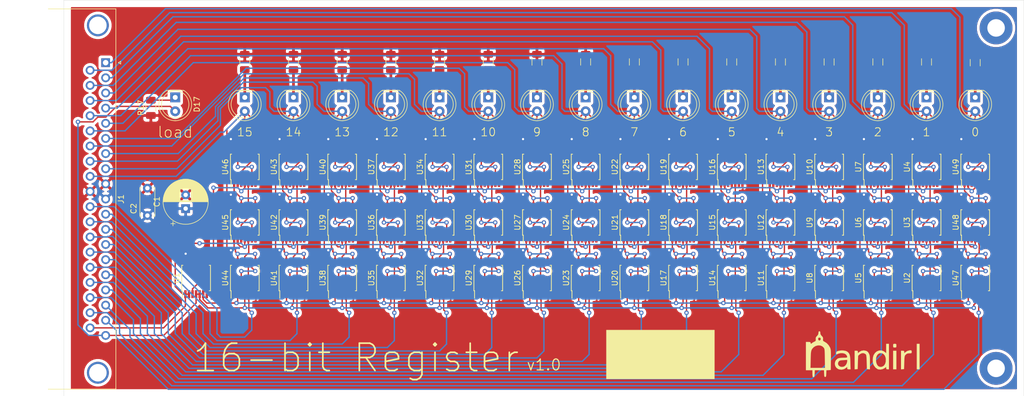
<source format=kicad_pcb>
(kicad_pcb (version 20171130) (host pcbnew 5.1.5-52549c5~84~ubuntu18.04.1)
  (layers (0 F.Cu signal) (31 B.Cu signal) (34 B.Paste user) (35 F.Paste user) (36 B.SilkS user) (37 F.SilkS user) (38 B.Mask user) (39 F.Mask user) (44 Edge.Cuts user))
  (net 0 "")
  (net 1 GND)
  (net 2 +3V3)
  (net 3 out0)
  (net 4 "Net-(D1-Pad1)")
  (net 5 out1)
  (net 6 "Net-(D2-Pad1)")
  (net 7 out2)
  (net 8 "Net-(D3-Pad1)")
  (net 9 out3)
  (net 10 "Net-(D4-Pad1)")
  (net 11 out4)
  (net 12 "Net-(D5-Pad1)")
  (net 13 out5)
  (net 14 "Net-(D6-Pad1)")
  (net 15 out6)
  (net 16 "Net-(D7-Pad1)")
  (net 17 out7)
  (net 18 "Net-(D8-Pad1)")
  (net 19 out8)
  (net 20 "Net-(D9-Pad1)")
  (net 21 out9)
  (net 22 "Net-(D10-Pad1)")
  (net 23 out10)
  (net 24 "Net-(D11-Pad1)")
  (net 25 out11)
  (net 26 "Net-(D12-Pad1)")
  (net 27 out12)
  (net 28 "Net-(D13-Pad1)")
  (net 29 out13)
  (net 30 "Net-(D14-Pad1)")
  (net 31 out14)
  (net 32 "Net-(D15-Pad1)")
  (net 33 out15)
  (net 34 "Net-(D16-Pad1)")
  (net 35 load)
  (net 36 in15)
  (net 37 in13)
  (net 38 in11)
  (net 39 in9)
  (net 40 in7)
  (net 41 in5)
  (net 42 in3)
  (net 43 in1)
  (net 44 clk)
  (net 45 in14)
  (net 46 in12)
  (net 47 in10)
  (net 48 in8)
  (net 49 in6)
  (net 50 in4)
  (net 51 in2)
  (net 52 in0)
  (net 53 "Net-(U1-Pad13)")
  (net 54 "Net-(U1-Pad12)")
  (net 55 "Net-(U1-Pad11)")
  (net 56 "Net-(U1-Pad10)")
  (net 57 "Net-(U1-Pad9)")
  (net 58 "Net-(U1-Pad8)")
  (net 59 not_load)
  (net 60 not_clk)
  (net 61 "Net-(U2-Pad12)")
  (net 62 "Net-(U2-Pad11)")
  (net 63 "Net-(U2-Pad10)")
  (net 64 "Net-(U2-Pad3)")
  (net 65 "Net-(U3-Pad13)")
  (net 66 "Net-(U3-Pad12)")
  (net 67 "Net-(U3-Pad10)")
  (net 68 "Net-(U3-Pad3)")
  (net 69 "Net-(U4-Pad13)")
  (net 70 "Net-(U4-Pad10)")
  (net 71 "Net-(U4-Pad3)")
  (net 72 "Net-(U5-Pad12)")
  (net 73 "Net-(U5-Pad11)")
  (net 74 "Net-(U5-Pad10)")
  (net 75 "Net-(U5-Pad3)")
  (net 76 "Net-(U6-Pad13)")
  (net 77 "Net-(U6-Pad12)")
  (net 78 "Net-(U6-Pad10)")
  (net 79 "Net-(U6-Pad3)")
  (net 80 "Net-(U7-Pad13)")
  (net 81 "Net-(U7-Pad10)")
  (net 82 "Net-(U7-Pad3)")
  (net 83 "Net-(U8-Pad12)")
  (net 84 "Net-(U8-Pad11)")
  (net 85 "Net-(U8-Pad10)")
  (net 86 "Net-(U8-Pad3)")
  (net 87 "Net-(U9-Pad13)")
  (net 88 "Net-(U10-Pad1)")
  (net 89 "Net-(U10-Pad5)")
  (net 90 "Net-(U9-Pad3)")
  (net 91 "Net-(U10-Pad13)")
  (net 92 "Net-(U10-Pad10)")
  (net 93 "Net-(U10-Pad3)")
  (net 94 "Net-(U11-Pad12)")
  (net 95 "Net-(U11-Pad11)")
  (net 96 "Net-(U11-Pad10)")
  (net 97 "Net-(U11-Pad3)")
  (net 98 "Net-(U12-Pad13)")
  (net 99 "Net-(U12-Pad12)")
  (net 100 "Net-(U12-Pad10)")
  (net 101 "Net-(U12-Pad3)")
  (net 102 "Net-(U13-Pad13)")
  (net 103 "Net-(U13-Pad10)")
  (net 104 "Net-(U13-Pad3)")
  (net 105 "Net-(U14-Pad12)")
  (net 106 "Net-(U14-Pad11)")
  (net 107 "Net-(U14-Pad10)")
  (net 108 "Net-(U14-Pad3)")
  (net 109 "Net-(U15-Pad13)")
  (net 110 "Net-(U15-Pad12)")
  (net 111 "Net-(U15-Pad10)")
  (net 112 "Net-(U15-Pad3)")
  (net 113 "Net-(U16-Pad13)")
  (net 114 "Net-(U16-Pad10)")
  (net 115 "Net-(U16-Pad3)")
  (net 116 "Net-(U17-Pad12)")
  (net 117 "Net-(U17-Pad11)")
  (net 118 "Net-(U17-Pad10)")
  (net 119 "Net-(U17-Pad3)")
  (net 120 "Net-(U18-Pad13)")
  (net 121 "Net-(U18-Pad12)")
  (net 122 "Net-(U18-Pad10)")
  (net 123 "Net-(U18-Pad3)")
  (net 124 "Net-(U19-Pad13)")
  (net 125 "Net-(U19-Pad10)")
  (net 126 "Net-(U19-Pad3)")
  (net 127 "Net-(U20-Pad12)")
  (net 128 "Net-(U20-Pad11)")
  (net 129 "Net-(U20-Pad10)")
  (net 130 "Net-(U20-Pad3)")
  (net 131 "Net-(U21-Pad13)")
  (net 132 "Net-(U21-Pad12)")
  (net 133 "Net-(U21-Pad10)")
  (net 134 "Net-(U21-Pad3)")
  (net 135 "Net-(U22-Pad13)")
  (net 136 "Net-(U22-Pad10)")
  (net 137 "Net-(U22-Pad3)")
  (net 138 "Net-(U23-Pad12)")
  (net 139 "Net-(U23-Pad11)")
  (net 140 "Net-(U23-Pad10)")
  (net 141 "Net-(U23-Pad3)")
  (net 142 "Net-(U24-Pad13)")
  (net 143 "Net-(U24-Pad12)")
  (net 144 "Net-(U24-Pad10)")
  (net 145 "Net-(U24-Pad3)")
  (net 146 "Net-(U25-Pad13)")
  (net 147 "Net-(U25-Pad10)")
  (net 148 "Net-(U25-Pad3)")
  (net 149 "Net-(U26-Pad12)")
  (net 150 "Net-(U26-Pad11)")
  (net 151 "Net-(U26-Pad10)")
  (net 152 "Net-(U26-Pad3)")
  (net 153 "Net-(U27-Pad13)")
  (net 154 "Net-(U27-Pad12)")
  (net 155 "Net-(U27-Pad10)")
  (net 156 "Net-(U27-Pad3)")
  (net 157 "Net-(U28-Pad13)")
  (net 158 "Net-(U28-Pad10)")
  (net 159 "Net-(U28-Pad3)")
  (net 160 "Net-(U29-Pad12)")
  (net 161 "Net-(U29-Pad11)")
  (net 162 "Net-(U29-Pad10)")
  (net 163 "Net-(U29-Pad3)")
  (net 164 "Net-(U30-Pad13)")
  (net 165 "Net-(U30-Pad12)")
  (net 166 "Net-(U30-Pad10)")
  (net 167 "Net-(U30-Pad3)")
  (net 168 "Net-(U31-Pad13)")
  (net 169 "Net-(U31-Pad10)")
  (net 170 "Net-(U31-Pad3)")
  (net 171 "Net-(U32-Pad12)")
  (net 172 "Net-(U32-Pad11)")
  (net 173 "Net-(U32-Pad10)")
  (net 174 "Net-(U32-Pad3)")
  (net 175 "Net-(U33-Pad13)")
  (net 176 "Net-(U33-Pad12)")
  (net 177 "Net-(U33-Pad10)")
  (net 178 "Net-(U33-Pad3)")
  (net 179 "Net-(U34-Pad13)")
  (net 180 "Net-(U34-Pad10)")
  (net 181 "Net-(U34-Pad3)")
  (net 182 "Net-(U35-Pad12)")
  (net 183 "Net-(U35-Pad11)")
  (net 184 "Net-(U35-Pad10)")
  (net 185 "Net-(U35-Pad3)")
  (net 186 "Net-(U36-Pad13)")
  (net 187 "Net-(U36-Pad12)")
  (net 188 "Net-(U36-Pad10)")
  (net 189 "Net-(U36-Pad3)")
  (net 190 "Net-(U37-Pad13)")
  (net 191 "Net-(U37-Pad10)")
  (net 192 "Net-(U37-Pad3)")
  (net 193 "Net-(U38-Pad12)")
  (net 194 "Net-(U38-Pad11)")
  (net 195 "Net-(U38-Pad10)")
  (net 196 "Net-(U38-Pad3)")
  (net 197 "Net-(U39-Pad13)")
  (net 198 "Net-(U39-Pad12)")
  (net 199 "Net-(U39-Pad10)")
  (net 200 "Net-(U39-Pad3)")
  (net 201 "Net-(U40-Pad13)")
  (net 202 "Net-(U40-Pad10)")
  (net 203 "Net-(U40-Pad3)")
  (net 204 "Net-(U41-Pad12)")
  (net 205 "Net-(U41-Pad11)")
  (net 206 "Net-(U41-Pad10)")
  (net 207 "Net-(U41-Pad3)")
  (net 208 "Net-(U42-Pad13)")
  (net 209 "Net-(U42-Pad12)")
  (net 210 "Net-(U42-Pad10)")
  (net 211 "Net-(U42-Pad3)")
  (net 212 "Net-(U43-Pad13)")
  (net 213 "Net-(U43-Pad10)")
  (net 214 "Net-(U43-Pad3)")
  (net 215 "Net-(U44-Pad12)")
  (net 216 "Net-(U44-Pad11)")
  (net 217 "Net-(U44-Pad10)")
  (net 218 "Net-(U44-Pad3)")
  (net 219 "Net-(U45-Pad13)")
  (net 220 "Net-(U45-Pad12)")
  (net 221 "Net-(U45-Pad10)")
  (net 222 "Net-(U45-Pad3)")
  (net 223 "Net-(U46-Pad13)")
  (net 224 "Net-(U46-Pad10)")
  (net 225 "Net-(U46-Pad3)")
  (net 226 "Net-(U47-Pad12)")
  (net 227 "Net-(U47-Pad11)")
  (net 228 "Net-(U47-Pad10)")
  (net 229 "Net-(U47-Pad3)")
  (net 230 "Net-(U48-Pad13)")
  (net 231 "Net-(U48-Pad12)")
  (net 232 "Net-(U48-Pad10)")
  (net 233 "Net-(U48-Pad3)")
  (net 234 "Net-(U49-Pad13)")
  (net 235 "Net-(U49-Pad10)")
  (net 236 "Net-(U49-Pad3)")
  (net 237 "Net-(D17-Pad1)")
  (module "nandirl logo:logo_sm" (layer F.Cu) (at 212.09 125.73)
    (fp_text reference G*** hide)
    (fp_text value LOGO hide)
  )
  (module Connector_Dsub:DSUB-37_Male_Horizontal_P2.77x2.84mm_EdgePinOffset7.70mm_Housed_MountingHolesOffset9.12mm (layer F.Cu) (at 73.66 72.39 270)
    (fp_text reference J1 (at 24.93 -2.8 90) (layer F.SilkS))
    (fp_text value DB37_Male)
    (pad 0 thru_hole circle (at 56.68 1.42 270) (size 4 4) (drill 3.2) (layers *.Cu *.Mask))
    (pad 0 thru_hole circle (at -6.82 1.42 270) (size 4 4) (drill 3.2) (layers *.Cu *.Mask))
    (pad 37 thru_hole circle (at 48.475 2.84 270) (size 1.6 1.6) (drill 1) (layers *.Cu *.Mask) (net 44 clk))
    (pad 36 thru_hole circle (at 45.705 2.84 270) (size 1.6 1.6) (drill 1) (layers *.Cu *.Mask) (net 43 in1))
    (pad 35 thru_hole circle (at 42.935 2.84 270) (size 1.6 1.6) (drill 1) (layers *.Cu *.Mask) (net 42 in3))
    (pad 34 thru_hole circle (at 40.165 2.84 270) (size 1.6 1.6) (drill 1) (layers *.Cu *.Mask) (net 41 in5))
    (pad 33 thru_hole circle (at 37.395 2.84 270) (size 1.6 1.6) (drill 1) (layers *.Cu *.Mask) (net 40 in7))
    (pad 32 thru_hole circle (at 34.625 2.84 270) (size 1.6 1.6) (drill 1) (layers *.Cu *.Mask) (net 39 in9))
    (pad 31 thru_hole circle (at 31.855 2.84 270) (size 1.6 1.6) (drill 1) (layers *.Cu *.Mask) (net 38 in11))
    (pad 30 thru_hole circle (at 29.085 2.84 270) (size 1.6 1.6) (drill 1) (layers *.Cu *.Mask) (net 37 in13))
    (pad 29 thru_hole circle (at 26.315 2.84 270) (size 1.6 1.6) (drill 1) (layers *.Cu *.Mask) (net 36 in15))
    (pad 28 thru_hole circle (at 23.545 2.84 270) (size 1.6 1.6) (drill 1) (layers *.Cu *.Mask) (net 1 GND))
    (pad 27 thru_hole circle (at 20.775 2.84 270) (size 1.6 1.6) (drill 1) (layers *.Cu *.Mask) (net 33 out15))
    (pad 26 thru_hole circle (at 18.005 2.84 270) (size 1.6 1.6) (drill 1) (layers *.Cu *.Mask) (net 29 out13))
    (pad 25 thru_hole circle (at 15.235 2.84 270) (size 1.6 1.6) (drill 1) (layers *.Cu *.Mask) (net 25 out11))
    (pad 24 thru_hole circle (at 12.465 2.84 270) (size 1.6 1.6) (drill 1) (layers *.Cu *.Mask) (net 21 out9))
    (pad 23 thru_hole circle (at 9.695 2.84 270) (size 1.6 1.6) (drill 1) (layers *.Cu *.Mask) (net 17 out7))
    (pad 22 thru_hole circle (at 6.925 2.84 270) (size 1.6 1.6) (drill 1) (layers *.Cu *.Mask) (net 13 out5))
    (pad 21 thru_hole circle (at 4.155 2.84 270) (size 1.6 1.6) (drill 1) (layers *.Cu *.Mask) (net 9 out3))
    (pad 20 thru_hole circle (at 1.385 2.84 270) (size 1.6 1.6) (drill 1) (layers *.Cu *.Mask) (net 5 out1))
    (pad 19 thru_hole circle (at 49.86 0 270) (size 1.6 1.6) (drill 1) (layers *.Cu *.Mask) (net 35 load))
    (pad 18 thru_hole circle (at 47.09 0 270) (size 1.6 1.6) (drill 1) (layers *.Cu *.Mask) (net 52 in0))
    (pad 17 thru_hole circle (at 44.32 0 270) (size 1.6 1.6) (drill 1) (layers *.Cu *.Mask) (net 51 in2))
    (pad 16 thru_hole circle (at 41.55 0 270) (size 1.6 1.6) (drill 1) (layers *.Cu *.Mask) (net 50 in4))
    (pad 15 thru_hole circle (at 38.78 0 270) (size 1.6 1.6) (drill 1) (layers *.Cu *.Mask) (net 49 in6))
    (pad 14 thru_hole circle (at 36.01 0 270) (size 1.6 1.6) (drill 1) (layers *.Cu *.Mask) (net 48 in8))
    (pad 13 thru_hole circle (at 33.24 0 270) (size 1.6 1.6) (drill 1) (layers *.Cu *.Mask) (net 47 in10))
    (pad 12 thru_hole circle (at 30.47 0 270) (size 1.6 1.6) (drill 1) (layers *.Cu *.Mask) (net 46 in12))
    (pad 11 thru_hole circle (at 27.7 0 270) (size 1.6 1.6) (drill 1) (layers *.Cu *.Mask) (net 45 in14))
    (pad 10 thru_hole circle (at 24.93 0 270) (size 1.6 1.6) (drill 1) (layers *.Cu *.Mask) (net 2 +3V3))
    (pad 9 thru_hole circle (at 22.16 0 270) (size 1.6 1.6) (drill 1) (layers *.Cu *.Mask) (net 1 GND))
    (pad 8 thru_hole circle (at 19.39 0 270) (size 1.6 1.6) (drill 1) (layers *.Cu *.Mask) (net 31 out14))
    (pad 7 thru_hole circle (at 16.62 0 270) (size 1.6 1.6) (drill 1) (layers *.Cu *.Mask) (net 27 out12))
    (pad 6 thru_hole circle (at 13.85 0 270) (size 1.6 1.6) (drill 1) (layers *.Cu *.Mask) (net 23 out10))
    (pad 5 thru_hole circle (at 11.08 0 270) (size 1.6 1.6) (drill 1) (layers *.Cu *.Mask) (net 19 out8))
    (pad 4 thru_hole circle (at 8.31 0 270) (size 1.6 1.6) (drill 1) (layers *.Cu *.Mask) (net 15 out6))
    (pad 3 thru_hole circle (at 5.54 0 270) (size 1.6 1.6) (drill 1) (layers *.Cu *.Mask) (net 11 out4))
    (pad 2 thru_hole circle (at 2.77 0 270) (size 1.6 1.6) (drill 1) (layers *.Cu *.Mask) (net 7 out2))
    (pad 1 thru_hole rect (at 0 0 270) (size 1.6 1.6) (drill 1) (layers *.Cu *.Mask) (net 3 out0))
  )
  (module Resistor_SMD:R_1206_3216Metric (layer F.Cu) (at 81.915 80.645 90)
    (fp_text reference R17 (at 0 -1.82 90) (layer F.SilkS))
    (fp_text value 1K)
    (pad 2 smd roundrect (at 1.4 0 90) (size 1.25 1.75) (layers F.Cu F.Paste F.Mask) (roundrect_rratio 0.2) (net 237 "Net-(D17-Pad1)"))
    (pad 1 smd roundrect (at -1.4 0 90) (size 1.25 1.75) (layers F.Cu F.Paste F.Mask) (roundrect_rratio 0.2) (net 1 GND))
  )
  (module LED_THT:LED_D5.0mm (layer F.Cu) (at 86.36 78.74 270)
    (fp_text reference D17 (at 1.27 -3.96 90) (layer F.SilkS))
    (fp_text value LED)
    (pad 2 thru_hole circle (at 2.54 0 270) (size 1.8 1.8) (drill 0.9) (layers *.Cu *.Mask) (net 35 load))
    (pad 1 thru_hole rect (at 0 0 270) (size 1.8 1.8) (drill 0.9) (layers *.Cu *.Mask) (net 237 "Net-(D17-Pad1)"))
  )
  (module Capacitor_THT:C_Disc_D5.0mm_W2.5mm_P5.00mm (layer F.Cu) (at 81.28 100.33 90)
    (fp_text reference C2 (at 1.25 -2.5 90) (layer F.SilkS))
    (fp_text value 100nF)
    (pad 2 thru_hole circle (at 5 0 90) (size 1.6 1.6) (drill 0.8) (layers *.Cu *.Mask) (net 1 GND))
    (pad 1 thru_hole circle (at 0 0 90) (size 1.6 1.6) (drill 0.8) (layers *.Cu *.Mask) (net 2 +3V3))
  )
  (module Package_SO:TSSOP-14_4.4x5mm_P0.65mm (layer F.Cu) (at 187.96 111.76 90)
    (fp_text reference U14 (at 0 -3.55 90) (layer F.SilkS))
    (fp_text value SN74ALVC00)
    (pad 14 smd rect (at 2.95 -1.95 90) (size 1.45 0.45) (layers F.Cu F.Paste F.Mask) (net 2 +3V3))
    (pad 13 smd rect (at 2.95 -1.3 90) (size 1.45 0.45) (layers F.Cu F.Paste F.Mask) (net 105 "Net-(U14-Pad12)"))
    (pad 12 smd rect (at 2.95 -0.65 90) (size 1.45 0.45) (layers F.Cu F.Paste F.Mask) (net 105 "Net-(U14-Pad12)"))
    (pad 11 smd rect (at 2.95 0 90) (size 1.45 0.45) (layers F.Cu F.Paste F.Mask) (net 106 "Net-(U14-Pad11)"))
    (pad 10 smd rect (at 2.95 0.65 90) (size 1.45 0.45) (layers F.Cu F.Paste F.Mask) (net 107 "Net-(U14-Pad10)"))
    (pad 9 smd rect (at 2.95 1.3 90) (size 1.45 0.45) (layers F.Cu F.Paste F.Mask) (net 108 "Net-(U14-Pad3)"))
    (pad 8 smd rect (at 2.95 1.95 90) (size 1.45 0.45) (layers F.Cu F.Paste F.Mask) (net 105 "Net-(U14-Pad12)"))
    (pad 7 smd rect (at -2.95 1.95 90) (size 1.45 0.45) (layers F.Cu F.Paste F.Mask) (net 1 GND))
    (pad 6 smd rect (at -2.95 1.3 90) (size 1.45 0.45) (layers F.Cu F.Paste F.Mask) (net 107 "Net-(U14-Pad10)"))
    (pad 5 smd rect (at -2.95 0.65 90) (size 1.45 0.45) (layers F.Cu F.Paste F.Mask) (net 41 in5))
    (pad 4 smd rect (at -2.95 0 90) (size 1.45 0.45) (layers F.Cu F.Paste F.Mask) (net 35 load))
    (pad 3 smd rect (at -2.95 -0.65 90) (size 1.45 0.45) (layers F.Cu F.Paste F.Mask) (net 108 "Net-(U14-Pad3)"))
    (pad 2 smd rect (at -2.95 -1.3 90) (size 1.45 0.45) (layers F.Cu F.Paste F.Mask) (net 59 not_load))
    (pad 1 smd rect (at -2.95 -1.95 90) (size 1.45 0.45) (layers F.Cu F.Paste F.Mask) (net 13 out5))
  )
  (module LED_THT:LED_D5.0mm (layer F.Cu) (at 223.52 78.74 270)
    (fp_text reference D2 hide)
    (fp_text value LED)
    (pad 2 thru_hole circle (at 2.54 0 270) (size 1.8 1.8) (drill 0.9) (layers *.Cu *.Mask) (net 5 out1))
    (pad 1 thru_hole rect (at 0 0 270) (size 1.8 1.8) (drill 0.9) (layers *.Cu *.Mask) (net 6 "Net-(D2-Pad1)"))
  )
  (module Package_SO:TSSOP-14_4.4x5mm_P0.65mm (layer F.Cu) (at 232.41 91.44 90)
    (fp_text reference U49 (at 0 -3.55 90) (layer F.SilkS))
    (fp_text value SN74ALVC00)
    (pad 14 smd rect (at 2.95 -1.95 90) (size 1.45 0.45) (layers F.Cu F.Paste F.Mask) (net 2 +3V3))
    (pad 13 smd rect (at 2.95 -1.3 90) (size 1.45 0.45) (layers F.Cu F.Paste F.Mask) (net 234 "Net-(U49-Pad13)"))
    (pad 12 smd rect (at 2.95 -0.65 90) (size 1.45 0.45) (layers F.Cu F.Paste F.Mask) (net 3 out0))
    (pad 11 smd rect (at 2.95 0 90) (size 1.45 0.45) (layers F.Cu F.Paste F.Mask) (net 235 "Net-(U49-Pad10)"))
    (pad 10 smd rect (at 2.95 0.65 90) (size 1.45 0.45) (layers F.Cu F.Paste F.Mask) (net 235 "Net-(U49-Pad10)"))
    (pad 9 smd rect (at 2.95 1.3 90) (size 1.45 0.45) (layers F.Cu F.Paste F.Mask) (net 236 "Net-(U49-Pad3)"))
    (pad 8 smd rect (at 2.95 1.95 90) (size 1.45 0.45) (layers F.Cu F.Paste F.Mask) (net 3 out0))
    (pad 7 smd rect (at -2.95 1.95 90) (size 1.45 0.45) (layers F.Cu F.Paste F.Mask) (net 1 GND))
    (pad 6 smd rect (at -2.95 1.3 90) (size 1.45 0.45) (layers F.Cu F.Paste F.Mask) (net 234 "Net-(U49-Pad13)"))
    (pad 5 smd rect (at -2.95 0.65 90) (size 1.45 0.45) (layers F.Cu F.Paste F.Mask) (net 232 "Net-(U48-Pad10)"))
    (pad 4 smd rect (at -2.95 0 90) (size 1.45 0.45) (layers F.Cu F.Paste F.Mask) (net 60 not_clk))
    (pad 3 smd rect (at -2.95 -0.65 90) (size 1.45 0.45) (layers F.Cu F.Paste F.Mask) (net 236 "Net-(U49-Pad3)"))
    (pad 2 smd rect (at -2.95 -1.3 90) (size 1.45 0.45) (layers F.Cu F.Paste F.Mask) (net 60 not_clk))
    (pad 1 smd rect (at -2.95 -1.95 90) (size 1.45 0.45) (layers F.Cu F.Paste F.Mask) (net 231 "Net-(U48-Pad12)"))
  )
  (module Package_SO:TSSOP-14_4.4x5mm_P0.65mm (layer F.Cu) (at 232.41 101.6 90)
    (fp_text reference U48 (at 0 -3.55 90) (layer F.SilkS))
    (fp_text value SN74ALVC00)
    (pad 14 smd rect (at 2.95 -1.95 90) (size 1.45 0.45) (layers F.Cu F.Paste F.Mask) (net 2 +3V3))
    (pad 13 smd rect (at 2.95 -1.3 90) (size 1.45 0.45) (layers F.Cu F.Paste F.Mask) (net 230 "Net-(U48-Pad13)"))
    (pad 12 smd rect (at 2.95 -0.65 90) (size 1.45 0.45) (layers F.Cu F.Paste F.Mask) (net 231 "Net-(U48-Pad12)"))
    (pad 11 smd rect (at 2.95 0 90) (size 1.45 0.45) (layers F.Cu F.Paste F.Mask) (net 232 "Net-(U48-Pad10)"))
    (pad 10 smd rect (at 2.95 0.65 90) (size 1.45 0.45) (layers F.Cu F.Paste F.Mask) (net 232 "Net-(U48-Pad10)"))
    (pad 9 smd rect (at 2.95 1.3 90) (size 1.45 0.45) (layers F.Cu F.Paste F.Mask) (net 233 "Net-(U48-Pad3)"))
    (pad 8 smd rect (at 2.95 1.95 90) (size 1.45 0.45) (layers F.Cu F.Paste F.Mask) (net 231 "Net-(U48-Pad12)"))
    (pad 7 smd rect (at -2.95 1.95 90) (size 1.45 0.45) (layers F.Cu F.Paste F.Mask) (net 1 GND))
    (pad 6 smd rect (at -2.95 1.3 90) (size 1.45 0.45) (layers F.Cu F.Paste F.Mask) (net 230 "Net-(U48-Pad13)"))
    (pad 5 smd rect (at -2.95 0.65 90) (size 1.45 0.45) (layers F.Cu F.Paste F.Mask) (net 227 "Net-(U47-Pad11)"))
    (pad 4 smd rect (at -2.95 0 90) (size 1.45 0.45) (layers F.Cu F.Paste F.Mask) (net 44 clk))
    (pad 3 smd rect (at -2.95 -0.65 90) (size 1.45 0.45) (layers F.Cu F.Paste F.Mask) (net 233 "Net-(U48-Pad3)"))
    (pad 2 smd rect (at -2.95 -1.3 90) (size 1.45 0.45) (layers F.Cu F.Paste F.Mask) (net 44 clk))
    (pad 1 smd rect (at -2.95 -1.95 90) (size 1.45 0.45) (layers F.Cu F.Paste F.Mask) (net 226 "Net-(U47-Pad12)"))
  )
  (module Package_SO:TSSOP-14_4.4x5mm_P0.65mm (layer F.Cu) (at 232.41 111.76 90)
    (fp_text reference U47 (at 0 -3.55 90) (layer F.SilkS))
    (fp_text value SN74ALVC00)
    (pad 14 smd rect (at 2.95 -1.95 90) (size 1.45 0.45) (layers F.Cu F.Paste F.Mask) (net 2 +3V3))
    (pad 13 smd rect (at 2.95 -1.3 90) (size 1.45 0.45) (layers F.Cu F.Paste F.Mask) (net 226 "Net-(U47-Pad12)"))
    (pad 12 smd rect (at 2.95 -0.65 90) (size 1.45 0.45) (layers F.Cu F.Paste F.Mask) (net 226 "Net-(U47-Pad12)"))
    (pad 11 smd rect (at 2.95 0 90) (size 1.45 0.45) (layers F.Cu F.Paste F.Mask) (net 227 "Net-(U47-Pad11)"))
    (pad 10 smd rect (at 2.95 0.65 90) (size 1.45 0.45) (layers F.Cu F.Paste F.Mask) (net 228 "Net-(U47-Pad10)"))
    (pad 9 smd rect (at 2.95 1.3 90) (size 1.45 0.45) (layers F.Cu F.Paste F.Mask) (net 229 "Net-(U47-Pad3)"))
    (pad 8 smd rect (at 2.95 1.95 90) (size 1.45 0.45) (layers F.Cu F.Paste F.Mask) (net 226 "Net-(U47-Pad12)"))
    (pad 7 smd rect (at -2.95 1.95 90) (size 1.45 0.45) (layers F.Cu F.Paste F.Mask) (net 1 GND))
    (pad 6 smd rect (at -2.95 1.3 90) (size 1.45 0.45) (layers F.Cu F.Paste F.Mask) (net 228 "Net-(U47-Pad10)"))
    (pad 5 smd rect (at -2.95 0.65 90) (size 1.45 0.45) (layers F.Cu F.Paste F.Mask) (net 52 in0))
    (pad 4 smd rect (at -2.95 0 90) (size 1.45 0.45) (layers F.Cu F.Paste F.Mask) (net 35 load))
    (pad 3 smd rect (at -2.95 -0.65 90) (size 1.45 0.45) (layers F.Cu F.Paste F.Mask) (net 229 "Net-(U47-Pad3)"))
    (pad 2 smd rect (at -2.95 -1.3 90) (size 1.45 0.45) (layers F.Cu F.Paste F.Mask) (net 59 not_load))
    (pad 1 smd rect (at -2.95 -1.95 90) (size 1.45 0.45) (layers F.Cu F.Paste F.Mask) (net 3 out0))
  )
  (module Package_SO:TSSOP-14_4.4x5mm_P0.65mm (layer F.Cu) (at 99.06 91.44 90)
    (fp_text reference U46 (at 0 -3.55 90) (layer F.SilkS))
    (fp_text value SN74ALVC00)
    (pad 14 smd rect (at 2.95 -1.95 90) (size 1.45 0.45) (layers F.Cu F.Paste F.Mask) (net 2 +3V3))
    (pad 13 smd rect (at 2.95 -1.3 90) (size 1.45 0.45) (layers F.Cu F.Paste F.Mask) (net 223 "Net-(U46-Pad13)"))
    (pad 12 smd rect (at 2.95 -0.65 90) (size 1.45 0.45) (layers F.Cu F.Paste F.Mask) (net 33 out15))
    (pad 11 smd rect (at 2.95 0 90) (size 1.45 0.45) (layers F.Cu F.Paste F.Mask) (net 224 "Net-(U46-Pad10)"))
    (pad 10 smd rect (at 2.95 0.65 90) (size 1.45 0.45) (layers F.Cu F.Paste F.Mask) (net 224 "Net-(U46-Pad10)"))
    (pad 9 smd rect (at 2.95 1.3 90) (size 1.45 0.45) (layers F.Cu F.Paste F.Mask) (net 225 "Net-(U46-Pad3)"))
    (pad 8 smd rect (at 2.95 1.95 90) (size 1.45 0.45) (layers F.Cu F.Paste F.Mask) (net 33 out15))
    (pad 7 smd rect (at -2.95 1.95 90) (size 1.45 0.45) (layers F.Cu F.Paste F.Mask) (net 1 GND))
    (pad 6 smd rect (at -2.95 1.3 90) (size 1.45 0.45) (layers F.Cu F.Paste F.Mask) (net 223 "Net-(U46-Pad13)"))
    (pad 5 smd rect (at -2.95 0.65 90) (size 1.45 0.45) (layers F.Cu F.Paste F.Mask) (net 221 "Net-(U45-Pad10)"))
    (pad 4 smd rect (at -2.95 0 90) (size 1.45 0.45) (layers F.Cu F.Paste F.Mask) (net 60 not_clk))
    (pad 3 smd rect (at -2.95 -0.65 90) (size 1.45 0.45) (layers F.Cu F.Paste F.Mask) (net 225 "Net-(U46-Pad3)"))
    (pad 2 smd rect (at -2.95 -1.3 90) (size 1.45 0.45) (layers F.Cu F.Paste F.Mask) (net 60 not_clk))
    (pad 1 smd rect (at -2.95 -1.95 90) (size 1.45 0.45) (layers F.Cu F.Paste F.Mask) (net 220 "Net-(U45-Pad12)"))
  )
  (module Package_SO:TSSOP-14_4.4x5mm_P0.65mm (layer F.Cu) (at 99.06 101.6 90)
    (fp_text reference U45 (at 0 -3.55 90) (layer F.SilkS))
    (fp_text value SN74ALVC00)
    (pad 14 smd rect (at 2.95 -1.95 90) (size 1.45 0.45) (layers F.Cu F.Paste F.Mask) (net 2 +3V3))
    (pad 13 smd rect (at 2.95 -1.3 90) (size 1.45 0.45) (layers F.Cu F.Paste F.Mask) (net 219 "Net-(U45-Pad13)"))
    (pad 12 smd rect (at 2.95 -0.65 90) (size 1.45 0.45) (layers F.Cu F.Paste F.Mask) (net 220 "Net-(U45-Pad12)"))
    (pad 11 smd rect (at 2.95 0 90) (size 1.45 0.45) (layers F.Cu F.Paste F.Mask) (net 221 "Net-(U45-Pad10)"))
    (pad 10 smd rect (at 2.95 0.65 90) (size 1.45 0.45) (layers F.Cu F.Paste F.Mask) (net 221 "Net-(U45-Pad10)"))
    (pad 9 smd rect (at 2.95 1.3 90) (size 1.45 0.45) (layers F.Cu F.Paste F.Mask) (net 222 "Net-(U45-Pad3)"))
    (pad 8 smd rect (at 2.95 1.95 90) (size 1.45 0.45) (layers F.Cu F.Paste F.Mask) (net 220 "Net-(U45-Pad12)"))
    (pad 7 smd rect (at -2.95 1.95 90) (size 1.45 0.45) (layers F.Cu F.Paste F.Mask) (net 1 GND))
    (pad 6 smd rect (at -2.95 1.3 90) (size 1.45 0.45) (layers F.Cu F.Paste F.Mask) (net 219 "Net-(U45-Pad13)"))
    (pad 5 smd rect (at -2.95 0.65 90) (size 1.45 0.45) (layers F.Cu F.Paste F.Mask) (net 216 "Net-(U44-Pad11)"))
    (pad 4 smd rect (at -2.95 0 90) (size 1.45 0.45) (layers F.Cu F.Paste F.Mask) (net 44 clk))
    (pad 3 smd rect (at -2.95 -0.65 90) (size 1.45 0.45) (layers F.Cu F.Paste F.Mask) (net 222 "Net-(U45-Pad3)"))
    (pad 2 smd rect (at -2.95 -1.3 90) (size 1.45 0.45) (layers F.Cu F.Paste F.Mask) (net 44 clk))
    (pad 1 smd rect (at -2.95 -1.95 90) (size 1.45 0.45) (layers F.Cu F.Paste F.Mask) (net 215 "Net-(U44-Pad12)"))
  )
  (module Package_SO:TSSOP-14_4.4x5mm_P0.65mm (layer F.Cu) (at 99.06 111.76 90)
    (fp_text reference U44 (at 0 -3.55 90) (layer F.SilkS))
    (fp_text value SN74ALVC00)
    (pad 14 smd rect (at 2.95 -1.95 90) (size 1.45 0.45) (layers F.Cu F.Paste F.Mask) (net 2 +3V3))
    (pad 13 smd rect (at 2.95 -1.3 90) (size 1.45 0.45) (layers F.Cu F.Paste F.Mask) (net 215 "Net-(U44-Pad12)"))
    (pad 12 smd rect (at 2.95 -0.65 90) (size 1.45 0.45) (layers F.Cu F.Paste F.Mask) (net 215 "Net-(U44-Pad12)"))
    (pad 11 smd rect (at 2.95 0 90) (size 1.45 0.45) (layers F.Cu F.Paste F.Mask) (net 216 "Net-(U44-Pad11)"))
    (pad 10 smd rect (at 2.95 0.65 90) (size 1.45 0.45) (layers F.Cu F.Paste F.Mask) (net 217 "Net-(U44-Pad10)"))
    (pad 9 smd rect (at 2.95 1.3 90) (size 1.45 0.45) (layers F.Cu F.Paste F.Mask) (net 218 "Net-(U44-Pad3)"))
    (pad 8 smd rect (at 2.95 1.95 90) (size 1.45 0.45) (layers F.Cu F.Paste F.Mask) (net 215 "Net-(U44-Pad12)"))
    (pad 7 smd rect (at -2.95 1.95 90) (size 1.45 0.45) (layers F.Cu F.Paste F.Mask) (net 1 GND))
    (pad 6 smd rect (at -2.95 1.3 90) (size 1.45 0.45) (layers F.Cu F.Paste F.Mask) (net 217 "Net-(U44-Pad10)"))
    (pad 5 smd rect (at -2.95 0.65 90) (size 1.45 0.45) (layers F.Cu F.Paste F.Mask) (net 36 in15))
    (pad 4 smd rect (at -2.95 0 90) (size 1.45 0.45) (layers F.Cu F.Paste F.Mask) (net 35 load))
    (pad 3 smd rect (at -2.95 -0.65 90) (size 1.45 0.45) (layers F.Cu F.Paste F.Mask) (net 218 "Net-(U44-Pad3)"))
    (pad 2 smd rect (at -2.95 -1.3 90) (size 1.45 0.45) (layers F.Cu F.Paste F.Mask) (net 59 not_load))
    (pad 1 smd rect (at -2.95 -1.95 90) (size 1.45 0.45) (layers F.Cu F.Paste F.Mask) (net 33 out15))
  )
  (module Package_SO:TSSOP-14_4.4x5mm_P0.65mm (layer F.Cu) (at 107.95 91.44 90)
    (fp_text reference U43 (at 0 -3.55 90) (layer F.SilkS))
    (fp_text value SN74ALVC00)
    (pad 14 smd rect (at 2.95 -1.95 90) (size 1.45 0.45) (layers F.Cu F.Paste F.Mask) (net 2 +3V3))
    (pad 13 smd rect (at 2.95 -1.3 90) (size 1.45 0.45) (layers F.Cu F.Paste F.Mask) (net 212 "Net-(U43-Pad13)"))
    (pad 12 smd rect (at 2.95 -0.65 90) (size 1.45 0.45) (layers F.Cu F.Paste F.Mask) (net 31 out14))
    (pad 11 smd rect (at 2.95 0 90) (size 1.45 0.45) (layers F.Cu F.Paste F.Mask) (net 213 "Net-(U43-Pad10)"))
    (pad 10 smd rect (at 2.95 0.65 90) (size 1.45 0.45) (layers F.Cu F.Paste F.Mask) (net 213 "Net-(U43-Pad10)"))
    (pad 9 smd rect (at 2.95 1.3 90) (size 1.45 0.45) (layers F.Cu F.Paste F.Mask) (net 214 "Net-(U43-Pad3)"))
    (pad 8 smd rect (at 2.95 1.95 90) (size 1.45 0.45) (layers F.Cu F.Paste F.Mask) (net 31 out14))
    (pad 7 smd rect (at -2.95 1.95 90) (size 1.45 0.45) (layers F.Cu F.Paste F.Mask) (net 1 GND))
    (pad 6 smd rect (at -2.95 1.3 90) (size 1.45 0.45) (layers F.Cu F.Paste F.Mask) (net 212 "Net-(U43-Pad13)"))
    (pad 5 smd rect (at -2.95 0.65 90) (size 1.45 0.45) (layers F.Cu F.Paste F.Mask) (net 210 "Net-(U42-Pad10)"))
    (pad 4 smd rect (at -2.95 0 90) (size 1.45 0.45) (layers F.Cu F.Paste F.Mask) (net 60 not_clk))
    (pad 3 smd rect (at -2.95 -0.65 90) (size 1.45 0.45) (layers F.Cu F.Paste F.Mask) (net 214 "Net-(U43-Pad3)"))
    (pad 2 smd rect (at -2.95 -1.3 90) (size 1.45 0.45) (layers F.Cu F.Paste F.Mask) (net 60 not_clk))
    (pad 1 smd rect (at -2.95 -1.95 90) (size 1.45 0.45) (layers F.Cu F.Paste F.Mask) (net 209 "Net-(U42-Pad12)"))
  )
  (module Package_SO:TSSOP-14_4.4x5mm_P0.65mm (layer F.Cu) (at 107.95 101.6 90)
    (fp_text reference U42 (at 0 -3.55 90) (layer F.SilkS))
    (fp_text value SN74ALVC00)
    (pad 14 smd rect (at 2.95 -1.95 90) (size 1.45 0.45) (layers F.Cu F.Paste F.Mask) (net 2 +3V3))
    (pad 13 smd rect (at 2.95 -1.3 90) (size 1.45 0.45) (layers F.Cu F.Paste F.Mask) (net 208 "Net-(U42-Pad13)"))
    (pad 12 smd rect (at 2.95 -0.65 90) (size 1.45 0.45) (layers F.Cu F.Paste F.Mask) (net 209 "Net-(U42-Pad12)"))
    (pad 11 smd rect (at 2.95 0 90) (size 1.45 0.45) (layers F.Cu F.Paste F.Mask) (net 210 "Net-(U42-Pad10)"))
    (pad 10 smd rect (at 2.95 0.65 90) (size 1.45 0.45) (layers F.Cu F.Paste F.Mask) (net 210 "Net-(U42-Pad10)"))
    (pad 9 smd rect (at 2.95 1.3 90) (size 1.45 0.45) (layers F.Cu F.Paste F.Mask) (net 211 "Net-(U42-Pad3)"))
    (pad 8 smd rect (at 2.95 1.95 90) (size 1.45 0.45) (layers F.Cu F.Paste F.Mask) (net 209 "Net-(U42-Pad12)"))
    (pad 7 smd rect (at -2.95 1.95 90) (size 1.45 0.45) (layers F.Cu F.Paste F.Mask) (net 1 GND))
    (pad 6 smd rect (at -2.95 1.3 90) (size 1.45 0.45) (layers F.Cu F.Paste F.Mask) (net 208 "Net-(U42-Pad13)"))
    (pad 5 smd rect (at -2.95 0.65 90) (size 1.45 0.45) (layers F.Cu F.Paste F.Mask) (net 205 "Net-(U41-Pad11)"))
    (pad 4 smd rect (at -2.95 0 90) (size 1.45 0.45) (layers F.Cu F.Paste F.Mask) (net 44 clk))
    (pad 3 smd rect (at -2.95 -0.65 90) (size 1.45 0.45) (layers F.Cu F.Paste F.Mask) (net 211 "Net-(U42-Pad3)"))
    (pad 2 smd rect (at -2.95 -1.3 90) (size 1.45 0.45) (layers F.Cu F.Paste F.Mask) (net 44 clk))
    (pad 1 smd rect (at -2.95 -1.95 90) (size 1.45 0.45) (layers F.Cu F.Paste F.Mask) (net 204 "Net-(U41-Pad12)"))
  )
  (module Package_SO:TSSOP-14_4.4x5mm_P0.65mm (layer F.Cu) (at 107.95 111.76 90)
    (fp_text reference U41 (at 0 -3.55 90) (layer F.SilkS))
    (fp_text value SN74ALVC00)
    (pad 14 smd rect (at 2.95 -1.95 90) (size 1.45 0.45) (layers F.Cu F.Paste F.Mask) (net 2 +3V3))
    (pad 13 smd rect (at 2.95 -1.3 90) (size 1.45 0.45) (layers F.Cu F.Paste F.Mask) (net 204 "Net-(U41-Pad12)"))
    (pad 12 smd rect (at 2.95 -0.65 90) (size 1.45 0.45) (layers F.Cu F.Paste F.Mask) (net 204 "Net-(U41-Pad12)"))
    (pad 11 smd rect (at 2.95 0 90) (size 1.45 0.45) (layers F.Cu F.Paste F.Mask) (net 205 "Net-(U41-Pad11)"))
    (pad 10 smd rect (at 2.95 0.65 90) (size 1.45 0.45) (layers F.Cu F.Paste F.Mask) (net 206 "Net-(U41-Pad10)"))
    (pad 9 smd rect (at 2.95 1.3 90) (size 1.45 0.45) (layers F.Cu F.Paste F.Mask) (net 207 "Net-(U41-Pad3)"))
    (pad 8 smd rect (at 2.95 1.95 90) (size 1.45 0.45) (layers F.Cu F.Paste F.Mask) (net 204 "Net-(U41-Pad12)"))
    (pad 7 smd rect (at -2.95 1.95 90) (size 1.45 0.45) (layers F.Cu F.Paste F.Mask) (net 1 GND))
    (pad 6 smd rect (at -2.95 1.3 90) (size 1.45 0.45) (layers F.Cu F.Paste F.Mask) (net 206 "Net-(U41-Pad10)"))
    (pad 5 smd rect (at -2.95 0.65 90) (size 1.45 0.45) (layers F.Cu F.Paste F.Mask) (net 45 in14))
    (pad 4 smd rect (at -2.95 0 90) (size 1.45 0.45) (layers F.Cu F.Paste F.Mask) (net 35 load))
    (pad 3 smd rect (at -2.95 -0.65 90) (size 1.45 0.45) (layers F.Cu F.Paste F.Mask) (net 207 "Net-(U41-Pad3)"))
    (pad 2 smd rect (at -2.95 -1.3 90) (size 1.45 0.45) (layers F.Cu F.Paste F.Mask) (net 59 not_load))
    (pad 1 smd rect (at -2.95 -1.95 90) (size 1.45 0.45) (layers F.Cu F.Paste F.Mask) (net 31 out14))
  )
  (module Package_SO:TSSOP-14_4.4x5mm_P0.65mm (layer F.Cu) (at 116.84 91.44 90)
    (fp_text reference U40 (at 0 -3.55 90) (layer F.SilkS))
    (fp_text value SN74ALVC00)
    (pad 14 smd rect (at 2.95 -1.95 90) (size 1.45 0.45) (layers F.Cu F.Paste F.Mask) (net 2 +3V3))
    (pad 13 smd rect (at 2.95 -1.3 90) (size 1.45 0.45) (layers F.Cu F.Paste F.Mask) (net 201 "Net-(U40-Pad13)"))
    (pad 12 smd rect (at 2.95 -0.65 90) (size 1.45 0.45) (layers F.Cu F.Paste F.Mask) (net 29 out13))
    (pad 11 smd rect (at 2.95 0 90) (size 1.45 0.45) (layers F.Cu F.Paste F.Mask) (net 202 "Net-(U40-Pad10)"))
    (pad 10 smd rect (at 2.95 0.65 90) (size 1.45 0.45) (layers F.Cu F.Paste F.Mask) (net 202 "Net-(U40-Pad10)"))
    (pad 9 smd rect (at 2.95 1.3 90) (size 1.45 0.45) (layers F.Cu F.Paste F.Mask) (net 203 "Net-(U40-Pad3)"))
    (pad 8 smd rect (at 2.95 1.95 90) (size 1.45 0.45) (layers F.Cu F.Paste F.Mask) (net 29 out13))
    (pad 7 smd rect (at -2.95 1.95 90) (size 1.45 0.45) (layers F.Cu F.Paste F.Mask) (net 1 GND))
    (pad 6 smd rect (at -2.95 1.3 90) (size 1.45 0.45) (layers F.Cu F.Paste F.Mask) (net 201 "Net-(U40-Pad13)"))
    (pad 5 smd rect (at -2.95 0.65 90) (size 1.45 0.45) (layers F.Cu F.Paste F.Mask) (net 199 "Net-(U39-Pad10)"))
    (pad 4 smd rect (at -2.95 0 90) (size 1.45 0.45) (layers F.Cu F.Paste F.Mask) (net 60 not_clk))
    (pad 3 smd rect (at -2.95 -0.65 90) (size 1.45 0.45) (layers F.Cu F.Paste F.Mask) (net 203 "Net-(U40-Pad3)"))
    (pad 2 smd rect (at -2.95 -1.3 90) (size 1.45 0.45) (layers F.Cu F.Paste F.Mask) (net 60 not_clk))
    (pad 1 smd rect (at -2.95 -1.95 90) (size 1.45 0.45) (layers F.Cu F.Paste F.Mask) (net 198 "Net-(U39-Pad12)"))
  )
  (module Package_SO:TSSOP-14_4.4x5mm_P0.65mm (layer F.Cu) (at 116.84 101.6 90)
    (fp_text reference U39 (at 0 -3.55 90) (layer F.SilkS))
    (fp_text value SN74ALVC00)
    (pad 14 smd rect (at 2.95 -1.95 90) (size 1.45 0.45) (layers F.Cu F.Paste F.Mask) (net 2 +3V3))
    (pad 13 smd rect (at 2.95 -1.3 90) (size 1.45 0.45) (layers F.Cu F.Paste F.Mask) (net 197 "Net-(U39-Pad13)"))
    (pad 12 smd rect (at 2.95 -0.65 90) (size 1.45 0.45) (layers F.Cu F.Paste F.Mask) (net 198 "Net-(U39-Pad12)"))
    (pad 11 smd rect (at 2.95 0 90) (size 1.45 0.45) (layers F.Cu F.Paste F.Mask) (net 199 "Net-(U39-Pad10)"))
    (pad 10 smd rect (at 2.95 0.65 90) (size 1.45 0.45) (layers F.Cu F.Paste F.Mask) (net 199 "Net-(U39-Pad10)"))
    (pad 9 smd rect (at 2.95 1.3 90) (size 1.45 0.45) (layers F.Cu F.Paste F.Mask) (net 200 "Net-(U39-Pad3)"))
    (pad 8 smd rect (at 2.95 1.95 90) (size 1.45 0.45) (layers F.Cu F.Paste F.Mask) (net 198 "Net-(U39-Pad12)"))
    (pad 7 smd rect (at -2.95 1.95 90) (size 1.45 0.45) (layers F.Cu F.Paste F.Mask) (net 1 GND))
    (pad 6 smd rect (at -2.95 1.3 90) (size 1.45 0.45) (layers F.Cu F.Paste F.Mask) (net 197 "Net-(U39-Pad13)"))
    (pad 5 smd rect (at -2.95 0.65 90) (size 1.45 0.45) (layers F.Cu F.Paste F.Mask) (net 194 "Net-(U38-Pad11)"))
    (pad 4 smd rect (at -2.95 0 90) (size 1.45 0.45) (layers F.Cu F.Paste F.Mask) (net 44 clk))
    (pad 3 smd rect (at -2.95 -0.65 90) (size 1.45 0.45) (layers F.Cu F.Paste F.Mask) (net 200 "Net-(U39-Pad3)"))
    (pad 2 smd rect (at -2.95 -1.3 90) (size 1.45 0.45) (layers F.Cu F.Paste F.Mask) (net 44 clk))
    (pad 1 smd rect (at -2.95 -1.95 90) (size 1.45 0.45) (layers F.Cu F.Paste F.Mask) (net 193 "Net-(U38-Pad12)"))
  )
  (module Package_SO:TSSOP-14_4.4x5mm_P0.65mm (layer F.Cu) (at 116.84 111.76 90)
    (fp_text reference U38 (at 0 -3.55 90) (layer F.SilkS))
    (fp_text value SN74ALVC00)
    (pad 14 smd rect (at 2.95 -1.95 90) (size 1.45 0.45) (layers F.Cu F.Paste F.Mask) (net 2 +3V3))
    (pad 13 smd rect (at 2.95 -1.3 90) (size 1.45 0.45) (layers F.Cu F.Paste F.Mask) (net 193 "Net-(U38-Pad12)"))
    (pad 12 smd rect (at 2.95 -0.65 90) (size 1.45 0.45) (layers F.Cu F.Paste F.Mask) (net 193 "Net-(U38-Pad12)"))
    (pad 11 smd rect (at 2.95 0 90) (size 1.45 0.45) (layers F.Cu F.Paste F.Mask) (net 194 "Net-(U38-Pad11)"))
    (pad 10 smd rect (at 2.95 0.65 90) (size 1.45 0.45) (layers F.Cu F.Paste F.Mask) (net 195 "Net-(U38-Pad10)"))
    (pad 9 smd rect (at 2.95 1.3 90) (size 1.45 0.45) (layers F.Cu F.Paste F.Mask) (net 196 "Net-(U38-Pad3)"))
    (pad 8 smd rect (at 2.95 1.95 90) (size 1.45 0.45) (layers F.Cu F.Paste F.Mask) (net 193 "Net-(U38-Pad12)"))
    (pad 7 smd rect (at -2.95 1.95 90) (size 1.45 0.45) (layers F.Cu F.Paste F.Mask) (net 1 GND))
    (pad 6 smd rect (at -2.95 1.3 90) (size 1.45 0.45) (layers F.Cu F.Paste F.Mask) (net 195 "Net-(U38-Pad10)"))
    (pad 5 smd rect (at -2.95 0.65 90) (size 1.45 0.45) (layers F.Cu F.Paste F.Mask) (net 37 in13))
    (pad 4 smd rect (at -2.95 0 90) (size 1.45 0.45) (layers F.Cu F.Paste F.Mask) (net 35 load))
    (pad 3 smd rect (at -2.95 -0.65 90) (size 1.45 0.45) (layers F.Cu F.Paste F.Mask) (net 196 "Net-(U38-Pad3)"))
    (pad 2 smd rect (at -2.95 -1.3 90) (size 1.45 0.45) (layers F.Cu F.Paste F.Mask) (net 59 not_load))
    (pad 1 smd rect (at -2.95 -1.95 90) (size 1.45 0.45) (layers F.Cu F.Paste F.Mask) (net 29 out13))
  )
  (module Package_SO:TSSOP-14_4.4x5mm_P0.65mm (layer F.Cu) (at 125.73 91.44 90)
    (fp_text reference U37 (at 0 -3.55 90) (layer F.SilkS))
    (fp_text value SN74ALVC00)
    (pad 14 smd rect (at 2.95 -1.95 90) (size 1.45 0.45) (layers F.Cu F.Paste F.Mask) (net 2 +3V3))
    (pad 13 smd rect (at 2.95 -1.3 90) (size 1.45 0.45) (layers F.Cu F.Paste F.Mask) (net 190 "Net-(U37-Pad13)"))
    (pad 12 smd rect (at 2.95 -0.65 90) (size 1.45 0.45) (layers F.Cu F.Paste F.Mask) (net 27 out12))
    (pad 11 smd rect (at 2.95 0 90) (size 1.45 0.45) (layers F.Cu F.Paste F.Mask) (net 191 "Net-(U37-Pad10)"))
    (pad 10 smd rect (at 2.95 0.65 90) (size 1.45 0.45) (layers F.Cu F.Paste F.Mask) (net 191 "Net-(U37-Pad10)"))
    (pad 9 smd rect (at 2.95 1.3 90) (size 1.45 0.45) (layers F.Cu F.Paste F.Mask) (net 192 "Net-(U37-Pad3)"))
    (pad 8 smd rect (at 2.95 1.95 90) (size 1.45 0.45) (layers F.Cu F.Paste F.Mask) (net 27 out12))
    (pad 7 smd rect (at -2.95 1.95 90) (size 1.45 0.45) (layers F.Cu F.Paste F.Mask) (net 1 GND))
    (pad 6 smd rect (at -2.95 1.3 90) (size 1.45 0.45) (layers F.Cu F.Paste F.Mask) (net 190 "Net-(U37-Pad13)"))
    (pad 5 smd rect (at -2.95 0.65 90) (size 1.45 0.45) (layers F.Cu F.Paste F.Mask) (net 188 "Net-(U36-Pad10)"))
    (pad 4 smd rect (at -2.95 0 90) (size 1.45 0.45) (layers F.Cu F.Paste F.Mask) (net 60 not_clk))
    (pad 3 smd rect (at -2.95 -0.65 90) (size 1.45 0.45) (layers F.Cu F.Paste F.Mask) (net 192 "Net-(U37-Pad3)"))
    (pad 2 smd rect (at -2.95 -1.3 90) (size 1.45 0.45) (layers F.Cu F.Paste F.Mask) (net 60 not_clk))
    (pad 1 smd rect (at -2.95 -1.95 90) (size 1.45 0.45) (layers F.Cu F.Paste F.Mask) (net 187 "Net-(U36-Pad12)"))
  )
  (module Package_SO:TSSOP-14_4.4x5mm_P0.65mm (layer F.Cu) (at 125.73 101.6 90)
    (fp_text reference U36 (at 0 -3.55 90) (layer F.SilkS))
    (fp_text value SN74ALVC00)
    (pad 14 smd rect (at 2.95 -1.95 90) (size 1.45 0.45) (layers F.Cu F.Paste F.Mask) (net 2 +3V3))
    (pad 13 smd rect (at 2.95 -1.3 90) (size 1.45 0.45) (layers F.Cu F.Paste F.Mask) (net 186 "Net-(U36-Pad13)"))
    (pad 12 smd rect (at 2.95 -0.65 90) (size 1.45 0.45) (layers F.Cu F.Paste F.Mask) (net 187 "Net-(U36-Pad12)"))
    (pad 11 smd rect (at 2.95 0 90) (size 1.45 0.45) (layers F.Cu F.Paste F.Mask) (net 188 "Net-(U36-Pad10)"))
    (pad 10 smd rect (at 2.95 0.65 90) (size 1.45 0.45) (layers F.Cu F.Paste F.Mask) (net 188 "Net-(U36-Pad10)"))
    (pad 9 smd rect (at 2.95 1.3 90) (size 1.45 0.45) (layers F.Cu F.Paste F.Mask) (net 189 "Net-(U36-Pad3)"))
    (pad 8 smd rect (at 2.95 1.95 90) (size 1.45 0.45) (layers F.Cu F.Paste F.Mask) (net 187 "Net-(U36-Pad12)"))
    (pad 7 smd rect (at -2.95 1.95 90) (size 1.45 0.45) (layers F.Cu F.Paste F.Mask) (net 1 GND))
    (pad 6 smd rect (at -2.95 1.3 90) (size 1.45 0.45) (layers F.Cu F.Paste F.Mask) (net 186 "Net-(U36-Pad13)"))
    (pad 5 smd rect (at -2.95 0.65 90) (size 1.45 0.45) (layers F.Cu F.Paste F.Mask) (net 183 "Net-(U35-Pad11)"))
    (pad 4 smd rect (at -2.95 0 90) (size 1.45 0.45) (layers F.Cu F.Paste F.Mask) (net 44 clk))
    (pad 3 smd rect (at -2.95 -0.65 90) (size 1.45 0.45) (layers F.Cu F.Paste F.Mask) (net 189 "Net-(U36-Pad3)"))
    (pad 2 smd rect (at -2.95 -1.3 90) (size 1.45 0.45) (layers F.Cu F.Paste F.Mask) (net 44 clk))
    (pad 1 smd rect (at -2.95 -1.95 90) (size 1.45 0.45) (layers F.Cu F.Paste F.Mask) (net 182 "Net-(U35-Pad12)"))
  )
  (module Package_SO:TSSOP-14_4.4x5mm_P0.65mm (layer F.Cu) (at 125.73 111.76 90)
    (fp_text reference U35 (at 0 -3.55 90) (layer F.SilkS))
    (fp_text value SN74ALVC00)
    (pad 14 smd rect (at 2.95 -1.95 90) (size 1.45 0.45) (layers F.Cu F.Paste F.Mask) (net 2 +3V3))
    (pad 13 smd rect (at 2.95 -1.3 90) (size 1.45 0.45) (layers F.Cu F.Paste F.Mask) (net 182 "Net-(U35-Pad12)"))
    (pad 12 smd rect (at 2.95 -0.65 90) (size 1.45 0.45) (layers F.Cu F.Paste F.Mask) (net 182 "Net-(U35-Pad12)"))
    (pad 11 smd rect (at 2.95 0 90) (size 1.45 0.45) (layers F.Cu F.Paste F.Mask) (net 183 "Net-(U35-Pad11)"))
    (pad 10 smd rect (at 2.95 0.65 90) (size 1.45 0.45) (layers F.Cu F.Paste F.Mask) (net 184 "Net-(U35-Pad10)"))
    (pad 9 smd rect (at 2.95 1.3 90) (size 1.45 0.45) (layers F.Cu F.Paste F.Mask) (net 185 "Net-(U35-Pad3)"))
    (pad 8 smd rect (at 2.95 1.95 90) (size 1.45 0.45) (layers F.Cu F.Paste F.Mask) (net 182 "Net-(U35-Pad12)"))
    (pad 7 smd rect (at -2.95 1.95 90) (size 1.45 0.45) (layers F.Cu F.Paste F.Mask) (net 1 GND))
    (pad 6 smd rect (at -2.95 1.3 90) (size 1.45 0.45) (layers F.Cu F.Paste F.Mask) (net 184 "Net-(U35-Pad10)"))
    (pad 5 smd rect (at -2.95 0.65 90) (size 1.45 0.45) (layers F.Cu F.Paste F.Mask) (net 46 in12))
    (pad 4 smd rect (at -2.95 0 90) (size 1.45 0.45) (layers F.Cu F.Paste F.Mask) (net 35 load))
    (pad 3 smd rect (at -2.95 -0.65 90) (size 1.45 0.45) (layers F.Cu F.Paste F.Mask) (net 185 "Net-(U35-Pad3)"))
    (pad 2 smd rect (at -2.95 -1.3 90) (size 1.45 0.45) (layers F.Cu F.Paste F.Mask) (net 59 not_load))
    (pad 1 smd rect (at -2.95 -1.95 90) (size 1.45 0.45) (layers F.Cu F.Paste F.Mask) (net 27 out12))
  )
  (module Package_SO:TSSOP-14_4.4x5mm_P0.65mm (layer F.Cu) (at 134.62 91.44 90)
    (fp_text reference U34 (at 0 -3.55 90) (layer F.SilkS))
    (fp_text value SN74ALVC00)
    (pad 14 smd rect (at 2.95 -1.95 90) (size 1.45 0.45) (layers F.Cu F.Paste F.Mask) (net 2 +3V3))
    (pad 13 smd rect (at 2.95 -1.3 90) (size 1.45 0.45) (layers F.Cu F.Paste F.Mask) (net 179 "Net-(U34-Pad13)"))
    (pad 12 smd rect (at 2.95 -0.65 90) (size 1.45 0.45) (layers F.Cu F.Paste F.Mask) (net 25 out11))
    (pad 11 smd rect (at 2.95 0 90) (size 1.45 0.45) (layers F.Cu F.Paste F.Mask) (net 180 "Net-(U34-Pad10)"))
    (pad 10 smd rect (at 2.95 0.65 90) (size 1.45 0.45) (layers F.Cu F.Paste F.Mask) (net 180 "Net-(U34-Pad10)"))
    (pad 9 smd rect (at 2.95 1.3 90) (size 1.45 0.45) (layers F.Cu F.Paste F.Mask) (net 181 "Net-(U34-Pad3)"))
    (pad 8 smd rect (at 2.95 1.95 90) (size 1.45 0.45) (layers F.Cu F.Paste F.Mask) (net 25 out11))
    (pad 7 smd rect (at -2.95 1.95 90) (size 1.45 0.45) (layers F.Cu F.Paste F.Mask) (net 1 GND))
    (pad 6 smd rect (at -2.95 1.3 90) (size 1.45 0.45) (layers F.Cu F.Paste F.Mask) (net 179 "Net-(U34-Pad13)"))
    (pad 5 smd rect (at -2.95 0.65 90) (size 1.45 0.45) (layers F.Cu F.Paste F.Mask) (net 177 "Net-(U33-Pad10)"))
    (pad 4 smd rect (at -2.95 0 90) (size 1.45 0.45) (layers F.Cu F.Paste F.Mask) (net 60 not_clk))
    (pad 3 smd rect (at -2.95 -0.65 90) (size 1.45 0.45) (layers F.Cu F.Paste F.Mask) (net 181 "Net-(U34-Pad3)"))
    (pad 2 smd rect (at -2.95 -1.3 90) (size 1.45 0.45) (layers F.Cu F.Paste F.Mask) (net 60 not_clk))
    (pad 1 smd rect (at -2.95 -1.95 90) (size 1.45 0.45) (layers F.Cu F.Paste F.Mask) (net 176 "Net-(U33-Pad12)"))
  )
  (module Package_SO:TSSOP-14_4.4x5mm_P0.65mm (layer F.Cu) (at 134.62 101.6 90)
    (fp_text reference U33 (at 0 -3.55 90) (layer F.SilkS))
    (fp_text value SN74ALVC00)
    (pad 14 smd rect (at 2.95 -1.95 90) (size 1.45 0.45) (layers F.Cu F.Paste F.Mask) (net 2 +3V3))
    (pad 13 smd rect (at 2.95 -1.3 90) (size 1.45 0.45) (layers F.Cu F.Paste F.Mask) (net 175 "Net-(U33-Pad13)"))
    (pad 12 smd rect (at 2.95 -0.65 90) (size 1.45 0.45) (layers F.Cu F.Paste F.Mask) (net 176 "Net-(U33-Pad12)"))
    (pad 11 smd rect (at 2.95 0 90) (size 1.45 0.45) (layers F.Cu F.Paste F.Mask) (net 177 "Net-(U33-Pad10)"))
    (pad 10 smd rect (at 2.95 0.65 90) (size 1.45 0.45) (layers F.Cu F.Paste F.Mask) (net 177 "Net-(U33-Pad10)"))
    (pad 9 smd rect (at 2.95 1.3 90) (size 1.45 0.45) (layers F.Cu F.Paste F.Mask) (net 178 "Net-(U33-Pad3)"))
    (pad 8 smd rect (at 2.95 1.95 90) (size 1.45 0.45) (layers F.Cu F.Paste F.Mask) (net 176 "Net-(U33-Pad12)"))
    (pad 7 smd rect (at -2.95 1.95 90) (size 1.45 0.45) (layers F.Cu F.Paste F.Mask) (net 1 GND))
    (pad 6 smd rect (at -2.95 1.3 90) (size 1.45 0.45) (layers F.Cu F.Paste F.Mask) (net 175 "Net-(U33-Pad13)"))
    (pad 5 smd rect (at -2.95 0.65 90) (size 1.45 0.45) (layers F.Cu F.Paste F.Mask) (net 172 "Net-(U32-Pad11)"))
    (pad 4 smd rect (at -2.95 0 90) (size 1.45 0.45) (layers F.Cu F.Paste F.Mask) (net 44 clk))
    (pad 3 smd rect (at -2.95 -0.65 90) (size 1.45 0.45) (layers F.Cu F.Paste F.Mask) (net 178 "Net-(U33-Pad3)"))
    (pad 2 smd rect (at -2.95 -1.3 90) (size 1.45 0.45) (layers F.Cu F.Paste F.Mask) (net 44 clk))
    (pad 1 smd rect (at -2.95 -1.95 90) (size 1.45 0.45) (layers F.Cu F.Paste F.Mask) (net 171 "Net-(U32-Pad12)"))
  )
  (module Package_SO:TSSOP-14_4.4x5mm_P0.65mm (layer F.Cu) (at 134.62 111.76 90)
    (fp_text reference U32 (at 0 -3.55 90) (layer F.SilkS))
    (fp_text value SN74ALVC00)
    (pad 14 smd rect (at 2.95 -1.95 90) (size 1.45 0.45) (layers F.Cu F.Paste F.Mask) (net 2 +3V3))
    (pad 13 smd rect (at 2.95 -1.3 90) (size 1.45 0.45) (layers F.Cu F.Paste F.Mask) (net 171 "Net-(U32-Pad12)"))
    (pad 12 smd rect (at 2.95 -0.65 90) (size 1.45 0.45) (layers F.Cu F.Paste F.Mask) (net 171 "Net-(U32-Pad12)"))
    (pad 11 smd rect (at 2.95 0 90) (size 1.45 0.45) (layers F.Cu F.Paste F.Mask) (net 172 "Net-(U32-Pad11)"))
    (pad 10 smd rect (at 2.95 0.65 90) (size 1.45 0.45) (layers F.Cu F.Paste F.Mask) (net 173 "Net-(U32-Pad10)"))
    (pad 9 smd rect (at 2.95 1.3 90) (size 1.45 0.45) (layers F.Cu F.Paste F.Mask) (net 174 "Net-(U32-Pad3)"))
    (pad 8 smd rect (at 2.95 1.95 90) (size 1.45 0.45) (layers F.Cu F.Paste F.Mask) (net 171 "Net-(U32-Pad12)"))
    (pad 7 smd rect (at -2.95 1.95 90) (size 1.45 0.45) (layers F.Cu F.Paste F.Mask) (net 1 GND))
    (pad 6 smd rect (at -2.95 1.3 90) (size 1.45 0.45) (layers F.Cu F.Paste F.Mask) (net 173 "Net-(U32-Pad10)"))
    (pad 5 smd rect (at -2.95 0.65 90) (size 1.45 0.45) (layers F.Cu F.Paste F.Mask) (net 38 in11))
    (pad 4 smd rect (at -2.95 0 90) (size 1.45 0.45) (layers F.Cu F.Paste F.Mask) (net 35 load))
    (pad 3 smd rect (at -2.95 -0.65 90) (size 1.45 0.45) (layers F.Cu F.Paste F.Mask) (net 174 "Net-(U32-Pad3)"))
    (pad 2 smd rect (at -2.95 -1.3 90) (size 1.45 0.45) (layers F.Cu F.Paste F.Mask) (net 59 not_load))
    (pad 1 smd rect (at -2.95 -1.95 90) (size 1.45 0.45) (layers F.Cu F.Paste F.Mask) (net 25 out11))
  )
  (module Package_SO:TSSOP-14_4.4x5mm_P0.65mm (layer F.Cu) (at 143.51 91.44 90)
    (fp_text reference U31 (at 0 -3.55 90) (layer F.SilkS))
    (fp_text value SN74ALVC00)
    (pad 14 smd rect (at 2.95 -1.95 90) (size 1.45 0.45) (layers F.Cu F.Paste F.Mask) (net 2 +3V3))
    (pad 13 smd rect (at 2.95 -1.3 90) (size 1.45 0.45) (layers F.Cu F.Paste F.Mask) (net 168 "Net-(U31-Pad13)"))
    (pad 12 smd rect (at 2.95 -0.65 90) (size 1.45 0.45) (layers F.Cu F.Paste F.Mask) (net 23 out10))
    (pad 11 smd rect (at 2.95 0 90) (size 1.45 0.45) (layers F.Cu F.Paste F.Mask) (net 169 "Net-(U31-Pad10)"))
    (pad 10 smd rect (at 2.95 0.65 90) (size 1.45 0.45) (layers F.Cu F.Paste F.Mask) (net 169 "Net-(U31-Pad10)"))
    (pad 9 smd rect (at 2.95 1.3 90) (size 1.45 0.45) (layers F.Cu F.Paste F.Mask) (net 170 "Net-(U31-Pad3)"))
    (pad 8 smd rect (at 2.95 1.95 90) (size 1.45 0.45) (layers F.Cu F.Paste F.Mask) (net 23 out10))
    (pad 7 smd rect (at -2.95 1.95 90) (size 1.45 0.45) (layers F.Cu F.Paste F.Mask) (net 1 GND))
    (pad 6 smd rect (at -2.95 1.3 90) (size 1.45 0.45) (layers F.Cu F.Paste F.Mask) (net 168 "Net-(U31-Pad13)"))
    (pad 5 smd rect (at -2.95 0.65 90) (size 1.45 0.45) (layers F.Cu F.Paste F.Mask) (net 166 "Net-(U30-Pad10)"))
    (pad 4 smd rect (at -2.95 0 90) (size 1.45 0.45) (layers F.Cu F.Paste F.Mask) (net 60 not_clk))
    (pad 3 smd rect (at -2.95 -0.65 90) (size 1.45 0.45) (layers F.Cu F.Paste F.Mask) (net 170 "Net-(U31-Pad3)"))
    (pad 2 smd rect (at -2.95 -1.3 90) (size 1.45 0.45) (layers F.Cu F.Paste F.Mask) (net 60 not_clk))
    (pad 1 smd rect (at -2.95 -1.95 90) (size 1.45 0.45) (layers F.Cu F.Paste F.Mask) (net 165 "Net-(U30-Pad12)"))
  )
  (module Package_SO:TSSOP-14_4.4x5mm_P0.65mm (layer F.Cu) (at 143.51 101.6 90)
    (fp_text reference U30 (at 0 -3.55 90) (layer F.SilkS))
    (fp_text value SN74ALVC00)
    (pad 14 smd rect (at 2.95 -1.95 90) (size 1.45 0.45) (layers F.Cu F.Paste F.Mask) (net 2 +3V3))
    (pad 13 smd rect (at 2.95 -1.3 90) (size 1.45 0.45) (layers F.Cu F.Paste F.Mask) (net 164 "Net-(U30-Pad13)"))
    (pad 12 smd rect (at 2.95 -0.65 90) (size 1.45 0.45) (layers F.Cu F.Paste F.Mask) (net 165 "Net-(U30-Pad12)"))
    (pad 11 smd rect (at 2.95 0 90) (size 1.45 0.45) (layers F.Cu F.Paste F.Mask) (net 166 "Net-(U30-Pad10)"))
    (pad 10 smd rect (at 2.95 0.65 90) (size 1.45 0.45) (layers F.Cu F.Paste F.Mask) (net 166 "Net-(U30-Pad10)"))
    (pad 9 smd rect (at 2.95 1.3 90) (size 1.45 0.45) (layers F.Cu F.Paste F.Mask) (net 167 "Net-(U30-Pad3)"))
    (pad 8 smd rect (at 2.95 1.95 90) (size 1.45 0.45) (layers F.Cu F.Paste F.Mask) (net 165 "Net-(U30-Pad12)"))
    (pad 7 smd rect (at -2.95 1.95 90) (size 1.45 0.45) (layers F.Cu F.Paste F.Mask) (net 1 GND))
    (pad 6 smd rect (at -2.95 1.3 90) (size 1.45 0.45) (layers F.Cu F.Paste F.Mask) (net 164 "Net-(U30-Pad13)"))
    (pad 5 smd rect (at -2.95 0.65 90) (size 1.45 0.45) (layers F.Cu F.Paste F.Mask) (net 161 "Net-(U29-Pad11)"))
    (pad 4 smd rect (at -2.95 0 90) (size 1.45 0.45) (layers F.Cu F.Paste F.Mask) (net 44 clk))
    (pad 3 smd rect (at -2.95 -0.65 90) (size 1.45 0.45) (layers F.Cu F.Paste F.Mask) (net 167 "Net-(U30-Pad3)"))
    (pad 2 smd rect (at -2.95 -1.3 90) (size 1.45 0.45) (layers F.Cu F.Paste F.Mask) (net 44 clk))
    (pad 1 smd rect (at -2.95 -1.95 90) (size 1.45 0.45) (layers F.Cu F.Paste F.Mask) (net 160 "Net-(U29-Pad12)"))
  )
  (module Package_SO:TSSOP-14_4.4x5mm_P0.65mm (layer F.Cu) (at 143.51 111.76 90)
    (fp_text reference U29 (at 0 -3.55 90) (layer F.SilkS))
    (fp_text value SN74ALVC00)
    (pad 14 smd rect (at 2.95 -1.95 90) (size 1.45 0.45) (layers F.Cu F.Paste F.Mask) (net 2 +3V3))
    (pad 13 smd rect (at 2.95 -1.3 90) (size 1.45 0.45) (layers F.Cu F.Paste F.Mask) (net 160 "Net-(U29-Pad12)"))
    (pad 12 smd rect (at 2.95 -0.65 90) (size 1.45 0.45) (layers F.Cu F.Paste F.Mask) (net 160 "Net-(U29-Pad12)"))
    (pad 11 smd rect (at 2.95 0 90) (size 1.45 0.45) (layers F.Cu F.Paste F.Mask) (net 161 "Net-(U29-Pad11)"))
    (pad 10 smd rect (at 2.95 0.65 90) (size 1.45 0.45) (layers F.Cu F.Paste F.Mask) (net 162 "Net-(U29-Pad10)"))
    (pad 9 smd rect (at 2.95 1.3 90) (size 1.45 0.45) (layers F.Cu F.Paste F.Mask) (net 163 "Net-(U29-Pad3)"))
    (pad 8 smd rect (at 2.95 1.95 90) (size 1.45 0.45) (layers F.Cu F.Paste F.Mask) (net 160 "Net-(U29-Pad12)"))
    (pad 7 smd rect (at -2.95 1.95 90) (size 1.45 0.45) (layers F.Cu F.Paste F.Mask) (net 1 GND))
    (pad 6 smd rect (at -2.95 1.3 90) (size 1.45 0.45) (layers F.Cu F.Paste F.Mask) (net 162 "Net-(U29-Pad10)"))
    (pad 5 smd rect (at -2.95 0.65 90) (size 1.45 0.45) (layers F.Cu F.Paste F.Mask) (net 47 in10))
    (pad 4 smd rect (at -2.95 0 90) (size 1.45 0.45) (layers F.Cu F.Paste F.Mask) (net 35 load))
    (pad 3 smd rect (at -2.95 -0.65 90) (size 1.45 0.45) (layers F.Cu F.Paste F.Mask) (net 163 "Net-(U29-Pad3)"))
    (pad 2 smd rect (at -2.95 -1.3 90) (size 1.45 0.45) (layers F.Cu F.Paste F.Mask) (net 59 not_load))
    (pad 1 smd rect (at -2.95 -1.95 90) (size 1.45 0.45) (layers F.Cu F.Paste F.Mask) (net 23 out10))
  )
  (module Package_SO:TSSOP-14_4.4x5mm_P0.65mm (layer F.Cu) (at 152.4 91.44 90)
    (fp_text reference U28 (at 0 -3.55 90) (layer F.SilkS))
    (fp_text value SN74ALVC00)
    (pad 14 smd rect (at 2.95 -1.95 90) (size 1.45 0.45) (layers F.Cu F.Paste F.Mask) (net 2 +3V3))
    (pad 13 smd rect (at 2.95 -1.3 90) (size 1.45 0.45) (layers F.Cu F.Paste F.Mask) (net 157 "Net-(U28-Pad13)"))
    (pad 12 smd rect (at 2.95 -0.65 90) (size 1.45 0.45) (layers F.Cu F.Paste F.Mask) (net 21 out9))
    (pad 11 smd rect (at 2.95 0 90) (size 1.45 0.45) (layers F.Cu F.Paste F.Mask) (net 158 "Net-(U28-Pad10)"))
    (pad 10 smd rect (at 2.95 0.65 90) (size 1.45 0.45) (layers F.Cu F.Paste F.Mask) (net 158 "Net-(U28-Pad10)"))
    (pad 9 smd rect (at 2.95 1.3 90) (size 1.45 0.45) (layers F.Cu F.Paste F.Mask) (net 159 "Net-(U28-Pad3)"))
    (pad 8 smd rect (at 2.95 1.95 90) (size 1.45 0.45) (layers F.Cu F.Paste F.Mask) (net 21 out9))
    (pad 7 smd rect (at -2.95 1.95 90) (size 1.45 0.45) (layers F.Cu F.Paste F.Mask) (net 1 GND))
    (pad 6 smd rect (at -2.95 1.3 90) (size 1.45 0.45) (layers F.Cu F.Paste F.Mask) (net 157 "Net-(U28-Pad13)"))
    (pad 5 smd rect (at -2.95 0.65 90) (size 1.45 0.45) (layers F.Cu F.Paste F.Mask) (net 155 "Net-(U27-Pad10)"))
    (pad 4 smd rect (at -2.95 0 90) (size 1.45 0.45) (layers F.Cu F.Paste F.Mask) (net 60 not_clk))
    (pad 3 smd rect (at -2.95 -0.65 90) (size 1.45 0.45) (layers F.Cu F.Paste F.Mask) (net 159 "Net-(U28-Pad3)"))
    (pad 2 smd rect (at -2.95 -1.3 90) (size 1.45 0.45) (layers F.Cu F.Paste F.Mask) (net 60 not_clk))
    (pad 1 smd rect (at -2.95 -1.95 90) (size 1.45 0.45) (layers F.Cu F.Paste F.Mask) (net 154 "Net-(U27-Pad12)"))
  )
  (module Package_SO:TSSOP-14_4.4x5mm_P0.65mm (layer F.Cu) (at 152.4 101.6 90)
    (fp_text reference U27 (at 0 -3.55 90) (layer F.SilkS))
    (fp_text value SN74ALVC00)
    (pad 14 smd rect (at 2.95 -1.95 90) (size 1.45 0.45) (layers F.Cu F.Paste F.Mask) (net 2 +3V3))
    (pad 13 smd rect (at 2.95 -1.3 90) (size 1.45 0.45) (layers F.Cu F.Paste F.Mask) (net 153 "Net-(U27-Pad13)"))
    (pad 12 smd rect (at 2.95 -0.65 90) (size 1.45 0.45) (layers F.Cu F.Paste F.Mask) (net 154 "Net-(U27-Pad12)"))
    (pad 11 smd rect (at 2.95 0 90) (size 1.45 0.45) (layers F.Cu F.Paste F.Mask) (net 155 "Net-(U27-Pad10)"))
    (pad 10 smd rect (at 2.95 0.65 90) (size 1.45 0.45) (layers F.Cu F.Paste F.Mask) (net 155 "Net-(U27-Pad10)"))
    (pad 9 smd rect (at 2.95 1.3 90) (size 1.45 0.45) (layers F.Cu F.Paste F.Mask) (net 156 "Net-(U27-Pad3)"))
    (pad 8 smd rect (at 2.95 1.95 90) (size 1.45 0.45) (layers F.Cu F.Paste F.Mask) (net 154 "Net-(U27-Pad12)"))
    (pad 7 smd rect (at -2.95 1.95 90) (size 1.45 0.45) (layers F.Cu F.Paste F.Mask) (net 1 GND))
    (pad 6 smd rect (at -2.95 1.3 90) (size 1.45 0.45) (layers F.Cu F.Paste F.Mask) (net 153 "Net-(U27-Pad13)"))
    (pad 5 smd rect (at -2.95 0.65 90) (size 1.45 0.45) (layers F.Cu F.Paste F.Mask) (net 150 "Net-(U26-Pad11)"))
    (pad 4 smd rect (at -2.95 0 90) (size 1.45 0.45) (layers F.Cu F.Paste F.Mask) (net 44 clk))
    (pad 3 smd rect (at -2.95 -0.65 90) (size 1.45 0.45) (layers F.Cu F.Paste F.Mask) (net 156 "Net-(U27-Pad3)"))
    (pad 2 smd rect (at -2.95 -1.3 90) (size 1.45 0.45) (layers F.Cu F.Paste F.Mask) (net 44 clk))
    (pad 1 smd rect (at -2.95 -1.95 90) (size 1.45 0.45) (layers F.Cu F.Paste F.Mask) (net 149 "Net-(U26-Pad12)"))
  )
  (module Package_SO:TSSOP-14_4.4x5mm_P0.65mm (layer F.Cu) (at 152.4 111.76 90)
    (fp_text reference U26 (at 0 -3.55 90) (layer F.SilkS))
    (fp_text value SN74ALVC00)
    (pad 14 smd rect (at 2.95 -1.95 90) (size 1.45 0.45) (layers F.Cu F.Paste F.Mask) (net 2 +3V3))
    (pad 13 smd rect (at 2.95 -1.3 90) (size 1.45 0.45) (layers F.Cu F.Paste F.Mask) (net 149 "Net-(U26-Pad12)"))
    (pad 12 smd rect (at 2.95 -0.65 90) (size 1.45 0.45) (layers F.Cu F.Paste F.Mask) (net 149 "Net-(U26-Pad12)"))
    (pad 11 smd rect (at 2.95 0 90) (size 1.45 0.45) (layers F.Cu F.Paste F.Mask) (net 150 "Net-(U26-Pad11)"))
    (pad 10 smd rect (at 2.95 0.65 90) (size 1.45 0.45) (layers F.Cu F.Paste F.Mask) (net 151 "Net-(U26-Pad10)"))
    (pad 9 smd rect (at 2.95 1.3 90) (size 1.45 0.45) (layers F.Cu F.Paste F.Mask) (net 152 "Net-(U26-Pad3)"))
    (pad 8 smd rect (at 2.95 1.95 90) (size 1.45 0.45) (layers F.Cu F.Paste F.Mask) (net 149 "Net-(U26-Pad12)"))
    (pad 7 smd rect (at -2.95 1.95 90) (size 1.45 0.45) (layers F.Cu F.Paste F.Mask) (net 1 GND))
    (pad 6 smd rect (at -2.95 1.3 90) (size 1.45 0.45) (layers F.Cu F.Paste F.Mask) (net 151 "Net-(U26-Pad10)"))
    (pad 5 smd rect (at -2.95 0.65 90) (size 1.45 0.45) (layers F.Cu F.Paste F.Mask) (net 39 in9))
    (pad 4 smd rect (at -2.95 0 90) (size 1.45 0.45) (layers F.Cu F.Paste F.Mask) (net 35 load))
    (pad 3 smd rect (at -2.95 -0.65 90) (size 1.45 0.45) (layers F.Cu F.Paste F.Mask) (net 152 "Net-(U26-Pad3)"))
    (pad 2 smd rect (at -2.95 -1.3 90) (size 1.45 0.45) (layers F.Cu F.Paste F.Mask) (net 59 not_load))
    (pad 1 smd rect (at -2.95 -1.95 90) (size 1.45 0.45) (layers F.Cu F.Paste F.Mask) (net 21 out9))
  )
  (module Package_SO:TSSOP-14_4.4x5mm_P0.65mm (layer F.Cu) (at 161.29 91.44 90)
    (fp_text reference U25 (at 0 -3.55 90) (layer F.SilkS))
    (fp_text value SN74ALVC00)
    (pad 14 smd rect (at 2.95 -1.95 90) (size 1.45 0.45) (layers F.Cu F.Paste F.Mask) (net 2 +3V3))
    (pad 13 smd rect (at 2.95 -1.3 90) (size 1.45 0.45) (layers F.Cu F.Paste F.Mask) (net 146 "Net-(U25-Pad13)"))
    (pad 12 smd rect (at 2.95 -0.65 90) (size 1.45 0.45) (layers F.Cu F.Paste F.Mask) (net 19 out8))
    (pad 11 smd rect (at 2.95 0 90) (size 1.45 0.45) (layers F.Cu F.Paste F.Mask) (net 147 "Net-(U25-Pad10)"))
    (pad 10 smd rect (at 2.95 0.65 90) (size 1.45 0.45) (layers F.Cu F.Paste F.Mask) (net 147 "Net-(U25-Pad10)"))
    (pad 9 smd rect (at 2.95 1.3 90) (size 1.45 0.45) (layers F.Cu F.Paste F.Mask) (net 148 "Net-(U25-Pad3)"))
    (pad 8 smd rect (at 2.95 1.95 90) (size 1.45 0.45) (layers F.Cu F.Paste F.Mask) (net 19 out8))
    (pad 7 smd rect (at -2.95 1.95 90) (size 1.45 0.45) (layers F.Cu F.Paste F.Mask) (net 1 GND))
    (pad 6 smd rect (at -2.95 1.3 90) (size 1.45 0.45) (layers F.Cu F.Paste F.Mask) (net 146 "Net-(U25-Pad13)"))
    (pad 5 smd rect (at -2.95 0.65 90) (size 1.45 0.45) (layers F.Cu F.Paste F.Mask) (net 144 "Net-(U24-Pad10)"))
    (pad 4 smd rect (at -2.95 0 90) (size 1.45 0.45) (layers F.Cu F.Paste F.Mask) (net 60 not_clk))
    (pad 3 smd rect (at -2.95 -0.65 90) (size 1.45 0.45) (layers F.Cu F.Paste F.Mask) (net 148 "Net-(U25-Pad3)"))
    (pad 2 smd rect (at -2.95 -1.3 90) (size 1.45 0.45) (layers F.Cu F.Paste F.Mask) (net 60 not_clk))
    (pad 1 smd rect (at -2.95 -1.95 90) (size 1.45 0.45) (layers F.Cu F.Paste F.Mask) (net 143 "Net-(U24-Pad12)"))
  )
  (module Package_SO:TSSOP-14_4.4x5mm_P0.65mm (layer F.Cu) (at 161.29 101.6 90)
    (fp_text reference U24 (at 0 -3.55 90) (layer F.SilkS))
    (fp_text value SN74ALVC00)
    (pad 14 smd rect (at 2.95 -1.95 90) (size 1.45 0.45) (layers F.Cu F.Paste F.Mask) (net 2 +3V3))
    (pad 13 smd rect (at 2.95 -1.3 90) (size 1.45 0.45) (layers F.Cu F.Paste F.Mask) (net 142 "Net-(U24-Pad13)"))
    (pad 12 smd rect (at 2.95 -0.65 90) (size 1.45 0.45) (layers F.Cu F.Paste F.Mask) (net 143 "Net-(U24-Pad12)"))
    (pad 11 smd rect (at 2.95 0 90) (size 1.45 0.45) (layers F.Cu F.Paste F.Mask) (net 144 "Net-(U24-Pad10)"))
    (pad 10 smd rect (at 2.95 0.65 90) (size 1.45 0.45) (layers F.Cu F.Paste F.Mask) (net 144 "Net-(U24-Pad10)"))
    (pad 9 smd rect (at 2.95 1.3 90) (size 1.45 0.45) (layers F.Cu F.Paste F.Mask) (net 145 "Net-(U24-Pad3)"))
    (pad 8 smd rect (at 2.95 1.95 90) (size 1.45 0.45) (layers F.Cu F.Paste F.Mask) (net 143 "Net-(U24-Pad12)"))
    (pad 7 smd rect (at -2.95 1.95 90) (size 1.45 0.45) (layers F.Cu F.Paste F.Mask) (net 1 GND))
    (pad 6 smd rect (at -2.95 1.3 90) (size 1.45 0.45) (layers F.Cu F.Paste F.Mask) (net 142 "Net-(U24-Pad13)"))
    (pad 5 smd rect (at -2.95 0.65 90) (size 1.45 0.45) (layers F.Cu F.Paste F.Mask) (net 139 "Net-(U23-Pad11)"))
    (pad 4 smd rect (at -2.95 0 90) (size 1.45 0.45) (layers F.Cu F.Paste F.Mask) (net 44 clk))
    (pad 3 smd rect (at -2.95 -0.65 90) (size 1.45 0.45) (layers F.Cu F.Paste F.Mask) (net 145 "Net-(U24-Pad3)"))
    (pad 2 smd rect (at -2.95 -1.3 90) (size 1.45 0.45) (layers F.Cu F.Paste F.Mask) (net 44 clk))
    (pad 1 smd rect (at -2.95 -1.95 90) (size 1.45 0.45) (layers F.Cu F.Paste F.Mask) (net 138 "Net-(U23-Pad12)"))
  )
  (module Package_SO:TSSOP-14_4.4x5mm_P0.65mm (layer F.Cu) (at 161.29 111.76 90)
    (fp_text reference U23 (at 0 -3.55 90) (layer F.SilkS))
    (fp_text value SN74ALVC00)
    (pad 14 smd rect (at 2.95 -1.95 90) (size 1.45 0.45) (layers F.Cu F.Paste F.Mask) (net 2 +3V3))
    (pad 13 smd rect (at 2.95 -1.3 90) (size 1.45 0.45) (layers F.Cu F.Paste F.Mask) (net 138 "Net-(U23-Pad12)"))
    (pad 12 smd rect (at 2.95 -0.65 90) (size 1.45 0.45) (layers F.Cu F.Paste F.Mask) (net 138 "Net-(U23-Pad12)"))
    (pad 11 smd rect (at 2.95 0 90) (size 1.45 0.45) (layers F.Cu F.Paste F.Mask) (net 139 "Net-(U23-Pad11)"))
    (pad 10 smd rect (at 2.95 0.65 90) (size 1.45 0.45) (layers F.Cu F.Paste F.Mask) (net 140 "Net-(U23-Pad10)"))
    (pad 9 smd rect (at 2.95 1.3 90) (size 1.45 0.45) (layers F.Cu F.Paste F.Mask) (net 141 "Net-(U23-Pad3)"))
    (pad 8 smd rect (at 2.95 1.95 90) (size 1.45 0.45) (layers F.Cu F.Paste F.Mask) (net 138 "Net-(U23-Pad12)"))
    (pad 7 smd rect (at -2.95 1.95 90) (size 1.45 0.45) (layers F.Cu F.Paste F.Mask) (net 1 GND))
    (pad 6 smd rect (at -2.95 1.3 90) (size 1.45 0.45) (layers F.Cu F.Paste F.Mask) (net 140 "Net-(U23-Pad10)"))
    (pad 5 smd rect (at -2.95 0.65 90) (size 1.45 0.45) (layers F.Cu F.Paste F.Mask) (net 48 in8))
    (pad 4 smd rect (at -2.95 0 90) (size 1.45 0.45) (layers F.Cu F.Paste F.Mask) (net 35 load))
    (pad 3 smd rect (at -2.95 -0.65 90) (size 1.45 0.45) (layers F.Cu F.Paste F.Mask) (net 141 "Net-(U23-Pad3)"))
    (pad 2 smd rect (at -2.95 -1.3 90) (size 1.45 0.45) (layers F.Cu F.Paste F.Mask) (net 59 not_load))
    (pad 1 smd rect (at -2.95 -1.95 90) (size 1.45 0.45) (layers F.Cu F.Paste F.Mask) (net 19 out8))
  )
  (module Package_SO:TSSOP-14_4.4x5mm_P0.65mm (layer F.Cu) (at 170.18 91.44 90)
    (fp_text reference U22 (at 0 -3.55 90) (layer F.SilkS))
    (fp_text value SN74ALVC00)
    (pad 14 smd rect (at 2.95 -1.95 90) (size 1.45 0.45) (layers F.Cu F.Paste F.Mask) (net 2 +3V3))
    (pad 13 smd rect (at 2.95 -1.3 90) (size 1.45 0.45) (layers F.Cu F.Paste F.Mask) (net 135 "Net-(U22-Pad13)"))
    (pad 12 smd rect (at 2.95 -0.65 90) (size 1.45 0.45) (layers F.Cu F.Paste F.Mask) (net 17 out7))
    (pad 11 smd rect (at 2.95 0 90) (size 1.45 0.45) (layers F.Cu F.Paste F.Mask) (net 136 "Net-(U22-Pad10)"))
    (pad 10 smd rect (at 2.95 0.65 90) (size 1.45 0.45) (layers F.Cu F.Paste F.Mask) (net 136 "Net-(U22-Pad10)"))
    (pad 9 smd rect (at 2.95 1.3 90) (size 1.45 0.45) (layers F.Cu F.Paste F.Mask) (net 137 "Net-(U22-Pad3)"))
    (pad 8 smd rect (at 2.95 1.95 90) (size 1.45 0.45) (layers F.Cu F.Paste F.Mask) (net 17 out7))
    (pad 7 smd rect (at -2.95 1.95 90) (size 1.45 0.45) (layers F.Cu F.Paste F.Mask) (net 1 GND))
    (pad 6 smd rect (at -2.95 1.3 90) (size 1.45 0.45) (layers F.Cu F.Paste F.Mask) (net 135 "Net-(U22-Pad13)"))
    (pad 5 smd rect (at -2.95 0.65 90) (size 1.45 0.45) (layers F.Cu F.Paste F.Mask) (net 133 "Net-(U21-Pad10)"))
    (pad 4 smd rect (at -2.95 0 90) (size 1.45 0.45) (layers F.Cu F.Paste F.Mask) (net 60 not_clk))
    (pad 3 smd rect (at -2.95 -0.65 90) (size 1.45 0.45) (layers F.Cu F.Paste F.Mask) (net 137 "Net-(U22-Pad3)"))
    (pad 2 smd rect (at -2.95 -1.3 90) (size 1.45 0.45) (layers F.Cu F.Paste F.Mask) (net 60 not_clk))
    (pad 1 smd rect (at -2.95 -1.95 90) (size 1.45 0.45) (layers F.Cu F.Paste F.Mask) (net 132 "Net-(U21-Pad12)"))
  )
  (module Package_SO:TSSOP-14_4.4x5mm_P0.65mm (layer F.Cu) (at 170.18 101.6 90)
    (fp_text reference U21 (at 0 -3.55 90) (layer F.SilkS))
    (fp_text value SN74ALVC00)
    (pad 14 smd rect (at 2.95 -1.95 90) (size 1.45 0.45) (layers F.Cu F.Paste F.Mask) (net 2 +3V3))
    (pad 13 smd rect (at 2.95 -1.3 90) (size 1.45 0.45) (layers F.Cu F.Paste F.Mask) (net 131 "Net-(U21-Pad13)"))
    (pad 12 smd rect (at 2.95 -0.65 90) (size 1.45 0.45) (layers F.Cu F.Paste F.Mask) (net 132 "Net-(U21-Pad12)"))
    (pad 11 smd rect (at 2.95 0 90) (size 1.45 0.45) (layers F.Cu F.Paste F.Mask) (net 133 "Net-(U21-Pad10)"))
    (pad 10 smd rect (at 2.95 0.65 90) (size 1.45 0.45) (layers F.Cu F.Paste F.Mask) (net 133 "Net-(U21-Pad10)"))
    (pad 9 smd rect (at 2.95 1.3 90) (size 1.45 0.45) (layers F.Cu F.Paste F.Mask) (net 134 "Net-(U21-Pad3)"))
    (pad 8 smd rect (at 2.95 1.95 90) (size 1.45 0.45) (layers F.Cu F.Paste F.Mask) (net 132 "Net-(U21-Pad12)"))
    (pad 7 smd rect (at -2.95 1.95 90) (size 1.45 0.45) (layers F.Cu F.Paste F.Mask) (net 1 GND))
    (pad 6 smd rect (at -2.95 1.3 90) (size 1.45 0.45) (layers F.Cu F.Paste F.Mask) (net 131 "Net-(U21-Pad13)"))
    (pad 5 smd rect (at -2.95 0.65 90) (size 1.45 0.45) (layers F.Cu F.Paste F.Mask) (net 128 "Net-(U20-Pad11)"))
    (pad 4 smd rect (at -2.95 0 90) (size 1.45 0.45) (layers F.Cu F.Paste F.Mask) (net 44 clk))
    (pad 3 smd rect (at -2.95 -0.65 90) (size 1.45 0.45) (layers F.Cu F.Paste F.Mask) (net 134 "Net-(U21-Pad3)"))
    (pad 2 smd rect (at -2.95 -1.3 90) (size 1.45 0.45) (layers F.Cu F.Paste F.Mask) (net 44 clk))
    (pad 1 smd rect (at -2.95 -1.95 90) (size 1.45 0.45) (layers F.Cu F.Paste F.Mask) (net 127 "Net-(U20-Pad12)"))
  )
  (module Package_SO:TSSOP-14_4.4x5mm_P0.65mm (layer F.Cu) (at 170.18 111.76 90)
    (fp_text reference U20 (at 0 -3.55 90) (layer F.SilkS))
    (fp_text value SN74ALVC00)
    (pad 14 smd rect (at 2.95 -1.95 90) (size 1.45 0.45) (layers F.Cu F.Paste F.Mask) (net 2 +3V3))
    (pad 13 smd rect (at 2.95 -1.3 90) (size 1.45 0.45) (layers F.Cu F.Paste F.Mask) (net 127 "Net-(U20-Pad12)"))
    (pad 12 smd rect (at 2.95 -0.65 90) (size 1.45 0.45) (layers F.Cu F.Paste F.Mask) (net 127 "Net-(U20-Pad12)"))
    (pad 11 smd rect (at 2.95 0 90) (size 1.45 0.45) (layers F.Cu F.Paste F.Mask) (net 128 "Net-(U20-Pad11)"))
    (pad 10 smd rect (at 2.95 0.65 90) (size 1.45 0.45) (layers F.Cu F.Paste F.Mask) (net 129 "Net-(U20-Pad10)"))
    (pad 9 smd rect (at 2.95 1.3 90) (size 1.45 0.45) (layers F.Cu F.Paste F.Mask) (net 130 "Net-(U20-Pad3)"))
    (pad 8 smd rect (at 2.95 1.95 90) (size 1.45 0.45) (layers F.Cu F.Paste F.Mask) (net 127 "Net-(U20-Pad12)"))
    (pad 7 smd rect (at -2.95 1.95 90) (size 1.45 0.45) (layers F.Cu F.Paste F.Mask) (net 1 GND))
    (pad 6 smd rect (at -2.95 1.3 90) (size 1.45 0.45) (layers F.Cu F.Paste F.Mask) (net 129 "Net-(U20-Pad10)"))
    (pad 5 smd rect (at -2.95 0.65 90) (size 1.45 0.45) (layers F.Cu F.Paste F.Mask) (net 40 in7))
    (pad 4 smd rect (at -2.95 0 90) (size 1.45 0.45) (layers F.Cu F.Paste F.Mask) (net 35 load))
    (pad 3 smd rect (at -2.95 -0.65 90) (size 1.45 0.45) (layers F.Cu F.Paste F.Mask) (net 130 "Net-(U20-Pad3)"))
    (pad 2 smd rect (at -2.95 -1.3 90) (size 1.45 0.45) (layers F.Cu F.Paste F.Mask) (net 59 not_load))
    (pad 1 smd rect (at -2.95 -1.95 90) (size 1.45 0.45) (layers F.Cu F.Paste F.Mask) (net 17 out7))
  )
  (module Package_SO:TSSOP-14_4.4x5mm_P0.65mm (layer F.Cu) (at 179.07 91.44 90)
    (fp_text reference U19 (at 0 -3.55 90) (layer F.SilkS))
    (fp_text value SN74ALVC00)
    (pad 14 smd rect (at 2.95 -1.95 90) (size 1.45 0.45) (layers F.Cu F.Paste F.Mask) (net 2 +3V3))
    (pad 13 smd rect (at 2.95 -1.3 90) (size 1.45 0.45) (layers F.Cu F.Paste F.Mask) (net 124 "Net-(U19-Pad13)"))
    (pad 12 smd rect (at 2.95 -0.65 90) (size 1.45 0.45) (layers F.Cu F.Paste F.Mask) (net 15 out6))
    (pad 11 smd rect (at 2.95 0 90) (size 1.45 0.45) (layers F.Cu F.Paste F.Mask) (net 125 "Net-(U19-Pad10)"))
    (pad 10 smd rect (at 2.95 0.65 90) (size 1.45 0.45) (layers F.Cu F.Paste F.Mask) (net 125 "Net-(U19-Pad10)"))
    (pad 9 smd rect (at 2.95 1.3 90) (size 1.45 0.45) (layers F.Cu F.Paste F.Mask) (net 126 "Net-(U19-Pad3)"))
    (pad 8 smd rect (at 2.95 1.95 90) (size 1.45 0.45) (layers F.Cu F.Paste F.Mask) (net 15 out6))
    (pad 7 smd rect (at -2.95 1.95 90) (size 1.45 0.45) (layers F.Cu F.Paste F.Mask) (net 1 GND))
    (pad 6 smd rect (at -2.95 1.3 90) (size 1.45 0.45) (layers F.Cu F.Paste F.Mask) (net 124 "Net-(U19-Pad13)"))
    (pad 5 smd rect (at -2.95 0.65 90) (size 1.45 0.45) (layers F.Cu F.Paste F.Mask) (net 122 "Net-(U18-Pad10)"))
    (pad 4 smd rect (at -2.95 0 90) (size 1.45 0.45) (layers F.Cu F.Paste F.Mask) (net 60 not_clk))
    (pad 3 smd rect (at -2.95 -0.65 90) (size 1.45 0.45) (layers F.Cu F.Paste F.Mask) (net 126 "Net-(U19-Pad3)"))
    (pad 2 smd rect (at -2.95 -1.3 90) (size 1.45 0.45) (layers F.Cu F.Paste F.Mask) (net 60 not_clk))
    (pad 1 smd rect (at -2.95 -1.95 90) (size 1.45 0.45) (layers F.Cu F.Paste F.Mask) (net 121 "Net-(U18-Pad12)"))
  )
  (module Package_SO:TSSOP-14_4.4x5mm_P0.65mm (layer F.Cu) (at 179.07 101.6 90)
    (fp_text reference U18 (at 0 -3.55 90) (layer F.SilkS))
    (fp_text value SN74ALVC00)
    (pad 14 smd rect (at 2.95 -1.95 90) (size 1.45 0.45) (layers F.Cu F.Paste F.Mask) (net 2 +3V3))
    (pad 13 smd rect (at 2.95 -1.3 90) (size 1.45 0.45) (layers F.Cu F.Paste F.Mask) (net 120 "Net-(U18-Pad13)"))
    (pad 12 smd rect (at 2.95 -0.65 90) (size 1.45 0.45) (layers F.Cu F.Paste F.Mask) (net 121 "Net-(U18-Pad12)"))
    (pad 11 smd rect (at 2.95 0 90) (size 1.45 0.45) (layers F.Cu F.Paste F.Mask) (net 122 "Net-(U18-Pad10)"))
    (pad 10 smd rect (at 2.95 0.65 90) (size 1.45 0.45) (layers F.Cu F.Paste F.Mask) (net 122 "Net-(U18-Pad10)"))
    (pad 9 smd rect (at 2.95 1.3 90) (size 1.45 0.45) (layers F.Cu F.Paste F.Mask) (net 123 "Net-(U18-Pad3)"))
    (pad 8 smd rect (at 2.95 1.95 90) (size 1.45 0.45) (layers F.Cu F.Paste F.Mask) (net 121 "Net-(U18-Pad12)"))
    (pad 7 smd rect (at -2.95 1.95 90) (size 1.45 0.45) (layers F.Cu F.Paste F.Mask) (net 1 GND))
    (pad 6 smd rect (at -2.95 1.3 90) (size 1.45 0.45) (layers F.Cu F.Paste F.Mask) (net 120 "Net-(U18-Pad13)"))
    (pad 5 smd rect (at -2.95 0.65 90) (size 1.45 0.45) (layers F.Cu F.Paste F.Mask) (net 117 "Net-(U17-Pad11)"))
    (pad 4 smd rect (at -2.95 0 90) (size 1.45 0.45) (layers F.Cu F.Paste F.Mask) (net 44 clk))
    (pad 3 smd rect (at -2.95 -0.65 90) (size 1.45 0.45) (layers F.Cu F.Paste F.Mask) (net 123 "Net-(U18-Pad3)"))
    (pad 2 smd rect (at -2.95 -1.3 90) (size 1.45 0.45) (layers F.Cu F.Paste F.Mask) (net 44 clk))
    (pad 1 smd rect (at -2.95 -1.95 90) (size 1.45 0.45) (layers F.Cu F.Paste F.Mask) (net 116 "Net-(U17-Pad12)"))
  )
  (module Package_SO:TSSOP-14_4.4x5mm_P0.65mm (layer F.Cu) (at 179.07 111.76 90)
    (fp_text reference U17 (at 0 -3.55 90) (layer F.SilkS))
    (fp_text value SN74ALVC00)
    (pad 14 smd rect (at 2.95 -1.95 90) (size 1.45 0.45) (layers F.Cu F.Paste F.Mask) (net 2 +3V3))
    (pad 13 smd rect (at 2.95 -1.3 90) (size 1.45 0.45) (layers F.Cu F.Paste F.Mask) (net 116 "Net-(U17-Pad12)"))
    (pad 12 smd rect (at 2.95 -0.65 90) (size 1.45 0.45) (layers F.Cu F.Paste F.Mask) (net 116 "Net-(U17-Pad12)"))
    (pad 11 smd rect (at 2.95 0 90) (size 1.45 0.45) (layers F.Cu F.Paste F.Mask) (net 117 "Net-(U17-Pad11)"))
    (pad 10 smd rect (at 2.95 0.65 90) (size 1.45 0.45) (layers F.Cu F.Paste F.Mask) (net 118 "Net-(U17-Pad10)"))
    (pad 9 smd rect (at 2.95 1.3 90) (size 1.45 0.45) (layers F.Cu F.Paste F.Mask) (net 119 "Net-(U17-Pad3)"))
    (pad 8 smd rect (at 2.95 1.95 90) (size 1.45 0.45) (layers F.Cu F.Paste F.Mask) (net 116 "Net-(U17-Pad12)"))
    (pad 7 smd rect (at -2.95 1.95 90) (size 1.45 0.45) (layers F.Cu F.Paste F.Mask) (net 1 GND))
    (pad 6 smd rect (at -2.95 1.3 90) (size 1.45 0.45) (layers F.Cu F.Paste F.Mask) (net 118 "Net-(U17-Pad10)"))
    (pad 5 smd rect (at -2.95 0.65 90) (size 1.45 0.45) (layers F.Cu F.Paste F.Mask) (net 49 in6))
    (pad 4 smd rect (at -2.95 0 90) (size 1.45 0.45) (layers F.Cu F.Paste F.Mask) (net 35 load))
    (pad 3 smd rect (at -2.95 -0.65 90) (size 1.45 0.45) (layers F.Cu F.Paste F.Mask) (net 119 "Net-(U17-Pad3)"))
    (pad 2 smd rect (at -2.95 -1.3 90) (size 1.45 0.45) (layers F.Cu F.Paste F.Mask) (net 59 not_load))
    (pad 1 smd rect (at -2.95 -1.95 90) (size 1.45 0.45) (layers F.Cu F.Paste F.Mask) (net 15 out6))
  )
  (module Package_SO:TSSOP-14_4.4x5mm_P0.65mm (layer F.Cu) (at 187.96 91.44 90)
    (fp_text reference U16 (at 0 -3.55 90) (layer F.SilkS))
    (fp_text value SN74ALVC00)
    (pad 14 smd rect (at 2.95 -1.95 90) (size 1.45 0.45) (layers F.Cu F.Paste F.Mask) (net 2 +3V3))
    (pad 13 smd rect (at 2.95 -1.3 90) (size 1.45 0.45) (layers F.Cu F.Paste F.Mask) (net 113 "Net-(U16-Pad13)"))
    (pad 12 smd rect (at 2.95 -0.65 90) (size 1.45 0.45) (layers F.Cu F.Paste F.Mask) (net 13 out5))
    (pad 11 smd rect (at 2.95 0 90) (size 1.45 0.45) (layers F.Cu F.Paste F.Mask) (net 114 "Net-(U16-Pad10)"))
    (pad 10 smd rect (at 2.95 0.65 90) (size 1.45 0.45) (layers F.Cu F.Paste F.Mask) (net 114 "Net-(U16-Pad10)"))
    (pad 9 smd rect (at 2.95 1.3 90) (size 1.45 0.45) (layers F.Cu F.Paste F.Mask) (net 115 "Net-(U16-Pad3)"))
    (pad 8 smd rect (at 2.95 1.95 90) (size 1.45 0.45) (layers F.Cu F.Paste F.Mask) (net 13 out5))
    (pad 7 smd rect (at -2.95 1.95 90) (size 1.45 0.45) (layers F.Cu F.Paste F.Mask) (net 1 GND))
    (pad 6 smd rect (at -2.95 1.3 90) (size 1.45 0.45) (layers F.Cu F.Paste F.Mask) (net 113 "Net-(U16-Pad13)"))
    (pad 5 smd rect (at -2.95 0.65 90) (size 1.45 0.45) (layers F.Cu F.Paste F.Mask) (net 111 "Net-(U15-Pad10)"))
    (pad 4 smd rect (at -2.95 0 90) (size 1.45 0.45) (layers F.Cu F.Paste F.Mask) (net 60 not_clk))
    (pad 3 smd rect (at -2.95 -0.65 90) (size 1.45 0.45) (layers F.Cu F.Paste F.Mask) (net 115 "Net-(U16-Pad3)"))
    (pad 2 smd rect (at -2.95 -1.3 90) (size 1.45 0.45) (layers F.Cu F.Paste F.Mask) (net 60 not_clk))
    (pad 1 smd rect (at -2.95 -1.95 90) (size 1.45 0.45) (layers F.Cu F.Paste F.Mask) (net 110 "Net-(U15-Pad12)"))
  )
  (module Package_SO:TSSOP-14_4.4x5mm_P0.65mm (layer F.Cu) (at 187.96 101.6 90)
    (fp_text reference U15 (at 0 -3.55 90) (layer F.SilkS))
    (fp_text value SN74ALVC00)
    (pad 14 smd rect (at 2.95 -1.95 90) (size 1.45 0.45) (layers F.Cu F.Paste F.Mask) (net 2 +3V3))
    (pad 13 smd rect (at 2.95 -1.3 90) (size 1.45 0.45) (layers F.Cu F.Paste F.Mask) (net 109 "Net-(U15-Pad13)"))
    (pad 12 smd rect (at 2.95 -0.65 90) (size 1.45 0.45) (layers F.Cu F.Paste F.Mask) (net 110 "Net-(U15-Pad12)"))
    (pad 11 smd rect (at 2.95 0 90) (size 1.45 0.45) (layers F.Cu F.Paste F.Mask) (net 111 "Net-(U15-Pad10)"))
    (pad 10 smd rect (at 2.95 0.65 90) (size 1.45 0.45) (layers F.Cu F.Paste F.Mask) (net 111 "Net-(U15-Pad10)"))
    (pad 9 smd rect (at 2.95 1.3 90) (size 1.45 0.45) (layers F.Cu F.Paste F.Mask) (net 112 "Net-(U15-Pad3)"))
    (pad 8 smd rect (at 2.95 1.95 90) (size 1.45 0.45) (layers F.Cu F.Paste F.Mask) (net 110 "Net-(U15-Pad12)"))
    (pad 7 smd rect (at -2.95 1.95 90) (size 1.45 0.45) (layers F.Cu F.Paste F.Mask) (net 1 GND))
    (pad 6 smd rect (at -2.95 1.3 90) (size 1.45 0.45) (layers F.Cu F.Paste F.Mask) (net 109 "Net-(U15-Pad13)"))
    (pad 5 smd rect (at -2.95 0.65 90) (size 1.45 0.45) (layers F.Cu F.Paste F.Mask) (net 106 "Net-(U14-Pad11)"))
    (pad 4 smd rect (at -2.95 0 90) (size 1.45 0.45) (layers F.Cu F.Paste F.Mask) (net 44 clk))
    (pad 3 smd rect (at -2.95 -0.65 90) (size 1.45 0.45) (layers F.Cu F.Paste F.Mask) (net 112 "Net-(U15-Pad3)"))
    (pad 2 smd rect (at -2.95 -1.3 90) (size 1.45 0.45) (layers F.Cu F.Paste F.Mask) (net 44 clk))
    (pad 1 smd rect (at -2.95 -1.95 90) (size 1.45 0.45) (layers F.Cu F.Paste F.Mask) (net 105 "Net-(U14-Pad12)"))
  )
  (module Package_SO:TSSOP-14_4.4x5mm_P0.65mm (layer F.Cu) (at 196.85 91.44 90)
    (fp_text reference U13 (at 0 -3.55 90) (layer F.SilkS))
    (fp_text value SN74ALVC00)
    (pad 14 smd rect (at 2.95 -1.95 90) (size 1.45 0.45) (layers F.Cu F.Paste F.Mask) (net 2 +3V3))
    (pad 13 smd rect (at 2.95 -1.3 90) (size 1.45 0.45) (layers F.Cu F.Paste F.Mask) (net 102 "Net-(U13-Pad13)"))
    (pad 12 smd rect (at 2.95 -0.65 90) (size 1.45 0.45) (layers F.Cu F.Paste F.Mask) (net 11 out4))
    (pad 11 smd rect (at 2.95 0 90) (size 1.45 0.45) (layers F.Cu F.Paste F.Mask) (net 103 "Net-(U13-Pad10)"))
    (pad 10 smd rect (at 2.95 0.65 90) (size 1.45 0.45) (layers F.Cu F.Paste F.Mask) (net 103 "Net-(U13-Pad10)"))
    (pad 9 smd rect (at 2.95 1.3 90) (size 1.45 0.45) (layers F.Cu F.Paste F.Mask) (net 104 "Net-(U13-Pad3)"))
    (pad 8 smd rect (at 2.95 1.95 90) (size 1.45 0.45) (layers F.Cu F.Paste F.Mask) (net 11 out4))
    (pad 7 smd rect (at -2.95 1.95 90) (size 1.45 0.45) (layers F.Cu F.Paste F.Mask) (net 1 GND))
    (pad 6 smd rect (at -2.95 1.3 90) (size 1.45 0.45) (layers F.Cu F.Paste F.Mask) (net 102 "Net-(U13-Pad13)"))
    (pad 5 smd rect (at -2.95 0.65 90) (size 1.45 0.45) (layers F.Cu F.Paste F.Mask) (net 100 "Net-(U12-Pad10)"))
    (pad 4 smd rect (at -2.95 0 90) (size 1.45 0.45) (layers F.Cu F.Paste F.Mask) (net 60 not_clk))
    (pad 3 smd rect (at -2.95 -0.65 90) (size 1.45 0.45) (layers F.Cu F.Paste F.Mask) (net 104 "Net-(U13-Pad3)"))
    (pad 2 smd rect (at -2.95 -1.3 90) (size 1.45 0.45) (layers F.Cu F.Paste F.Mask) (net 60 not_clk))
    (pad 1 smd rect (at -2.95 -1.95 90) (size 1.45 0.45) (layers F.Cu F.Paste F.Mask) (net 99 "Net-(U12-Pad12)"))
  )
  (module Package_SO:TSSOP-14_4.4x5mm_P0.65mm (layer F.Cu) (at 196.85 101.6 90)
    (fp_text reference U12 (at 0 -3.55 90) (layer F.SilkS))
    (fp_text value SN74ALVC00)
    (pad 14 smd rect (at 2.95 -1.95 90) (size 1.45 0.45) (layers F.Cu F.Paste F.Mask) (net 2 +3V3))
    (pad 13 smd rect (at 2.95 -1.3 90) (size 1.45 0.45) (layers F.Cu F.Paste F.Mask) (net 98 "Net-(U12-Pad13)"))
    (pad 12 smd rect (at 2.95 -0.65 90) (size 1.45 0.45) (layers F.Cu F.Paste F.Mask) (net 99 "Net-(U12-Pad12)"))
    (pad 11 smd rect (at 2.95 0 90) (size 1.45 0.45) (layers F.Cu F.Paste F.Mask) (net 100 "Net-(U12-Pad10)"))
    (pad 10 smd rect (at 2.95 0.65 90) (size 1.45 0.45) (layers F.Cu F.Paste F.Mask) (net 100 "Net-(U12-Pad10)"))
    (pad 9 smd rect (at 2.95 1.3 90) (size 1.45 0.45) (layers F.Cu F.Paste F.Mask) (net 101 "Net-(U12-Pad3)"))
    (pad 8 smd rect (at 2.95 1.95 90) (size 1.45 0.45) (layers F.Cu F.Paste F.Mask) (net 99 "Net-(U12-Pad12)"))
    (pad 7 smd rect (at -2.95 1.95 90) (size 1.45 0.45) (layers F.Cu F.Paste F.Mask) (net 1 GND))
    (pad 6 smd rect (at -2.95 1.3 90) (size 1.45 0.45) (layers F.Cu F.Paste F.Mask) (net 98 "Net-(U12-Pad13)"))
    (pad 5 smd rect (at -2.95 0.65 90) (size 1.45 0.45) (layers F.Cu F.Paste F.Mask) (net 95 "Net-(U11-Pad11)"))
    (pad 4 smd rect (at -2.95 0 90) (size 1.45 0.45) (layers F.Cu F.Paste F.Mask) (net 44 clk))
    (pad 3 smd rect (at -2.95 -0.65 90) (size 1.45 0.45) (layers F.Cu F.Paste F.Mask) (net 101 "Net-(U12-Pad3)"))
    (pad 2 smd rect (at -2.95 -1.3 90) (size 1.45 0.45) (layers F.Cu F.Paste F.Mask) (net 44 clk))
    (pad 1 smd rect (at -2.95 -1.95 90) (size 1.45 0.45) (layers F.Cu F.Paste F.Mask) (net 94 "Net-(U11-Pad12)"))
  )
  (module Package_SO:TSSOP-14_4.4x5mm_P0.65mm (layer F.Cu) (at 196.85 111.76 90)
    (fp_text reference U11 (at 0 -3.55 90) (layer F.SilkS))
    (fp_text value SN74ALVC00)
    (pad 14 smd rect (at 2.95 -1.95 90) (size 1.45 0.45) (layers F.Cu F.Paste F.Mask) (net 2 +3V3))
    (pad 13 smd rect (at 2.95 -1.3 90) (size 1.45 0.45) (layers F.Cu F.Paste F.Mask) (net 94 "Net-(U11-Pad12)"))
    (pad 12 smd rect (at 2.95 -0.65 90) (size 1.45 0.45) (layers F.Cu F.Paste F.Mask) (net 94 "Net-(U11-Pad12)"))
    (pad 11 smd rect (at 2.95 0 90) (size 1.45 0.45) (layers F.Cu F.Paste F.Mask) (net 95 "Net-(U11-Pad11)"))
    (pad 10 smd rect (at 2.95 0.65 90) (size 1.45 0.45) (layers F.Cu F.Paste F.Mask) (net 96 "Net-(U11-Pad10)"))
    (pad 9 smd rect (at 2.95 1.3 90) (size 1.45 0.45) (layers F.Cu F.Paste F.Mask) (net 97 "Net-(U11-Pad3)"))
    (pad 8 smd rect (at 2.95 1.95 90) (size 1.45 0.45) (layers F.Cu F.Paste F.Mask) (net 94 "Net-(U11-Pad12)"))
    (pad 7 smd rect (at -2.95 1.95 90) (size 1.45 0.45) (layers F.Cu F.Paste F.Mask) (net 1 GND))
    (pad 6 smd rect (at -2.95 1.3 90) (size 1.45 0.45) (layers F.Cu F.Paste F.Mask) (net 96 "Net-(U11-Pad10)"))
    (pad 5 smd rect (at -2.95 0.65 90) (size 1.45 0.45) (layers F.Cu F.Paste F.Mask) (net 50 in4))
    (pad 4 smd rect (at -2.95 0 90) (size 1.45 0.45) (layers F.Cu F.Paste F.Mask) (net 35 load))
    (pad 3 smd rect (at -2.95 -0.65 90) (size 1.45 0.45) (layers F.Cu F.Paste F.Mask) (net 97 "Net-(U11-Pad3)"))
    (pad 2 smd rect (at -2.95 -1.3 90) (size 1.45 0.45) (layers F.Cu F.Paste F.Mask) (net 59 not_load))
    (pad 1 smd rect (at -2.95 -1.95 90) (size 1.45 0.45) (layers F.Cu F.Paste F.Mask) (net 11 out4))
  )
  (module Package_SO:TSSOP-14_4.4x5mm_P0.65mm (layer F.Cu) (at 205.74 91.44 90)
    (fp_text reference U10 (at 0 -3.55 90) (layer F.SilkS))
    (fp_text value SN74ALVC00)
    (pad 14 smd rect (at 2.95 -1.95 90) (size 1.45 0.45) (layers F.Cu F.Paste F.Mask) (net 2 +3V3))
    (pad 13 smd rect (at 2.95 -1.3 90) (size 1.45 0.45) (layers F.Cu F.Paste F.Mask) (net 91 "Net-(U10-Pad13)"))
    (pad 12 smd rect (at 2.95 -0.65 90) (size 1.45 0.45) (layers F.Cu F.Paste F.Mask) (net 9 out3))
    (pad 11 smd rect (at 2.95 0 90) (size 1.45 0.45) (layers F.Cu F.Paste F.Mask) (net 92 "Net-(U10-Pad10)"))
    (pad 10 smd rect (at 2.95 0.65 90) (size 1.45 0.45) (layers F.Cu F.Paste F.Mask) (net 92 "Net-(U10-Pad10)"))
    (pad 9 smd rect (at 2.95 1.3 90) (size 1.45 0.45) (layers F.Cu F.Paste F.Mask) (net 93 "Net-(U10-Pad3)"))
    (pad 8 smd rect (at 2.95 1.95 90) (size 1.45 0.45) (layers F.Cu F.Paste F.Mask) (net 9 out3))
    (pad 7 smd rect (at -2.95 1.95 90) (size 1.45 0.45) (layers F.Cu F.Paste F.Mask) (net 1 GND))
    (pad 6 smd rect (at -2.95 1.3 90) (size 1.45 0.45) (layers F.Cu F.Paste F.Mask) (net 91 "Net-(U10-Pad13)"))
    (pad 5 smd rect (at -2.95 0.65 90) (size 1.45 0.45) (layers F.Cu F.Paste F.Mask) (net 89 "Net-(U10-Pad5)"))
    (pad 4 smd rect (at -2.95 0 90) (size 1.45 0.45) (layers F.Cu F.Paste F.Mask) (net 60 not_clk))
    (pad 3 smd rect (at -2.95 -0.65 90) (size 1.45 0.45) (layers F.Cu F.Paste F.Mask) (net 93 "Net-(U10-Pad3)"))
    (pad 2 smd rect (at -2.95 -1.3 90) (size 1.45 0.45) (layers F.Cu F.Paste F.Mask) (net 60 not_clk))
    (pad 1 smd rect (at -2.95 -1.95 90) (size 1.45 0.45) (layers F.Cu F.Paste F.Mask) (net 88 "Net-(U10-Pad1)"))
  )
  (module Package_SO:TSSOP-14_4.4x5mm_P0.65mm (layer F.Cu) (at 205.74 101.6 90)
    (fp_text reference U9 (at 0 -3.55 90) (layer F.SilkS))
    (fp_text value SN74ALVC00)
    (pad 14 smd rect (at 2.95 -1.95 90) (size 1.45 0.45) (layers F.Cu F.Paste F.Mask) (net 2 +3V3))
    (pad 13 smd rect (at 2.95 -1.3 90) (size 1.45 0.45) (layers F.Cu F.Paste F.Mask) (net 87 "Net-(U9-Pad13)"))
    (pad 12 smd rect (at 2.95 -0.65 90) (size 1.45 0.45) (layers F.Cu F.Paste F.Mask) (net 88 "Net-(U10-Pad1)"))
    (pad 11 smd rect (at 2.95 0 90) (size 1.45 0.45) (layers F.Cu F.Paste F.Mask) (net 89 "Net-(U10-Pad5)"))
    (pad 10 smd rect (at 2.95 0.65 90) (size 1.45 0.45) (layers F.Cu F.Paste F.Mask) (net 89 "Net-(U10-Pad5)"))
    (pad 9 smd rect (at 2.95 1.3 90) (size 1.45 0.45) (layers F.Cu F.Paste F.Mask) (net 90 "Net-(U9-Pad3)"))
    (pad 8 smd rect (at 2.95 1.95 90) (size 1.45 0.45) (layers F.Cu F.Paste F.Mask) (net 88 "Net-(U10-Pad1)"))
    (pad 7 smd rect (at -2.95 1.95 90) (size 1.45 0.45) (layers F.Cu F.Paste F.Mask) (net 1 GND))
    (pad 6 smd rect (at -2.95 1.3 90) (size 1.45 0.45) (layers F.Cu F.Paste F.Mask) (net 87 "Net-(U9-Pad13)"))
    (pad 5 smd rect (at -2.95 0.65 90) (size 1.45 0.45) (layers F.Cu F.Paste F.Mask) (net 84 "Net-(U8-Pad11)"))
    (pad 4 smd rect (at -2.95 0 90) (size 1.45 0.45) (layers F.Cu F.Paste F.Mask) (net 44 clk))
    (pad 3 smd rect (at -2.95 -0.65 90) (size 1.45 0.45) (layers F.Cu F.Paste F.Mask) (net 90 "Net-(U9-Pad3)"))
    (pad 2 smd rect (at -2.95 -1.3 90) (size 1.45 0.45) (layers F.Cu F.Paste F.Mask) (net 44 clk))
    (pad 1 smd rect (at -2.95 -1.95 90) (size 1.45 0.45) (layers F.Cu F.Paste F.Mask) (net 83 "Net-(U8-Pad12)"))
  )
  (module Package_SO:TSSOP-14_4.4x5mm_P0.65mm (layer F.Cu) (at 205.74 111.76 90)
    (fp_text reference U8 (at 0 -3.55 90) (layer F.SilkS))
    (fp_text value SN74ALVC00)
    (pad 14 smd rect (at 2.95 -1.95 90) (size 1.45 0.45) (layers F.Cu F.Paste F.Mask) (net 2 +3V3))
    (pad 13 smd rect (at 2.95 -1.3 90) (size 1.45 0.45) (layers F.Cu F.Paste F.Mask) (net 83 "Net-(U8-Pad12)"))
    (pad 12 smd rect (at 2.95 -0.65 90) (size 1.45 0.45) (layers F.Cu F.Paste F.Mask) (net 83 "Net-(U8-Pad12)"))
    (pad 11 smd rect (at 2.95 0 90) (size 1.45 0.45) (layers F.Cu F.Paste F.Mask) (net 84 "Net-(U8-Pad11)"))
    (pad 10 smd rect (at 2.95 0.65 90) (size 1.45 0.45) (layers F.Cu F.Paste F.Mask) (net 85 "Net-(U8-Pad10)"))
    (pad 9 smd rect (at 2.95 1.3 90) (size 1.45 0.45) (layers F.Cu F.Paste F.Mask) (net 86 "Net-(U8-Pad3)"))
    (pad 8 smd rect (at 2.95 1.95 90) (size 1.45 0.45) (layers F.Cu F.Paste F.Mask) (net 83 "Net-(U8-Pad12)"))
    (pad 7 smd rect (at -2.95 1.95 90) (size 1.45 0.45) (layers F.Cu F.Paste F.Mask) (net 1 GND))
    (pad 6 smd rect (at -2.95 1.3 90) (size 1.45 0.45) (layers F.Cu F.Paste F.Mask) (net 85 "Net-(U8-Pad10)"))
    (pad 5 smd rect (at -2.95 0.65 90) (size 1.45 0.45) (layers F.Cu F.Paste F.Mask) (net 42 in3))
    (pad 4 smd rect (at -2.95 0 90) (size 1.45 0.45) (layers F.Cu F.Paste F.Mask) (net 35 load))
    (pad 3 smd rect (at -2.95 -0.65 90) (size 1.45 0.45) (layers F.Cu F.Paste F.Mask) (net 86 "Net-(U8-Pad3)"))
    (pad 2 smd rect (at -2.95 -1.3 90) (size 1.45 0.45) (layers F.Cu F.Paste F.Mask) (net 59 not_load))
    (pad 1 smd rect (at -2.95 -1.95 90) (size 1.45 0.45) (layers F.Cu F.Paste F.Mask) (net 9 out3))
  )
  (module Package_SO:TSSOP-14_4.4x5mm_P0.65mm (layer F.Cu) (at 214.63 91.44 90)
    (fp_text reference U7 (at 0 -3.55 90) (layer F.SilkS))
    (fp_text value SN74ALVC00)
    (pad 14 smd rect (at 2.95 -1.95 90) (size 1.45 0.45) (layers F.Cu F.Paste F.Mask) (net 2 +3V3))
    (pad 13 smd rect (at 2.95 -1.3 90) (size 1.45 0.45) (layers F.Cu F.Paste F.Mask) (net 80 "Net-(U7-Pad13)"))
    (pad 12 smd rect (at 2.95 -0.65 90) (size 1.45 0.45) (layers F.Cu F.Paste F.Mask) (net 7 out2))
    (pad 11 smd rect (at 2.95 0 90) (size 1.45 0.45) (layers F.Cu F.Paste F.Mask) (net 81 "Net-(U7-Pad10)"))
    (pad 10 smd rect (at 2.95 0.65 90) (size 1.45 0.45) (layers F.Cu F.Paste F.Mask) (net 81 "Net-(U7-Pad10)"))
    (pad 9 smd rect (at 2.95 1.3 90) (size 1.45 0.45) (layers F.Cu F.Paste F.Mask) (net 82 "Net-(U7-Pad3)"))
    (pad 8 smd rect (at 2.95 1.95 90) (size 1.45 0.45) (layers F.Cu F.Paste F.Mask) (net 7 out2))
    (pad 7 smd rect (at -2.95 1.95 90) (size 1.45 0.45) (layers F.Cu F.Paste F.Mask) (net 1 GND))
    (pad 6 smd rect (at -2.95 1.3 90) (size 1.45 0.45) (layers F.Cu F.Paste F.Mask) (net 80 "Net-(U7-Pad13)"))
    (pad 5 smd rect (at -2.95 0.65 90) (size 1.45 0.45) (layers F.Cu F.Paste F.Mask) (net 78 "Net-(U6-Pad10)"))
    (pad 4 smd rect (at -2.95 0 90) (size 1.45 0.45) (layers F.Cu F.Paste F.Mask) (net 60 not_clk))
    (pad 3 smd rect (at -2.95 -0.65 90) (size 1.45 0.45) (layers F.Cu F.Paste F.Mask) (net 82 "Net-(U7-Pad3)"))
    (pad 2 smd rect (at -2.95 -1.3 90) (size 1.45 0.45) (layers F.Cu F.Paste F.Mask) (net 60 not_clk))
    (pad 1 smd rect (at -2.95 -1.95 90) (size 1.45 0.45) (layers F.Cu F.Paste F.Mask) (net 77 "Net-(U6-Pad12)"))
  )
  (module Package_SO:TSSOP-14_4.4x5mm_P0.65mm (layer F.Cu) (at 214.63 101.6 90)
    (fp_text reference U6 (at 0 -3.55 90) (layer F.SilkS))
    (fp_text value SN74ALVC00)
    (pad 14 smd rect (at 2.95 -1.95 90) (size 1.45 0.45) (layers F.Cu F.Paste F.Mask) (net 2 +3V3))
    (pad 13 smd rect (at 2.95 -1.3 90) (size 1.45 0.45) (layers F.Cu F.Paste F.Mask) (net 76 "Net-(U6-Pad13)"))
    (pad 12 smd rect (at 2.95 -0.65 90) (size 1.45 0.45) (layers F.Cu F.Paste F.Mask) (net 77 "Net-(U6-Pad12)"))
    (pad 11 smd rect (at 2.95 0 90) (size 1.45 0.45) (layers F.Cu F.Paste F.Mask) (net 78 "Net-(U6-Pad10)"))
    (pad 10 smd rect (at 2.95 0.65 90) (size 1.45 0.45) (layers F.Cu F.Paste F.Mask) (net 78 "Net-(U6-Pad10)"))
    (pad 9 smd rect (at 2.95 1.3 90) (size 1.45 0.45) (layers F.Cu F.Paste F.Mask) (net 79 "Net-(U6-Pad3)"))
    (pad 8 smd rect (at 2.95 1.95 90) (size 1.45 0.45) (layers F.Cu F.Paste F.Mask) (net 77 "Net-(U6-Pad12)"))
    (pad 7 smd rect (at -2.95 1.95 90) (size 1.45 0.45) (layers F.Cu F.Paste F.Mask) (net 1 GND))
    (pad 6 smd rect (at -2.95 1.3 90) (size 1.45 0.45) (layers F.Cu F.Paste F.Mask) (net 76 "Net-(U6-Pad13)"))
    (pad 5 smd rect (at -2.95 0.65 90) (size 1.45 0.45) (layers F.Cu F.Paste F.Mask) (net 73 "Net-(U5-Pad11)"))
    (pad 4 smd rect (at -2.95 0 90) (size 1.45 0.45) (layers F.Cu F.Paste F.Mask) (net 44 clk))
    (pad 3 smd rect (at -2.95 -0.65 90) (size 1.45 0.45) (layers F.Cu F.Paste F.Mask) (net 79 "Net-(U6-Pad3)"))
    (pad 2 smd rect (at -2.95 -1.3 90) (size 1.45 0.45) (layers F.Cu F.Paste F.Mask) (net 44 clk))
    (pad 1 smd rect (at -2.95 -1.95 90) (size 1.45 0.45) (layers F.Cu F.Paste F.Mask) (net 72 "Net-(U5-Pad12)"))
  )
  (module Package_SO:TSSOP-14_4.4x5mm_P0.65mm (layer F.Cu) (at 214.63 111.76 90)
    (fp_text reference U5 (at 0 -3.55 90) (layer F.SilkS))
    (fp_text value SN74ALVC00)
    (pad 14 smd rect (at 2.95 -1.95 90) (size 1.45 0.45) (layers F.Cu F.Paste F.Mask) (net 2 +3V3))
    (pad 13 smd rect (at 2.95 -1.3 90) (size 1.45 0.45) (layers F.Cu F.Paste F.Mask) (net 72 "Net-(U5-Pad12)"))
    (pad 12 smd rect (at 2.95 -0.65 90) (size 1.45 0.45) (layers F.Cu F.Paste F.Mask) (net 72 "Net-(U5-Pad12)"))
    (pad 11 smd rect (at 2.95 0 90) (size 1.45 0.45) (layers F.Cu F.Paste F.Mask) (net 73 "Net-(U5-Pad11)"))
    (pad 10 smd rect (at 2.95 0.65 90) (size 1.45 0.45) (layers F.Cu F.Paste F.Mask) (net 74 "Net-(U5-Pad10)"))
    (pad 9 smd rect (at 2.95 1.3 90) (size 1.45 0.45) (layers F.Cu F.Paste F.Mask) (net 75 "Net-(U5-Pad3)"))
    (pad 8 smd rect (at 2.95 1.95 90) (size 1.45 0.45) (layers F.Cu F.Paste F.Mask) (net 72 "Net-(U5-Pad12)"))
    (pad 7 smd rect (at -2.95 1.95 90) (size 1.45 0.45) (layers F.Cu F.Paste F.Mask) (net 1 GND))
    (pad 6 smd rect (at -2.95 1.3 90) (size 1.45 0.45) (layers F.Cu F.Paste F.Mask) (net 74 "Net-(U5-Pad10)"))
    (pad 5 smd rect (at -2.95 0.65 90) (size 1.45 0.45) (layers F.Cu F.Paste F.Mask) (net 51 in2))
    (pad 4 smd rect (at -2.95 0 90) (size 1.45 0.45) (layers F.Cu F.Paste F.Mask) (net 35 load))
    (pad 3 smd rect (at -2.95 -0.65 90) (size 1.45 0.45) (layers F.Cu F.Paste F.Mask) (net 75 "Net-(U5-Pad3)"))
    (pad 2 smd rect (at -2.95 -1.3 90) (size 1.45 0.45) (layers F.Cu F.Paste F.Mask) (net 59 not_load))
    (pad 1 smd rect (at -2.95 -1.95 90) (size 1.45 0.45) (layers F.Cu F.Paste F.Mask) (net 7 out2))
  )
  (module Package_SO:TSSOP-14_4.4x5mm_P0.65mm (layer F.Cu) (at 223.52 91.44 90)
    (fp_text reference U4 (at 0 -3.55 90) (layer F.SilkS))
    (fp_text value SN74ALVC00)
    (pad 14 smd rect (at 2.95 -1.95 90) (size 1.45 0.45) (layers F.Cu F.Paste F.Mask) (net 2 +3V3))
    (pad 13 smd rect (at 2.95 -1.3 90) (size 1.45 0.45) (layers F.Cu F.Paste F.Mask) (net 69 "Net-(U4-Pad13)"))
    (pad 12 smd rect (at 2.95 -0.65 90) (size 1.45 0.45) (layers F.Cu F.Paste F.Mask) (net 5 out1))
    (pad 11 smd rect (at 2.95 0 90) (size 1.45 0.45) (layers F.Cu F.Paste F.Mask) (net 70 "Net-(U4-Pad10)"))
    (pad 10 smd rect (at 2.95 0.65 90) (size 1.45 0.45) (layers F.Cu F.Paste F.Mask) (net 70 "Net-(U4-Pad10)"))
    (pad 9 smd rect (at 2.95 1.3 90) (size 1.45 0.45) (layers F.Cu F.Paste F.Mask) (net 71 "Net-(U4-Pad3)"))
    (pad 8 smd rect (at 2.95 1.95 90) (size 1.45 0.45) (layers F.Cu F.Paste F.Mask) (net 5 out1))
    (pad 7 smd rect (at -2.95 1.95 90) (size 1.45 0.45) (layers F.Cu F.Paste F.Mask) (net 1 GND))
    (pad 6 smd rect (at -2.95 1.3 90) (size 1.45 0.45) (layers F.Cu F.Paste F.Mask) (net 69 "Net-(U4-Pad13)"))
    (pad 5 smd rect (at -2.95 0.65 90) (size 1.45 0.45) (layers F.Cu F.Paste F.Mask) (net 67 "Net-(U3-Pad10)"))
    (pad 4 smd rect (at -2.95 0 90) (size 1.45 0.45) (layers F.Cu F.Paste F.Mask) (net 60 not_clk))
    (pad 3 smd rect (at -2.95 -0.65 90) (size 1.45 0.45) (layers F.Cu F.Paste F.Mask) (net 71 "Net-(U4-Pad3)"))
    (pad 2 smd rect (at -2.95 -1.3 90) (size 1.45 0.45) (layers F.Cu F.Paste F.Mask) (net 60 not_clk))
    (pad 1 smd rect (at -2.95 -1.95 90) (size 1.45 0.45) (layers F.Cu F.Paste F.Mask) (net 66 "Net-(U3-Pad12)"))
  )
  (module Package_SO:TSSOP-14_4.4x5mm_P0.65mm (layer F.Cu) (at 223.52 101.6 90)
    (fp_text reference U3 (at 0 -3.55 90) (layer F.SilkS))
    (fp_text value SN74ALVC00)
    (pad 14 smd rect (at 2.95 -1.95 90) (size 1.45 0.45) (layers F.Cu F.Paste F.Mask) (net 2 +3V3))
    (pad 13 smd rect (at 2.95 -1.3 90) (size 1.45 0.45) (layers F.Cu F.Paste F.Mask) (net 65 "Net-(U3-Pad13)"))
    (pad 12 smd rect (at 2.95 -0.65 90) (size 1.45 0.45) (layers F.Cu F.Paste F.Mask) (net 66 "Net-(U3-Pad12)"))
    (pad 11 smd rect (at 2.95 0 90) (size 1.45 0.45) (layers F.Cu F.Paste F.Mask) (net 67 "Net-(U3-Pad10)"))
    (pad 10 smd rect (at 2.95 0.65 90) (size 1.45 0.45) (layers F.Cu F.Paste F.Mask) (net 67 "Net-(U3-Pad10)"))
    (pad 9 smd rect (at 2.95 1.3 90) (size 1.45 0.45) (layers F.Cu F.Paste F.Mask) (net 68 "Net-(U3-Pad3)"))
    (pad 8 smd rect (at 2.95 1.95 90) (size 1.45 0.45) (layers F.Cu F.Paste F.Mask) (net 66 "Net-(U3-Pad12)"))
    (pad 7 smd rect (at -2.95 1.95 90) (size 1.45 0.45) (layers F.Cu F.Paste F.Mask) (net 1 GND))
    (pad 6 smd rect (at -2.95 1.3 90) (size 1.45 0.45) (layers F.Cu F.Paste F.Mask) (net 65 "Net-(U3-Pad13)"))
    (pad 5 smd rect (at -2.95 0.65 90) (size 1.45 0.45) (layers F.Cu F.Paste F.Mask) (net 62 "Net-(U2-Pad11)"))
    (pad 4 smd rect (at -2.95 0 90) (size 1.45 0.45) (layers F.Cu F.Paste F.Mask) (net 44 clk))
    (pad 3 smd rect (at -2.95 -0.65 90) (size 1.45 0.45) (layers F.Cu F.Paste F.Mask) (net 68 "Net-(U3-Pad3)"))
    (pad 2 smd rect (at -2.95 -1.3 90) (size 1.45 0.45) (layers F.Cu F.Paste F.Mask) (net 44 clk))
    (pad 1 smd rect (at -2.95 -1.95 90) (size 1.45 0.45) (layers F.Cu F.Paste F.Mask) (net 61 "Net-(U2-Pad12)"))
  )
  (module Package_SO:TSSOP-14_4.4x5mm_P0.65mm (layer F.Cu) (at 223.52 111.76 90)
    (fp_text reference U2 (at 0 -3.55 90) (layer F.SilkS))
    (fp_text value SN74ALVC00)
    (pad 14 smd rect (at 2.95 -1.95 90) (size 1.45 0.45) (layers F.Cu F.Paste F.Mask) (net 2 +3V3))
    (pad 13 smd rect (at 2.95 -1.3 90) (size 1.45 0.45) (layers F.Cu F.Paste F.Mask) (net 61 "Net-(U2-Pad12)"))
    (pad 12 smd rect (at 2.95 -0.65 90) (size 1.45 0.45) (layers F.Cu F.Paste F.Mask) (net 61 "Net-(U2-Pad12)"))
    (pad 11 smd rect (at 2.95 0 90) (size 1.45 0.45) (layers F.Cu F.Paste F.Mask) (net 62 "Net-(U2-Pad11)"))
    (pad 10 smd rect (at 2.95 0.65 90) (size 1.45 0.45) (layers F.Cu F.Paste F.Mask) (net 63 "Net-(U2-Pad10)"))
    (pad 9 smd rect (at 2.95 1.3 90) (size 1.45 0.45) (layers F.Cu F.Paste F.Mask) (net 64 "Net-(U2-Pad3)"))
    (pad 8 smd rect (at 2.95 1.95 90) (size 1.45 0.45) (layers F.Cu F.Paste F.Mask) (net 61 "Net-(U2-Pad12)"))
    (pad 7 smd rect (at -2.95 1.95 90) (size 1.45 0.45) (layers F.Cu F.Paste F.Mask) (net 1 GND))
    (pad 6 smd rect (at -2.95 1.3 90) (size 1.45 0.45) (layers F.Cu F.Paste F.Mask) (net 63 "Net-(U2-Pad10)"))
    (pad 5 smd rect (at -2.95 0.65 90) (size 1.45 0.45) (layers F.Cu F.Paste F.Mask) (net 43 in1))
    (pad 4 smd rect (at -2.95 0 90) (size 1.45 0.45) (layers F.Cu F.Paste F.Mask) (net 35 load))
    (pad 3 smd rect (at -2.95 -0.65 90) (size 1.45 0.45) (layers F.Cu F.Paste F.Mask) (net 64 "Net-(U2-Pad3)"))
    (pad 2 smd rect (at -2.95 -1.3 90) (size 1.45 0.45) (layers F.Cu F.Paste F.Mask) (net 59 not_load))
    (pad 1 smd rect (at -2.95 -1.95 90) (size 1.45 0.45) (layers F.Cu F.Paste F.Mask) (net 5 out1))
  )
  (module Package_SO:TSSOP-14_4.4x5mm_P0.65mm (layer F.Cu) (at 90.17 111.76 90)
    (fp_text reference U1 (at 0 -3.55 90) (layer F.SilkS))
    (fp_text value SN74ALVC00)
    (pad 14 smd rect (at 2.95 -1.95 90) (size 1.45 0.45) (layers F.Cu F.Paste F.Mask) (net 2 +3V3))
    (pad 13 smd rect (at 2.95 -1.3 90) (size 1.45 0.45) (layers F.Cu F.Paste F.Mask) (net 53 "Net-(U1-Pad13)"))
    (pad 12 smd rect (at 2.95 -0.65 90) (size 1.45 0.45) (layers F.Cu F.Paste F.Mask) (net 54 "Net-(U1-Pad12)"))
    (pad 11 smd rect (at 2.95 0 90) (size 1.45 0.45) (layers F.Cu F.Paste F.Mask) (net 55 "Net-(U1-Pad11)"))
    (pad 10 smd rect (at 2.95 0.65 90) (size 1.45 0.45) (layers F.Cu F.Paste F.Mask) (net 56 "Net-(U1-Pad10)"))
    (pad 9 smd rect (at 2.95 1.3 90) (size 1.45 0.45) (layers F.Cu F.Paste F.Mask) (net 57 "Net-(U1-Pad9)"))
    (pad 8 smd rect (at 2.95 1.95 90) (size 1.45 0.45) (layers F.Cu F.Paste F.Mask) (net 58 "Net-(U1-Pad8)"))
    (pad 7 smd rect (at -2.95 1.95 90) (size 1.45 0.45) (layers F.Cu F.Paste F.Mask) (net 1 GND))
    (pad 6 smd rect (at -2.95 1.3 90) (size 1.45 0.45) (layers F.Cu F.Paste F.Mask) (net 59 not_load))
    (pad 5 smd rect (at -2.95 0.65 90) (size 1.45 0.45) (layers F.Cu F.Paste F.Mask) (net 35 load))
    (pad 4 smd rect (at -2.95 0 90) (size 1.45 0.45) (layers F.Cu F.Paste F.Mask) (net 35 load))
    (pad 3 smd rect (at -2.95 -0.65 90) (size 1.45 0.45) (layers F.Cu F.Paste F.Mask) (net 60 not_clk))
    (pad 2 smd rect (at -2.95 -1.3 90) (size 1.45 0.45) (layers F.Cu F.Paste F.Mask) (net 44 clk))
    (pad 1 smd rect (at -2.95 -1.95 90) (size 1.45 0.45) (layers F.Cu F.Paste F.Mask) (net 44 clk))
  )
  (module Resistor_SMD:R_1206_3216Metric (layer F.Cu) (at 99.06 72.26 270)
    (fp_text reference R16 hide)
    (fp_text value 1K)
    (pad 2 smd roundrect (at 1.4 0 270) (size 1.25 1.75) (layers F.Cu F.Paste F.Mask) (roundrect_rratio 0.2) (net 34 "Net-(D16-Pad1)"))
    (pad 1 smd roundrect (at -1.4 0 270) (size 1.25 1.75) (layers F.Cu F.Paste F.Mask) (roundrect_rratio 0.2) (net 1 GND))
  )
  (module Resistor_SMD:R_1206_3216Metric (layer F.Cu) (at 107.95 72.26 270)
    (fp_text reference R15 hide)
    (fp_text value 1K)
    (pad 2 smd roundrect (at 1.4 0 270) (size 1.25 1.75) (layers F.Cu F.Paste F.Mask) (roundrect_rratio 0.2) (net 32 "Net-(D15-Pad1)"))
    (pad 1 smd roundrect (at -1.4 0 270) (size 1.25 1.75) (layers F.Cu F.Paste F.Mask) (roundrect_rratio 0.2) (net 1 GND))
  )
  (module Resistor_SMD:R_1206_3216Metric (layer F.Cu) (at 116.84 72.26 270)
    (fp_text reference R14 hide)
    (fp_text value 1K)
    (pad 2 smd roundrect (at 1.4 0 270) (size 1.25 1.75) (layers F.Cu F.Paste F.Mask) (roundrect_rratio 0.2) (net 30 "Net-(D14-Pad1)"))
    (pad 1 smd roundrect (at -1.4 0 270) (size 1.25 1.75) (layers F.Cu F.Paste F.Mask) (roundrect_rratio 0.2) (net 1 GND))
  )
  (module Resistor_SMD:R_1206_3216Metric (layer F.Cu) (at 125.73 72.26 270)
    (fp_text reference R13 hide)
    (fp_text value 1K)
    (pad 2 smd roundrect (at 1.4 0 270) (size 1.25 1.75) (layers F.Cu F.Paste F.Mask) (roundrect_rratio 0.2) (net 28 "Net-(D13-Pad1)"))
    (pad 1 smd roundrect (at -1.4 0 270) (size 1.25 1.75) (layers F.Cu F.Paste F.Mask) (roundrect_rratio 0.2) (net 1 GND))
  )
  (module Resistor_SMD:R_1206_3216Metric (layer F.Cu) (at 134.62 72.26 270)
    (fp_text reference R12 hide)
    (fp_text value 1K)
    (pad 2 smd roundrect (at 1.4 0 270) (size 1.25 1.75) (layers F.Cu F.Paste F.Mask) (roundrect_rratio 0.2) (net 26 "Net-(D12-Pad1)"))
    (pad 1 smd roundrect (at -1.4 0 270) (size 1.25 1.75) (layers F.Cu F.Paste F.Mask) (roundrect_rratio 0.2) (net 1 GND))
  )
  (module Resistor_SMD:R_1206_3216Metric (layer F.Cu) (at 143.51 72.26 270)
    (fp_text reference R11 hide)
    (fp_text value 1K)
    (pad 2 smd roundrect (at 1.4 0 270) (size 1.25 1.75) (layers F.Cu F.Paste F.Mask) (roundrect_rratio 0.2) (net 24 "Net-(D11-Pad1)"))
    (pad 1 smd roundrect (at -1.4 0 270) (size 1.25 1.75) (layers F.Cu F.Paste F.Mask) (roundrect_rratio 0.2) (net 1 GND))
  )
  (module Resistor_SMD:R_1206_3216Metric (layer F.Cu) (at 152.4 72.26 270)
    (fp_text reference R10 hide)
    (fp_text value 1K)
    (pad 2 smd roundrect (at 1.4 0 270) (size 1.25 1.75) (layers F.Cu F.Paste F.Mask) (roundrect_rratio 0.2) (net 22 "Net-(D10-Pad1)"))
    (pad 1 smd roundrect (at -1.4 0 270) (size 1.25 1.75) (layers F.Cu F.Paste F.Mask) (roundrect_rratio 0.2) (net 1 GND))
  )
  (module Resistor_SMD:R_1206_3216Metric (layer F.Cu) (at 161.29 72.26 270)
    (fp_text reference R9 hide)
    (fp_text value 1K)
    (pad 2 smd roundrect (at 1.4 0 270) (size 1.25 1.75) (layers F.Cu F.Paste F.Mask) (roundrect_rratio 0.2) (net 20 "Net-(D9-Pad1)"))
    (pad 1 smd roundrect (at -1.4 0 270) (size 1.25 1.75) (layers F.Cu F.Paste F.Mask) (roundrect_rratio 0.2) (net 1 GND))
  )
  (module Resistor_SMD:R_1206_3216Metric (layer F.Cu) (at 170.18 72.26 270)
    (fp_text reference R8 hide)
    (fp_text value 1K)
    (pad 2 smd roundrect (at 1.4 0 270) (size 1.25 1.75) (layers F.Cu F.Paste F.Mask) (roundrect_rratio 0.2) (net 18 "Net-(D8-Pad1)"))
    (pad 1 smd roundrect (at -1.4 0 270) (size 1.25 1.75) (layers F.Cu F.Paste F.Mask) (roundrect_rratio 0.2) (net 1 GND))
  )
  (module Resistor_SMD:R_1206_3216Metric (layer F.Cu) (at 179.07 72.26 270)
    (fp_text reference R7 hide)
    (fp_text value 1K)
    (pad 2 smd roundrect (at 1.4 0 270) (size 1.25 1.75) (layers F.Cu F.Paste F.Mask) (roundrect_rratio 0.2) (net 16 "Net-(D7-Pad1)"))
    (pad 1 smd roundrect (at -1.4 0 270) (size 1.25 1.75) (layers F.Cu F.Paste F.Mask) (roundrect_rratio 0.2) (net 1 GND))
  )
  (module Resistor_SMD:R_1206_3216Metric (layer F.Cu) (at 187.96 72.26 270)
    (fp_text reference R6 hide)
    (fp_text value 1K)
    (pad 2 smd roundrect (at 1.4 0 270) (size 1.25 1.75) (layers F.Cu F.Paste F.Mask) (roundrect_rratio 0.2) (net 14 "Net-(D6-Pad1)"))
    (pad 1 smd roundrect (at -1.4 0 270) (size 1.25 1.75) (layers F.Cu F.Paste F.Mask) (roundrect_rratio 0.2) (net 1 GND))
  )
  (module Resistor_SMD:R_1206_3216Metric (layer F.Cu) (at 196.85 72.26 270)
    (fp_text reference R5 hide)
    (fp_text value 1K)
    (pad 2 smd roundrect (at 1.4 0 270) (size 1.25 1.75) (layers F.Cu F.Paste F.Mask) (roundrect_rratio 0.2) (net 12 "Net-(D5-Pad1)"))
    (pad 1 smd roundrect (at -1.4 0 270) (size 1.25 1.75) (layers F.Cu F.Paste F.Mask) (roundrect_rratio 0.2) (net 1 GND))
  )
  (module Resistor_SMD:R_1206_3216Metric (layer F.Cu) (at 205.74 72.26 270)
    (fp_text reference R4 hide)
    (fp_text value 1K)
    (pad 2 smd roundrect (at 1.4 0 270) (size 1.25 1.75) (layers F.Cu F.Paste F.Mask) (roundrect_rratio 0.2) (net 10 "Net-(D4-Pad1)"))
    (pad 1 smd roundrect (at -1.4 0 270) (size 1.25 1.75) (layers F.Cu F.Paste F.Mask) (roundrect_rratio 0.2) (net 1 GND))
  )
  (module Resistor_SMD:R_1206_3216Metric (layer F.Cu) (at 214.63 72.26 270)
    (fp_text reference R3 hide)
    (fp_text value 1K)
    (pad 2 smd roundrect (at 1.4 0 270) (size 1.25 1.75) (layers F.Cu F.Paste F.Mask) (roundrect_rratio 0.2) (net 8 "Net-(D3-Pad1)"))
    (pad 1 smd roundrect (at -1.4 0 270) (size 1.25 1.75) (layers F.Cu F.Paste F.Mask) (roundrect_rratio 0.2) (net 1 GND))
  )
  (module Resistor_SMD:R_1206_3216Metric (layer F.Cu) (at 223.52 72.26 270)
    (fp_text reference R2 hide)
    (fp_text value 1K)
    (pad 2 smd roundrect (at 1.4 0 270) (size 1.25 1.75) (layers F.Cu F.Paste F.Mask) (roundrect_rratio 0.2) (net 6 "Net-(D2-Pad1)"))
    (pad 1 smd roundrect (at -1.4 0 270) (size 1.25 1.75) (layers F.Cu F.Paste F.Mask) (roundrect_rratio 0.2) (net 1 GND))
  )
  (module Resistor_SMD:R_1206_3216Metric (layer F.Cu) (at 232.41 72.39 270)
    (fp_text reference R1 hide)
    (fp_text value 1K)
    (pad 2 smd roundrect (at 1.4 0 270) (size 1.25 1.75) (layers F.Cu F.Paste F.Mask) (roundrect_rratio 0.2) (net 4 "Net-(D1-Pad1)"))
    (pad 1 smd roundrect (at -1.4 0 270) (size 1.25 1.75) (layers F.Cu F.Paste F.Mask) (roundrect_rratio 0.2) (net 1 GND))
  )
  (module LED_THT:LED_D5.0mm (layer F.Cu) (at 99.06 78.74 270)
    (fp_text reference D16 hide)
    (fp_text value LED)
    (pad 2 thru_hole circle (at 2.54 0 270) (size 1.8 1.8) (drill 0.9) (layers *.Cu *.Mask) (net 33 out15))
    (pad 1 thru_hole rect (at 0 0 270) (size 1.8 1.8) (drill 0.9) (layers *.Cu *.Mask) (net 34 "Net-(D16-Pad1)"))
  )
  (module LED_THT:LED_D5.0mm (layer F.Cu) (at 107.95 78.74 270)
    (fp_text reference D15 hide)
    (fp_text value LED)
    (pad 2 thru_hole circle (at 2.54 0 270) (size 1.8 1.8) (drill 0.9) (layers *.Cu *.Mask) (net 31 out14))
    (pad 1 thru_hole rect (at 0 0 270) (size 1.8 1.8) (drill 0.9) (layers *.Cu *.Mask) (net 32 "Net-(D15-Pad1)"))
  )
  (module LED_THT:LED_D5.0mm (layer F.Cu) (at 116.84 78.74 270)
    (fp_text reference D14 hide)
    (fp_text value LED)
    (pad 2 thru_hole circle (at 2.54 0 270) (size 1.8 1.8) (drill 0.9) (layers *.Cu *.Mask) (net 29 out13))
    (pad 1 thru_hole rect (at 0 0 270) (size 1.8 1.8) (drill 0.9) (layers *.Cu *.Mask) (net 30 "Net-(D14-Pad1)"))
  )
  (module LED_THT:LED_D5.0mm (layer F.Cu) (at 125.73 78.74 270)
    (fp_text reference D13 hide)
    (fp_text value LED)
    (pad 2 thru_hole circle (at 2.54 0 270) (size 1.8 1.8) (drill 0.9) (layers *.Cu *.Mask) (net 27 out12))
    (pad 1 thru_hole rect (at 0 0 270) (size 1.8 1.8) (drill 0.9) (layers *.Cu *.Mask) (net 28 "Net-(D13-Pad1)"))
  )
  (module LED_THT:LED_D5.0mm (layer F.Cu) (at 134.62 78.74 270)
    (fp_text reference D12 hide)
    (fp_text value LED)
    (pad 2 thru_hole circle (at 2.54 0 270) (size 1.8 1.8) (drill 0.9) (layers *.Cu *.Mask) (net 25 out11))
    (pad 1 thru_hole rect (at 0 0 270) (size 1.8 1.8) (drill 0.9) (layers *.Cu *.Mask) (net 26 "Net-(D12-Pad1)"))
  )
  (module LED_THT:LED_D5.0mm (layer F.Cu) (at 143.51 78.74 270)
    (fp_text reference D11 hide)
    (fp_text value LED)
    (pad 2 thru_hole circle (at 2.54 0 270) (size 1.8 1.8) (drill 0.9) (layers *.Cu *.Mask) (net 23 out10))
    (pad 1 thru_hole rect (at 0 0 270) (size 1.8 1.8) (drill 0.9) (layers *.Cu *.Mask) (net 24 "Net-(D11-Pad1)"))
  )
  (module LED_THT:LED_D5.0mm (layer F.Cu) (at 152.4 78.74 270)
    (fp_text reference D10 hide)
    (fp_text value LED)
    (pad 2 thru_hole circle (at 2.54 0 270) (size 1.8 1.8) (drill 0.9) (layers *.Cu *.Mask) (net 21 out9))
    (pad 1 thru_hole rect (at 0 0 270) (size 1.8 1.8) (drill 0.9) (layers *.Cu *.Mask) (net 22 "Net-(D10-Pad1)"))
  )
  (module LED_THT:LED_D5.0mm (layer F.Cu) (at 161.29 78.74 270)
    (fp_text reference D9 hide)
    (fp_text value LED)
    (pad 2 thru_hole circle (at 2.54 0 270) (size 1.8 1.8) (drill 0.9) (layers *.Cu *.Mask) (net 19 out8))
    (pad 1 thru_hole rect (at 0 0 270) (size 1.8 1.8) (drill 0.9) (layers *.Cu *.Mask) (net 20 "Net-(D9-Pad1)"))
  )
  (module LED_THT:LED_D5.0mm (layer F.Cu) (at 170.18 78.74 270)
    (fp_text reference D8 hide)
    (fp_text value LED)
    (pad 2 thru_hole circle (at 2.54 0 270) (size 1.8 1.8) (drill 0.9) (layers *.Cu *.Mask) (net 17 out7))
    (pad 1 thru_hole rect (at 0 0 270) (size 1.8 1.8) (drill 0.9) (layers *.Cu *.Mask) (net 18 "Net-(D8-Pad1)"))
  )
  (module LED_THT:LED_D5.0mm (layer F.Cu) (at 179.07 78.74 270)
    (fp_text reference D7 hide)
    (fp_text value LED)
    (pad 2 thru_hole circle (at 2.54 0 270) (size 1.8 1.8) (drill 0.9) (layers *.Cu *.Mask) (net 15 out6))
    (pad 1 thru_hole rect (at 0 0 270) (size 1.8 1.8) (drill 0.9) (layers *.Cu *.Mask) (net 16 "Net-(D7-Pad1)"))
  )
  (module LED_THT:LED_D5.0mm (layer F.Cu) (at 187.96 78.74 270)
    (fp_text reference D6 hide)
    (fp_text value LED)
    (pad 2 thru_hole circle (at 2.54 0 270) (size 1.8 1.8) (drill 0.9) (layers *.Cu *.Mask) (net 13 out5))
    (pad 1 thru_hole rect (at 0 0 270) (size 1.8 1.8) (drill 0.9) (layers *.Cu *.Mask) (net 14 "Net-(D6-Pad1)"))
  )
  (module LED_THT:LED_D5.0mm (layer F.Cu) (at 196.85 78.74 270)
    (fp_text reference D5 hide)
    (fp_text value LED)
    (pad 2 thru_hole circle (at 2.54 0 270) (size 1.8 1.8) (drill 0.9) (layers *.Cu *.Mask) (net 11 out4))
    (pad 1 thru_hole rect (at 0 0 270) (size 1.8 1.8) (drill 0.9) (layers *.Cu *.Mask) (net 12 "Net-(D5-Pad1)"))
  )
  (module LED_THT:LED_D5.0mm (layer F.Cu) (at 205.74 78.74 270)
    (fp_text reference D4 hide)
    (fp_text value LED)
    (pad 2 thru_hole circle (at 2.54 0 270) (size 1.8 1.8) (drill 0.9) (layers *.Cu *.Mask) (net 9 out3))
    (pad 1 thru_hole rect (at 0 0 270) (size 1.8 1.8) (drill 0.9) (layers *.Cu *.Mask) (net 10 "Net-(D4-Pad1)"))
  )
  (module LED_THT:LED_D5.0mm (layer F.Cu) (at 214.63 78.74 270)
    (fp_text reference D3 hide)
    (fp_text value LED)
    (pad 2 thru_hole circle (at 2.54 0 270) (size 1.8 1.8) (drill 0.9) (layers *.Cu *.Mask) (net 7 out2))
    (pad 1 thru_hole rect (at 0 0 270) (size 1.8 1.8) (drill 0.9) (layers *.Cu *.Mask) (net 8 "Net-(D3-Pad1)"))
  )
  (module LED_THT:LED_D5.0mm (layer F.Cu) (at 232.41 78.74 270)
    (fp_text reference D1 hide)
    (fp_text value LED)
    (pad 2 thru_hole circle (at 2.54 0 270) (size 1.8 1.8) (drill 0.9) (layers *.Cu *.Mask) (net 3 out0))
    (pad 1 thru_hole rect (at 0 0 270) (size 1.8 1.8) (drill 0.9) (layers *.Cu *.Mask) (net 4 "Net-(D1-Pad1)"))
  )
  (module Capacitor_THT:CP_Radial_D8.0mm_P2.50mm (layer F.Cu) (at 88.265 99.06 90)
    (fp_text reference C1 (at 1.25 -5.25 90) (layer F.SilkS))
    (fp_text value 100uF)
    (pad 2 thru_hole circle (at 2.5 0 90) (size 1.6 1.6) (drill 0.8) (layers *.Cu *.Mask) (net 1 GND))
    (pad 1 thru_hole rect (at 0 0 90) (size 1.6 1.6) (drill 0.8) (layers *.Cu *.Mask) (net 2 +3V3))
  )
  (gr_text v1.0 (at 153.67 127.635) (layer F.SilkS) (effects (font (size 2 2) (thickness 0.2))))
  (gr_text load (at 86.36 85.09) (layer F.SilkS) (effects (font (size 2 2))))
  (gr_text 2 (at 214.63 85.09) (layer F.SilkS) (effects (font (size 1.5 1.5))))
  (gr_text 1 (at 223.52 85.09) (layer F.SilkS) (effects (font (size 1.5 1.5))))
  (gr_text 6 (at 179.07 85.09) (layer F.SilkS) (effects (font (size 1.5 1.5))))
  (gr_text 5 (at 187.96 85.09) (layer F.SilkS) (effects (font (size 1.5 1.5))))
  (gr_text 10 (at 143.51 85.09) (layer F.SilkS) (effects (font (size 1.5 1.5))))
  (gr_text 9 (at 152.4 85.09) (layer F.SilkS) (effects (font (size 1.5 1.5))))
  (gr_text 14 (at 107.95 85.09) (layer F.SilkS) (effects (font (size 1.5 1.5))))
  (gr_text 13 (at 116.84 85.09) (layer F.SilkS) (effects (font (size 1.5 1.5))))
  (gr_poly (pts (xy 184.785 130.175) (xy 165.1 130.175) (xy 165.1 121.285) (xy 184.785 121.285)) (layer F.SilkS) (width 0.1))
  (gr_text "16-bit Register" (at 119.38 126.365) (layer F.SilkS) (effects (font (size 5 5) (thickness 0.3))))
  (gr_text 3 (at 205.74 85.09) (layer F.SilkS) (effects (font (size 1.5 1.5))))
  (gr_text 7 (at 170.18 85.09) (layer F.SilkS) (effects (font (size 1.5 1.5))))
  (gr_text 11 (at 134.62 85.09) (layer F.SilkS) (effects (font (size 1.5 1.5))))
  (gr_text 15 (at 99.06 85.09) (layer F.SilkS) (effects (font (size 1.5 1.5))))
  (gr_text 12 (at 125.73 85.09) (layer F.SilkS) (effects (font (size 1.5 1.5))))
  (gr_text 8 (at 161.29 85.09) (layer F.SilkS) (effects (font (size 1.5 1.5))))
  (gr_text 4 (at 196.85 85.09) (layer F.SilkS) (effects (font (size 1.5 1.5))))
  (gr_text 0 (at 232.41 85.09) (layer F.SilkS) (effects (font (size 1.5 1.5))))
  (gr_line (start 66.04 133.35) (end 66.04 60.96) (layer Edge.Cuts) (width 0.05))
  (gr_line (start 241.3 133.35) (end 66.04 133.35) (layer Edge.Cuts) (width 0.05))
  (gr_line (start 241.3 60.96) (end 241.3 133.35) (layer Edge.Cuts) (width 0.05))
  (gr_line (start 66.04 60.96) (end 241.3 60.96) (layer Edge.Cuts) (width 0.05))
  (via (at 236.22 66.04) (size 6) (drill 3.2) (layers F.Cu B.Cu) (net 0))
  (via (at 236.22 128.27) (size 6) (drill 3.2) (layers F.Cu B.Cu) (net 0))
  (via (at 88.265 107.315) (size 0.8) (drill 0.4) (layers F.Cu B.Cu) (net 2))
  (via (at 229.87 106.68) (size 0.8) (drill 0.4) (layers F.Cu B.Cu) (net 2))
  (via (at 220.98 106.68) (size 0.8) (drill 0.4) (layers F.Cu B.Cu) (net 2))
  (via (at 212.09 106.68) (size 0.8) (drill 0.4) (layers F.Cu B.Cu) (net 2))
  (via (at 203.2 106.68) (size 0.8) (drill 0.4) (layers F.Cu B.Cu) (net 2))
  (via (at 194.31 106.68) (size 0.8) (drill 0.4) (layers F.Cu B.Cu) (net 2))
  (via (at 185.42 106.68) (size 0.8) (drill 0.4) (layers F.Cu B.Cu) (net 2))
  (via (at 176.53 106.68) (size 0.8) (drill 0.4) (layers F.Cu B.Cu) (net 2))
  (via (at 167.64 106.68) (size 0.8) (drill 0.4) (layers F.Cu B.Cu) (net 2))
  (via (at 158.75 106.68) (size 0.8) (drill 0.4) (layers F.Cu B.Cu) (net 2))
  (via (at 149.86 106.68) (size 0.8) (drill 0.4) (layers F.Cu B.Cu) (net 2))
  (via (at 140.97 106.68) (size 0.8) (drill 0.4) (layers F.Cu B.Cu) (net 2))
  (via (at 132.08 106.68) (size 0.8) (drill 0.4) (layers F.Cu B.Cu) (net 2))
  (via (at 123.19 106.68) (size 0.8) (drill 0.4) (layers F.Cu B.Cu) (net 2))
  (via (at 114.3 106.68) (size 0.8) (drill 0.4) (layers F.Cu B.Cu) (net 2))
  (via (at 105.41 106.68) (size 0.8) (drill 0.4) (layers F.Cu B.Cu) (net 2))
  (via (at 96.52 106.68) (size 0.8) (drill 0.4) (layers F.Cu B.Cu) (net 2))
  (via (at 229.87 96.52) (size 0.8) (drill 0.4) (layers F.Cu B.Cu) (net 2))
  (via (at 220.98 96.52) (size 0.8) (drill 0.4) (layers F.Cu B.Cu) (net 2))
  (via (at 212.09 96.52) (size 0.8) (drill 0.4) (layers F.Cu B.Cu) (net 2))
  (via (at 203.2 96.52) (size 0.8) (drill 0.4) (layers F.Cu B.Cu) (net 2))
  (via (at 194.31 96.52) (size 0.8) (drill 0.4) (layers F.Cu B.Cu) (net 2))
  (via (at 185.42 96.52) (size 0.8) (drill 0.4) (layers F.Cu B.Cu) (net 2))
  (via (at 176.53 96.52) (size 0.8) (drill 0.4) (layers F.Cu B.Cu) (net 2))
  (via (at 167.64 96.52) (size 0.8) (drill 0.4) (layers F.Cu B.Cu) (net 2))
  (via (at 229.87 86.36) (size 0.8) (drill 0.4) (layers F.Cu B.Cu) (net 2))
  (via (at 220.98 86.36) (size 0.8) (drill 0.4) (layers F.Cu B.Cu) (net 2))
  (via (at 212.09 86.36) (size 0.8) (drill 0.4) (layers F.Cu B.Cu) (net 2))
  (via (at 203.2 86.36) (size 0.8) (drill 0.4) (layers F.Cu B.Cu) (net 2))
  (via (at 194.31 86.36) (size 0.8) (drill 0.4) (layers F.Cu B.Cu) (net 2))
  (via (at 185.42 86.36) (size 0.8) (drill 0.4) (layers F.Cu B.Cu) (net 2))
  (via (at 176.53 86.36) (size 0.8) (drill 0.4) (layers F.Cu B.Cu) (net 2))
  (via (at 167.64 86.36) (size 0.8) (drill 0.4) (layers F.Cu B.Cu) (net 2))
  (via (at 158.75 86.36) (size 0.8) (drill 0.4) (layers F.Cu B.Cu) (net 2))
  (via (at 149.86 86.36) (size 0.8) (drill 0.4) (layers F.Cu B.Cu) (net 2))
  (via (at 158.75 96.52) (size 0.8) (drill 0.4) (layers F.Cu B.Cu) (net 2))
  (via (at 149.86 96.52) (size 0.8) (drill 0.4) (layers F.Cu B.Cu) (net 2))
  (via (at 140.97 86.36) (size 0.8) (drill 0.4) (layers F.Cu B.Cu) (net 2))
  (via (at 132.08 86.36) (size 0.8) (drill 0.4) (layers F.Cu B.Cu) (net 2))
  (via (at 140.97 96.52) (size 0.8) (drill 0.4) (layers F.Cu B.Cu) (net 2))
  (via (at 132.08 96.52) (size 0.8) (drill 0.4) (layers F.Cu B.Cu) (net 2))
  (via (at 123.19 96.52) (size 0.8) (drill 0.4) (layers F.Cu B.Cu) (net 2))
  (via (at 114.3 96.52) (size 0.8) (drill 0.4) (layers F.Cu B.Cu) (net 2))
  (via (at 123.19 86.36) (size 0.8) (drill 0.4) (layers F.Cu B.Cu) (net 2))
  (via (at 114.3 86.36) (size 0.8) (drill 0.4) (layers F.Cu B.Cu) (net 2))
  (via (at 105.41 86.36) (size 0.8) (drill 0.4) (layers F.Cu B.Cu) (net 2))
  (via (at 96.52 86.36) (size 0.8) (drill 0.4) (layers F.Cu B.Cu) (net 2))
  (via (at 105.41 96.52) (size 0.8) (drill 0.4) (layers F.Cu B.Cu) (net 2))
  (via (at 96.52 96.52) (size 0.8) (drill 0.4) (layers F.Cu B.Cu) (net 2))
  (segment (start 229.87 97.085685) (end 229.87 96.52) (width 0.25) (layer F.Cu) (net 2))
  (segment (start 229.87 98.535) (end 229.87 97.085685) (width 0.25) (layer F.Cu) (net 2))
  (segment (start 229.985 98.65) (end 229.87 98.535) (width 0.25) (layer F.Cu) (net 2))
  (segment (start 230.46 98.65) (end 229.985 98.65) (width 0.25) (layer F.Cu) (net 2))
  (segment (start 220.98 97.085685) (end 220.98 96.52) (width 0.25) (layer F.Cu) (net 2))
  (segment (start 221.095 98.65) (end 220.98 98.535) (width 0.25) (layer F.Cu) (net 2))
  (segment (start 220.98 98.535) (end 220.98 97.085685) (width 0.25) (layer F.Cu) (net 2))
  (segment (start 221.57 98.65) (end 221.095 98.65) (width 0.25) (layer F.Cu) (net 2))
  (segment (start 229.87 88.375) (end 229.87 86.925685) (width 0.25) (layer F.Cu) (net 2))
  (segment (start 229.87 86.925685) (end 229.87 86.36) (width 0.25) (layer F.Cu) (net 2))
  (segment (start 229.985 88.49) (end 229.87 88.375) (width 0.25) (layer F.Cu) (net 2))
  (segment (start 230.46 88.49) (end 229.985 88.49) (width 0.25) (layer F.Cu) (net 2))
  (segment (start 220.98 88.375) (end 220.98 86.925685) (width 0.25) (layer F.Cu) (net 2))
  (segment (start 220.98 86.925685) (end 220.98 86.36) (width 0.25) (layer F.Cu) (net 2))
  (segment (start 221.095 88.49) (end 220.98 88.375) (width 0.25) (layer F.Cu) (net 2))
  (segment (start 221.57 88.49) (end 221.095 88.49) (width 0.25) (layer F.Cu) (net 2))
  (segment (start 212.09 97.085685) (end 212.09 96.52) (width 0.25) (layer F.Cu) (net 2))
  (segment (start 212.09 98.535) (end 212.09 97.085685) (width 0.25) (layer F.Cu) (net 2))
  (segment (start 212.205 98.65) (end 212.09 98.535) (width 0.25) (layer F.Cu) (net 2))
  (segment (start 212.68 98.65) (end 212.205 98.65) (width 0.25) (layer F.Cu) (net 2))
  (segment (start 212.09 86.925685) (end 212.09 86.36) (width 0.25) (layer F.Cu) (net 2))
  (segment (start 212.09 88.375) (end 212.09 86.925685) (width 0.25) (layer F.Cu) (net 2))
  (segment (start 212.205 88.49) (end 212.09 88.375) (width 0.25) (layer F.Cu) (net 2))
  (segment (start 212.68 88.49) (end 212.205 88.49) (width 0.25) (layer F.Cu) (net 2))
  (segment (start 203.2 97.085685) (end 203.2 96.52) (width 0.25) (layer F.Cu) (net 2))
  (segment (start 203.2 98.535) (end 203.2 97.085685) (width 0.25) (layer F.Cu) (net 2))
  (segment (start 203.315 98.65) (end 203.2 98.535) (width 0.25) (layer F.Cu) (net 2))
  (segment (start 203.79 98.65) (end 203.315 98.65) (width 0.25) (layer F.Cu) (net 2))
  (segment (start 203.2 88.375) (end 203.2 86.925685) (width 0.25) (layer F.Cu) (net 2))
  (segment (start 203.2 86.925685) (end 203.2 86.36) (width 0.25) (layer F.Cu) (net 2))
  (segment (start 203.315 88.49) (end 203.2 88.375) (width 0.25) (layer F.Cu) (net 2))
  (segment (start 203.79 88.49) (end 203.315 88.49) (width 0.25) (layer F.Cu) (net 2))
  (segment (start 194.31 86.925685) (end 194.31 86.36) (width 0.25) (layer F.Cu) (net 2))
  (segment (start 194.31 88.375) (end 194.31 86.925685) (width 0.25) (layer F.Cu) (net 2))
  (segment (start 194.425 88.49) (end 194.31 88.375) (width 0.25) (layer F.Cu) (net 2))
  (segment (start 194.9 88.49) (end 194.425 88.49) (width 0.25) (layer F.Cu) (net 2))
  (segment (start 194.31 98.535) (end 194.31 97.085685) (width 0.25) (layer F.Cu) (net 2))
  (segment (start 194.31 97.085685) (end 194.31 96.52) (width 0.25) (layer F.Cu) (net 2))
  (segment (start 194.425 98.65) (end 194.31 98.535) (width 0.25) (layer F.Cu) (net 2))
  (segment (start 194.9 98.65) (end 194.425 98.65) (width 0.25) (layer F.Cu) (net 2))
  (segment (start 185.42 86.925685) (end 185.42 86.36) (width 0.25) (layer F.Cu) (net 2))
  (segment (start 185.42 88.375) (end 185.42 86.925685) (width 0.25) (layer F.Cu) (net 2))
  (segment (start 185.535 88.49) (end 185.42 88.375) (width 0.25) (layer F.Cu) (net 2))
  (segment (start 186.01 88.49) (end 185.535 88.49) (width 0.25) (layer F.Cu) (net 2))
  (segment (start 176.53 86.925685) (end 176.53 86.36) (width 0.25) (layer F.Cu) (net 2))
  (segment (start 176.53 88.375) (end 176.53 86.925685) (width 0.25) (layer F.Cu) (net 2))
  (segment (start 176.645 88.49) (end 176.53 88.375) (width 0.25) (layer F.Cu) (net 2))
  (segment (start 177.12 88.49) (end 176.645 88.49) (width 0.25) (layer F.Cu) (net 2))
  (segment (start 167.64 86.925685) (end 167.64 86.36) (width 0.25) (layer F.Cu) (net 2))
  (segment (start 167.64 88.375) (end 167.64 86.925685) (width 0.25) (layer F.Cu) (net 2))
  (segment (start 167.755 88.49) (end 167.64 88.375) (width 0.25) (layer F.Cu) (net 2))
  (segment (start 168.23 88.49) (end 167.755 88.49) (width 0.25) (layer F.Cu) (net 2))
  (segment (start 132.08 86.925685) (end 132.08 86.36) (width 0.25) (layer F.Cu) (net 2))
  (segment (start 132.08 88.375) (end 132.08 86.925685) (width 0.25) (layer F.Cu) (net 2))
  (segment (start 132.195 88.49) (end 132.08 88.375) (width 0.25) (layer F.Cu) (net 2))
  (segment (start 132.67 88.49) (end 132.195 88.49) (width 0.25) (layer F.Cu) (net 2))
  (segment (start 123.19 86.925685) (end 123.19 86.36) (width 0.25) (layer F.Cu) (net 2))
  (segment (start 123.19 88.375) (end 123.19 86.925685) (width 0.25) (layer F.Cu) (net 2))
  (segment (start 123.305 88.49) (end 123.19 88.375) (width 0.25) (layer F.Cu) (net 2))
  (segment (start 123.78 88.49) (end 123.305 88.49) (width 0.25) (layer F.Cu) (net 2))
  (segment (start 114.3 86.925685) (end 114.3 86.36) (width 0.25) (layer F.Cu) (net 2))
  (segment (start 114.3 88.375) (end 114.3 86.925685) (width 0.25) (layer F.Cu) (net 2))
  (segment (start 114.415 88.49) (end 114.3 88.375) (width 0.25) (layer F.Cu) (net 2))
  (segment (start 114.89 88.49) (end 114.415 88.49) (width 0.25) (layer F.Cu) (net 2))
  (segment (start 105.41 86.925685) (end 105.41 86.36) (width 0.25) (layer F.Cu) (net 2))
  (segment (start 105.41 88.375) (end 105.41 86.925685) (width 0.25) (layer F.Cu) (net 2))
  (segment (start 105.525 88.49) (end 105.41 88.375) (width 0.25) (layer F.Cu) (net 2))
  (segment (start 106 88.49) (end 105.525 88.49) (width 0.25) (layer F.Cu) (net 2))
  (segment (start 96.52 86.925685) (end 96.52 86.36) (width 0.25) (layer F.Cu) (net 2))
  (segment (start 96.52 88.375) (end 96.52 86.925685) (width 0.25) (layer F.Cu) (net 2))
  (segment (start 96.635 88.49) (end 96.52 88.375) (width 0.25) (layer F.Cu) (net 2))
  (segment (start 97.11 88.49) (end 96.635 88.49) (width 0.25) (layer F.Cu) (net 2))
  (segment (start 140.97 88.375) (end 140.97 86.925685) (width 0.25) (layer F.Cu) (net 2))
  (segment (start 140.97 86.925685) (end 140.97 86.36) (width 0.25) (layer F.Cu) (net 2))
  (segment (start 141.085 88.49) (end 140.97 88.375) (width 0.25) (layer F.Cu) (net 2))
  (segment (start 141.56 88.49) (end 141.085 88.49) (width 0.25) (layer F.Cu) (net 2))
  (segment (start 149.975 88.49) (end 149.86 88.375) (width 0.25) (layer F.Cu) (net 2))
  (segment (start 149.86 86.925685) (end 149.86 86.36) (width 0.25) (layer F.Cu) (net 2))
  (segment (start 149.86 88.375) (end 149.86 86.925685) (width 0.25) (layer F.Cu) (net 2))
  (segment (start 150.45 88.49) (end 149.975 88.49) (width 0.25) (layer F.Cu) (net 2))
  (segment (start 158.75 86.925685) (end 158.75 86.36) (width 0.25) (layer F.Cu) (net 2))
  (segment (start 158.75 88.375) (end 158.75 86.925685) (width 0.25) (layer F.Cu) (net 2))
  (segment (start 158.865 88.49) (end 158.75 88.375) (width 0.25) (layer F.Cu) (net 2))
  (segment (start 159.34 88.49) (end 158.865 88.49) (width 0.25) (layer F.Cu) (net 2))
  (segment (start 185.42 98.535) (end 185.42 97.085685) (width 0.25) (layer F.Cu) (net 2))
  (segment (start 185.42 97.085685) (end 185.42 96.52) (width 0.25) (layer F.Cu) (net 2))
  (segment (start 185.535 98.65) (end 185.42 98.535) (width 0.25) (layer F.Cu) (net 2))
  (segment (start 186.01 98.65) (end 185.535 98.65) (width 0.25) (layer F.Cu) (net 2))
  (segment (start 176.645 98.65) (end 176.53 98.535) (width 0.25) (layer F.Cu) (net 2))
  (segment (start 176.53 97.085685) (end 176.53 96.52) (width 0.25) (layer F.Cu) (net 2))
  (segment (start 176.53 98.535) (end 176.53 97.085685) (width 0.25) (layer F.Cu) (net 2))
  (segment (start 177.12 98.65) (end 176.645 98.65) (width 0.25) (layer F.Cu) (net 2))
  (segment (start 167.64 97.085685) (end 167.64 96.52) (width 0.25) (layer F.Cu) (net 2))
  (segment (start 167.64 98.535) (end 167.64 97.085685) (width 0.25) (layer F.Cu) (net 2))
  (segment (start 167.755 98.65) (end 167.64 98.535) (width 0.25) (layer F.Cu) (net 2))
  (segment (start 168.23 98.65) (end 167.755 98.65) (width 0.25) (layer F.Cu) (net 2))
  (segment (start 158.75 97.085685) (end 158.75 96.52) (width 0.25) (layer F.Cu) (net 2))
  (segment (start 158.75 98.535) (end 158.75 97.085685) (width 0.25) (layer F.Cu) (net 2))
  (segment (start 158.865 98.65) (end 158.75 98.535) (width 0.25) (layer F.Cu) (net 2))
  (segment (start 159.34 98.65) (end 158.865 98.65) (width 0.25) (layer F.Cu) (net 2))
  (segment (start 149.86 97.085685) (end 149.86 96.52) (width 0.25) (layer F.Cu) (net 2))
  (segment (start 149.975 98.65) (end 149.86 98.535) (width 0.25) (layer F.Cu) (net 2))
  (segment (start 149.86 98.535) (end 149.86 97.085685) (width 0.25) (layer F.Cu) (net 2))
  (segment (start 150.45 98.65) (end 149.975 98.65) (width 0.25) (layer F.Cu) (net 2))
  (segment (start 140.97 97.085685) (end 140.97 96.52) (width 0.25) (layer F.Cu) (net 2))
  (segment (start 140.97 98.949698) (end 140.97 97.085685) (width 0.25) (layer F.Cu) (net 2))
  (segment (start 141.085 99.064698) (end 140.97 98.949698) (width 0.25) (layer F.Cu) (net 2))
  (segment (start 141.56 99.064698) (end 141.085 99.064698) (width 0.25) (layer F.Cu) (net 2))
  (segment (start 132.08 98.535) (end 132.08 97.085685) (width 0.25) (layer F.Cu) (net 2))
  (segment (start 132.195 98.65) (end 132.08 98.535) (width 0.25) (layer F.Cu) (net 2))
  (segment (start 132.08 97.085685) (end 132.08 96.52) (width 0.25) (layer F.Cu) (net 2))
  (segment (start 132.67 98.65) (end 132.195 98.65) (width 0.25) (layer F.Cu) (net 2))
  (segment (start 123.19 97.085685) (end 123.19 96.52) (width 0.25) (layer F.Cu) (net 2))
  (segment (start 123.19 98.535) (end 123.19 97.085685) (width 0.25) (layer F.Cu) (net 2))
  (segment (start 123.305 98.65) (end 123.19 98.535) (width 0.25) (layer F.Cu) (net 2))
  (segment (start 123.78 98.65) (end 123.305 98.65) (width 0.25) (layer F.Cu) (net 2))
  (segment (start 114.3 97.085685) (end 114.3 96.52) (width 0.25) (layer F.Cu) (net 2))
  (segment (start 114.3 98.535) (end 114.3 97.085685) (width 0.25) (layer F.Cu) (net 2))
  (segment (start 114.415 98.65) (end 114.3 98.535) (width 0.25) (layer F.Cu) (net 2))
  (segment (start 114.89 98.65) (end 114.415 98.65) (width 0.25) (layer F.Cu) (net 2))
  (segment (start 105.525 98.65) (end 105.41 98.535) (width 0.25) (layer F.Cu) (net 2))
  (segment (start 105.41 97.085685) (end 105.41 96.52) (width 0.25) (layer F.Cu) (net 2))
  (segment (start 105.41 98.535) (end 105.41 97.085685) (width 0.25) (layer F.Cu) (net 2))
  (segment (start 106 98.65) (end 105.525 98.65) (width 0.25) (layer F.Cu) (net 2))
  (segment (start 96.52 97.085685) (end 96.52 96.52) (width 0.25) (layer F.Cu) (net 2))
  (segment (start 96.52 98.535) (end 96.52 97.085685) (width 0.25) (layer F.Cu) (net 2))
  (segment (start 96.635 98.65) (end 96.52 98.535) (width 0.25) (layer F.Cu) (net 2))
  (segment (start 97.11 98.65) (end 96.635 98.65) (width 0.25) (layer F.Cu) (net 2))
  (segment (start 96.52 108.695) (end 96.52 106.68) (width 0.25) (layer F.Cu) (net 2))
  (segment (start 97.11 108.81) (end 96.635 108.81) (width 0.25) (layer F.Cu) (net 2))
  (segment (start 96.635 108.81) (end 96.52 108.695) (width 0.25) (layer F.Cu) (net 2))
  (segment (start 105.41 108.695) (end 105.41 106.68) (width 0.25) (layer F.Cu) (net 2))
  (segment (start 106 108.81) (end 105.525 108.81) (width 0.25) (layer F.Cu) (net 2))
  (segment (start 105.525 108.81) (end 105.41 108.695) (width 0.25) (layer F.Cu) (net 2))
  (segment (start 123.19 108.695) (end 123.19 106.68) (width 0.25) (layer F.Cu) (net 2))
  (segment (start 123.78 108.81) (end 123.305 108.81) (width 0.25) (layer F.Cu) (net 2))
  (segment (start 123.305 108.81) (end 123.19 108.695) (width 0.25) (layer F.Cu) (net 2))
  (segment (start 114.3 108.695) (end 114.3 106.68) (width 0.25) (layer F.Cu) (net 2))
  (segment (start 114.89 108.81) (end 114.415 108.81) (width 0.25) (layer F.Cu) (net 2))
  (segment (start 114.415 108.81) (end 114.3 108.695) (width 0.25) (layer F.Cu) (net 2))
  (segment (start 132.08 108.695) (end 132.08 106.68) (width 0.25) (layer F.Cu) (net 2))
  (segment (start 132.67 108.81) (end 132.195 108.81) (width 0.25) (layer F.Cu) (net 2))
  (segment (start 132.195 108.81) (end 132.08 108.695) (width 0.25) (layer F.Cu) (net 2))
  (segment (start 141.56 108.81) (end 141.085 108.81) (width 0.25) (layer F.Cu) (net 2))
  (segment (start 141.085 108.81) (end 140.97 108.695) (width 0.25) (layer F.Cu) (net 2))
  (segment (start 149.86 108.695) (end 149.86 106.68) (width 0.25) (layer F.Cu) (net 2))
  (segment (start 150.45 108.81) (end 149.975 108.81) (width 0.25) (layer F.Cu) (net 2))
  (segment (start 149.975 108.81) (end 149.86 108.695) (width 0.25) (layer F.Cu) (net 2))
  (segment (start 158.75 108.695) (end 158.75 106.68) (width 0.25) (layer F.Cu) (net 2))
  (segment (start 159.34 108.81) (end 158.865 108.81) (width 0.25) (layer F.Cu) (net 2))
  (segment (start 158.865 108.81) (end 158.75 108.695) (width 0.25) (layer F.Cu) (net 2))
  (segment (start 167.64 108.695) (end 167.64 106.68) (width 0.25) (layer F.Cu) (net 2))
  (segment (start 168.23 108.81) (end 167.755 108.81) (width 0.25) (layer F.Cu) (net 2))
  (segment (start 167.755 108.81) (end 167.64 108.695) (width 0.25) (layer F.Cu) (net 2))
  (segment (start 176.53 108.695) (end 176.53 106.68) (width 0.25) (layer F.Cu) (net 2))
  (segment (start 177.12 108.81) (end 176.645 108.81) (width 0.25) (layer F.Cu) (net 2))
  (segment (start 176.645 108.81) (end 176.53 108.695) (width 0.25) (layer F.Cu) (net 2))
  (segment (start 185.42 108.695) (end 185.42 106.68) (width 0.25) (layer F.Cu) (net 2))
  (segment (start 186.01 108.81) (end 185.535 108.81) (width 0.25) (layer F.Cu) (net 2))
  (segment (start 185.535 108.81) (end 185.42 108.695) (width 0.25) (layer F.Cu) (net 2))
  (segment (start 194.31 108.695) (end 194.31 106.68) (width 0.25) (layer F.Cu) (net 2))
  (segment (start 194.9 108.81) (end 194.425 108.81) (width 0.25) (layer F.Cu) (net 2))
  (segment (start 194.425 108.81) (end 194.31 108.695) (width 0.25) (layer F.Cu) (net 2))
  (segment (start 203.2 108.695) (end 203.2 106.68) (width 0.25) (layer F.Cu) (net 2))
  (segment (start 203.79 108.81) (end 203.315 108.81) (width 0.25) (layer F.Cu) (net 2))
  (segment (start 203.315 108.81) (end 203.2 108.695) (width 0.25) (layer F.Cu) (net 2))
  (segment (start 212.68 108.81) (end 212.205 108.81) (width 0.25) (layer F.Cu) (net 2))
  (segment (start 212.09 108.695) (end 212.09 106.68) (width 0.25) (layer F.Cu) (net 2))
  (segment (start 212.205 108.81) (end 212.09 108.695) (width 0.25) (layer F.Cu) (net 2))
  (segment (start 220.98 108.695) (end 220.98 106.68) (width 0.25) (layer F.Cu) (net 2))
  (segment (start 221.57 108.81) (end 221.095 108.81) (width 0.25) (layer F.Cu) (net 2))
  (segment (start 221.095 108.81) (end 220.98 108.695) (width 0.25) (layer F.Cu) (net 2))
  (segment (start 229.87 108.695) (end 229.87 106.68) (width 0.25) (layer F.Cu) (net 2))
  (segment (start 230.46 108.81) (end 229.985 108.81) (width 0.25) (layer F.Cu) (net 2))
  (segment (start 229.985 108.81) (end 229.87 108.695) (width 0.25) (layer F.Cu) (net 2))
  (segment (start 88.22 107.36) (end 88.265 107.315) (width 0.25) (layer F.Cu) (net 2))
  (segment (start 88.22 108.81) (end 88.22 107.36) (width 0.25) (layer F.Cu) (net 2))
  (segment (start 140.97 108.695) (end 140.97 106.68) (width 0.25) (layer F.Cu) (net 2))
  (segment (start 231.510001 82.179999) (end 232.41 81.28) (width 0.25) (layer F.Cu) (net 3))
  (segment (start 229.144999 84.545001) (end 231.510001 82.179999) (width 0.25) (layer F.Cu) (net 3))
  (segment (start 230.632 81.28) (end 232.41 81.28) (width 0.25) (layer B.Cu) (net 3))
  (segment (start 74.71 72.39) (end 84.582 62.518) (width 0.25) (layer B.Cu) (net 3))
  (segment (start 84.582 62.518) (end 228.058 62.518) (width 0.25) (layer B.Cu) (net 3))
  (segment (start 228.058 62.518) (end 229.616 64.076) (width 0.25) (layer B.Cu) (net 3))
  (segment (start 73.66 72.39) (end 74.71 72.39) (width 0.25) (layer B.Cu) (net 3))
  (segment (start 229.616 64.076) (end 229.616 80.264) (width 0.25) (layer B.Cu) (net 3))
  (segment (start 229.616 80.264) (end 230.632 81.28) (width 0.25) (layer B.Cu) (net 3))
  (segment (start 229.144999 113.869999) (end 229.144999 84.545001) (width 0.25) (layer F.Cu) (net 3))
  (segment (start 230.46 114.71) (end 229.985 114.71) (width 0.25) (layer F.Cu) (net 3))
  (segment (start 229.985 114.71) (end 229.144999 113.869999) (width 0.25) (layer F.Cu) (net 3))
  (segment (start 234.36 83.23) (end 234.36 88.49) (width 0.25) (layer F.Cu) (net 3))
  (segment (start 232.41 81.28) (end 234.36 83.23) (width 0.25) (layer F.Cu) (net 3))
  (segment (start 232.41 81.28) (end 232.41 82.552792) (width 0.25) (layer F.Cu) (net 3))
  (segment (start 232.41 82.552792) (end 231.76 83.202792) (width 0.25) (layer F.Cu) (net 3))
  (segment (start 231.76 87.515) (end 231.76 88.49) (width 0.25) (layer F.Cu) (net 3))
  (segment (start 231.76 83.202792) (end 231.76 87.515) (width 0.25) (layer F.Cu) (net 3))
  (segment (start 232.41 78.74) (end 232.41 73.79) (width 0.5) (layer F.Cu) (net 4))
  (segment (start 222.87 87.515) (end 222.87 88.49) (width 0.25) (layer F.Cu) (net 5))
  (segment (start 222.87 83.202792) (end 222.87 87.515) (width 0.25) (layer F.Cu) (net 5))
  (segment (start 223.52 82.552792) (end 222.87 83.202792) (width 0.25) (layer F.Cu) (net 5))
  (segment (start 223.52 81.28) (end 223.52 82.552792) (width 0.25) (layer F.Cu) (net 5))
  (segment (start 225.47 83.23) (end 225.47 88.49) (width 0.25) (layer F.Cu) (net 5))
  (segment (start 223.52 81.28) (end 225.47 83.23) (width 0.25) (layer F.Cu) (net 5))
  (segment (start 222.620001 82.179999) (end 223.52 81.28) (width 0.25) (layer F.Cu) (net 5))
  (segment (start 220.254999 84.545001) (end 222.620001 82.179999) (width 0.25) (layer F.Cu) (net 5))
  (segment (start 220.726 81.28) (end 223.52 81.28) (width 0.25) (layer B.Cu) (net 5))
  (segment (start 74.815 73.775) (end 85.344 63.246) (width 0.25) (layer B.Cu) (net 5))
  (segment (start 85.344 63.246) (end 217.17 63.246) (width 0.25) (layer B.Cu) (net 5))
  (segment (start 219.456 65.532) (end 219.456 80.01) (width 0.25) (layer B.Cu) (net 5))
  (segment (start 219.456 80.01) (end 220.726 81.28) (width 0.25) (layer B.Cu) (net 5))
  (segment (start 70.82 73.775) (end 74.815 73.775) (width 0.25) (layer B.Cu) (net 5))
  (segment (start 217.17 63.246) (end 219.456 65.532) (width 0.25) (layer B.Cu) (net 5))
  (segment (start 220.254999 113.869999) (end 220.254999 84.545001) (width 0.25) (layer F.Cu) (net 5))
  (segment (start 221.095 114.71) (end 220.254999 113.869999) (width 0.25) (layer F.Cu) (net 5))
  (segment (start 221.57 114.71) (end 221.095 114.71) (width 0.25) (layer F.Cu) (net 5))
  (segment (start 223.52 78.74) (end 223.52 73.66) (width 0.5) (layer F.Cu) (net 6))
  (segment (start 213.98 87.515) (end 213.98 88.49) (width 0.25) (layer F.Cu) (net 7))
  (segment (start 213.98 83.202792) (end 213.98 87.515) (width 0.25) (layer F.Cu) (net 7))
  (segment (start 214.63 82.552792) (end 213.98 83.202792) (width 0.25) (layer F.Cu) (net 7))
  (segment (start 214.63 81.28) (end 214.63 82.552792) (width 0.25) (layer F.Cu) (net 7))
  (segment (start 216.58 83.23) (end 216.58 88.49) (width 0.25) (layer F.Cu) (net 7))
  (segment (start 214.63 81.28) (end 216.58 83.23) (width 0.25) (layer F.Cu) (net 7))
  (segment (start 74.79137 75.16) (end 85.94337 64.008) (width 0.25) (layer B.Cu) (net 7))
  (segment (start 73.66 75.16) (end 74.79137 75.16) (width 0.25) (layer B.Cu) (net 7))
  (segment (start 85.94337 64.008) (end 208.534 64.008) (width 0.25) (layer B.Cu) (net 7))
  (segment (start 208.534 64.008) (end 210.058 65.532) (width 0.25) (layer B.Cu) (net 7))
  (segment (start 210.058 65.532) (end 210.058 79.502) (width 0.25) (layer B.Cu) (net 7))
  (segment (start 211.836 81.28) (end 214.63 81.28) (width 0.25) (layer B.Cu) (net 7))
  (segment (start 210.058 79.502) (end 211.836 81.28) (width 0.25) (layer B.Cu) (net 7))
  (segment (start 213.730001 82.179999) (end 214.63 81.28) (width 0.25) (layer F.Cu) (net 7))
  (segment (start 211.364999 84.545001) (end 213.730001 82.179999) (width 0.25) (layer F.Cu) (net 7))
  (segment (start 211.364999 113.869999) (end 211.364999 84.545001) (width 0.25) (layer F.Cu) (net 7))
  (segment (start 212.205 114.71) (end 211.364999 113.869999) (width 0.25) (layer F.Cu) (net 7))
  (segment (start 212.68 114.71) (end 212.205 114.71) (width 0.25) (layer F.Cu) (net 7))
  (segment (start 214.63 77.34) (end 214.63 73.66) (width 0.5) (layer F.Cu) (net 8))
  (segment (start 214.63 78.74) (end 214.63 77.34) (width 0.5) (layer F.Cu) (net 8))
  (segment (start 205.09 87.515) (end 205.09 88.49) (width 0.25) (layer F.Cu) (net 9))
  (segment (start 205.09 83.202792) (end 205.09 87.515) (width 0.25) (layer F.Cu) (net 9))
  (segment (start 205.74 82.552792) (end 205.09 83.202792) (width 0.25) (layer F.Cu) (net 9))
  (segment (start 205.74 81.28) (end 205.74 82.552792) (width 0.25) (layer F.Cu) (net 9))
  (segment (start 207.69 83.23) (end 207.69 88.49) (width 0.25) (layer F.Cu) (net 9))
  (segment (start 205.74 81.28) (end 207.69 83.23) (width 0.25) (layer F.Cu) (net 9))
  (segment (start 70.82 76.545) (end 75.021 76.545) (width 0.25) (layer B.Cu) (net 9))
  (segment (start 75.021 76.545) (end 86.542 65.024) (width 0.25) (layer B.Cu) (net 9))
  (segment (start 86.542 65.024) (end 199.898 65.024) (width 0.25) (layer B.Cu) (net 9))
  (segment (start 199.898 65.024) (end 201.676 66.802) (width 0.25) (layer B.Cu) (net 9))
  (segment (start 202.184 81.28) (end 205.74 81.28) (width 0.25) (layer B.Cu) (net 9))
  (segment (start 201.676 66.802) (end 201.676 80.772) (width 0.25) (layer B.Cu) (net 9))
  (segment (start 201.676 80.772) (end 202.184 81.28) (width 0.25) (layer B.Cu) (net 9))
  (segment (start 204.840001 82.179999) (end 205.74 81.28) (width 0.25) (layer F.Cu) (net 9))
  (segment (start 202.474999 84.545001) (end 204.840001 82.179999) (width 0.25) (layer F.Cu) (net 9))
  (segment (start 202.474999 113.869999) (end 202.474999 84.545001) (width 0.25) (layer F.Cu) (net 9))
  (segment (start 203.315 114.71) (end 202.474999 113.869999) (width 0.25) (layer F.Cu) (net 9))
  (segment (start 203.79 114.71) (end 203.315 114.71) (width 0.25) (layer F.Cu) (net 9))
  (segment (start 205.74 77.34) (end 205.74 73.66) (width 0.5) (layer F.Cu) (net 10))
  (segment (start 205.74 78.74) (end 205.74 77.34) (width 0.5) (layer F.Cu) (net 10))
  (segment (start 196.2 87.515) (end 196.2 88.49) (width 0.25) (layer F.Cu) (net 11))
  (segment (start 196.2 83.202792) (end 196.2 87.515) (width 0.25) (layer F.Cu) (net 11))
  (segment (start 196.85 82.552792) (end 196.2 83.202792) (width 0.25) (layer F.Cu) (net 11))
  (segment (start 196.85 81.28) (end 196.85 82.552792) (width 0.25) (layer F.Cu) (net 11))
  (segment (start 198.8 83.23) (end 198.8 88.49) (width 0.25) (layer F.Cu) (net 11))
  (segment (start 196.85 81.28) (end 198.8 83.23) (width 0.25) (layer F.Cu) (net 11))
  (segment (start 195.950001 82.179999) (end 196.85 81.28) (width 0.25) (layer F.Cu) (net 11))
  (segment (start 193.584999 84.545001) (end 195.950001 82.179999) (width 0.25) (layer F.Cu) (net 11))
  (segment (start 73.66 77.93) (end 75.232 77.93) (width 0.25) (layer B.Cu) (net 11))
  (segment (start 75.232 77.93) (end 86.868 66.294) (width 0.25) (layer B.Cu) (net 11))
  (segment (start 86.868 66.294) (end 191.262 66.294) (width 0.25) (layer B.Cu) (net 11))
  (segment (start 191.262 66.294) (end 192.532 67.564) (width 0.25) (layer B.Cu) (net 11))
  (segment (start 192.532 67.564) (end 192.532 80.772) (width 0.25) (layer B.Cu) (net 11))
  (segment (start 193.04 81.28) (end 196.85 81.28) (width 0.25) (layer B.Cu) (net 11))
  (segment (start 192.532 80.772) (end 193.04 81.28) (width 0.25) (layer B.Cu) (net 11))
  (segment (start 193.584999 113.869999) (end 193.584999 84.545001) (width 0.25) (layer F.Cu) (net 11))
  (segment (start 194.9 114.71) (end 194.425 114.71) (width 0.25) (layer F.Cu) (net 11))
  (segment (start 194.425 114.71) (end 193.584999 113.869999) (width 0.25) (layer F.Cu) (net 11))
  (segment (start 196.85 78.74) (end 196.85 73.66) (width 0.5) (layer F.Cu) (net 12))
  (segment (start 187.31 87.515) (end 187.31 88.49) (width 0.25) (layer F.Cu) (net 13))
  (segment (start 187.31 83.202792) (end 187.31 87.515) (width 0.25) (layer F.Cu) (net 13))
  (segment (start 187.96 82.552792) (end 187.31 83.202792) (width 0.25) (layer F.Cu) (net 13))
  (segment (start 187.96 81.28) (end 187.96 82.552792) (width 0.25) (layer F.Cu) (net 13))
  (segment (start 189.91 83.23) (end 189.91 88.49) (width 0.25) (layer F.Cu) (net 13))
  (segment (start 187.96 81.28) (end 189.91 83.23) (width 0.25) (layer F.Cu) (net 13))
  (segment (start 184.404 81.28) (end 187.96 81.28) (width 0.25) (layer B.Cu) (net 13))
  (segment (start 75.625 79.315) (end 87.376 67.564) (width 0.25) (layer B.Cu) (net 13))
  (segment (start 70.82 79.315) (end 75.625 79.315) (width 0.25) (layer B.Cu) (net 13))
  (segment (start 87.376 67.564) (end 181.61 67.564) (width 0.25) (layer B.Cu) (net 13))
  (segment (start 181.61 67.564) (end 183.896 69.85) (width 0.25) (layer B.Cu) (net 13))
  (segment (start 183.896 69.85) (end 183.896 80.772) (width 0.25) (layer B.Cu) (net 13))
  (segment (start 183.896 80.772) (end 184.404 81.28) (width 0.25) (layer B.Cu) (net 13))
  (segment (start 187.060001 82.179999) (end 187.96 81.28) (width 0.25) (layer F.Cu) (net 13))
  (segment (start 184.694999 84.545001) (end 187.060001 82.179999) (width 0.25) (layer F.Cu) (net 13))
  (segment (start 184.694999 113.869999) (end 184.694999 84.545001) (width 0.25) (layer F.Cu) (net 13))
  (segment (start 185.535 114.71) (end 184.694999 113.869999) (width 0.25) (layer F.Cu) (net 13))
  (segment (start 186.01 114.71) (end 185.535 114.71) (width 0.25) (layer F.Cu) (net 13))
  (segment (start 187.96 78.74) (end 187.96 73.66) (width 0.5) (layer F.Cu) (net 14))
  (segment (start 178.42 87.515) (end 178.42 88.49) (width 0.25) (layer F.Cu) (net 15))
  (segment (start 178.42 83.202792) (end 178.42 87.515) (width 0.25) (layer F.Cu) (net 15))
  (segment (start 179.07 82.552792) (end 178.42 83.202792) (width 0.25) (layer F.Cu) (net 15))
  (segment (start 179.07 81.28) (end 179.07 82.552792) (width 0.25) (layer F.Cu) (net 15))
  (segment (start 181.02 83.23) (end 181.02 88.49) (width 0.25) (layer F.Cu) (net 15))
  (segment (start 179.07 81.28) (end 181.02 83.23) (width 0.25) (layer F.Cu) (net 15))
  (segment (start 75.764 80.7) (end 87.884 68.58) (width 0.25) (layer B.Cu) (net 15))
  (segment (start 175.006 70.104) (end 175.006 80.772) (width 0.25) (layer B.Cu) (net 15))
  (segment (start 73.66 80.7) (end 75.764 80.7) (width 0.25) (layer B.Cu) (net 15))
  (segment (start 87.884 68.58) (end 173.482 68.58) (width 0.25) (layer B.Cu) (net 15))
  (segment (start 173.482 68.58) (end 175.006 70.104) (width 0.25) (layer B.Cu) (net 15))
  (segment (start 175.514 81.28) (end 179.07 81.28) (width 0.25) (layer B.Cu) (net 15))
  (segment (start 175.006 80.772) (end 175.514 81.28) (width 0.25) (layer B.Cu) (net 15))
  (segment (start 178.170001 82.179999) (end 179.07 81.28) (width 0.25) (layer F.Cu) (net 15))
  (segment (start 175.804999 113.869999) (end 175.804999 84.545001) (width 0.25) (layer F.Cu) (net 15))
  (segment (start 176.645 114.71) (end 175.804999 113.869999) (width 0.25) (layer F.Cu) (net 15))
  (segment (start 177.12 114.71) (end 176.645 114.71) (width 0.25) (layer F.Cu) (net 15))
  (segment (start 175.804999 84.545001) (end 178.170001 82.179999) (width 0.25) (layer F.Cu) (net 15))
  (segment (start 179.07 78.74) (end 179.07 73.66) (width 0.5) (layer F.Cu) (net 16))
  (segment (start 169.53 87.515) (end 169.53 88.49) (width 0.25) (layer F.Cu) (net 17))
  (segment (start 169.53 83.202792) (end 169.53 87.515) (width 0.25) (layer F.Cu) (net 17))
  (segment (start 170.18 82.552792) (end 169.53 83.202792) (width 0.25) (layer F.Cu) (net 17))
  (segment (start 170.18 81.28) (end 170.18 82.552792) (width 0.25) (layer F.Cu) (net 17))
  (segment (start 172.13 83.23) (end 172.13 88.49) (width 0.25) (layer F.Cu) (net 17))
  (segment (start 170.18 81.28) (end 172.13 83.23) (width 0.25) (layer F.Cu) (net 17))
  (segment (start 166.914999 84.545001) (end 170.18 81.28) (width 0.25) (layer F.Cu) (net 17))
  (segment (start 76.411 82.085) (end 88.646 69.85) (width 0.25) (layer B.Cu) (net 17))
  (segment (start 70.82 82.085) (end 76.411 82.085) (width 0.25) (layer B.Cu) (net 17))
  (segment (start 88.646 69.85) (end 164.592 69.85) (width 0.25) (layer B.Cu) (net 17))
  (segment (start 164.592 69.85) (end 165.862 71.12) (width 0.25) (layer B.Cu) (net 17))
  (segment (start 165.862 71.12) (end 165.862 80.01) (width 0.25) (layer B.Cu) (net 17))
  (segment (start 167.132 81.28) (end 170.18 81.28) (width 0.25) (layer B.Cu) (net 17))
  (segment (start 165.862 80.01) (end 167.132 81.28) (width 0.25) (layer B.Cu) (net 17))
  (segment (start 166.914999 113.869999) (end 166.914999 84.545001) (width 0.25) (layer F.Cu) (net 17))
  (segment (start 167.755 114.71) (end 166.914999 113.869999) (width 0.25) (layer F.Cu) (net 17))
  (segment (start 168.23 114.71) (end 167.755 114.71) (width 0.25) (layer F.Cu) (net 17))
  (segment (start 170.18 78.74) (end 170.18 73.66) (width 0.5) (layer F.Cu) (net 18))
  (segment (start 160.64 87.515) (end 160.64 88.49) (width 0.25) (layer F.Cu) (net 19))
  (segment (start 160.64 83.202792) (end 160.64 87.515) (width 0.25) (layer F.Cu) (net 19))
  (segment (start 161.29 82.552792) (end 160.64 83.202792) (width 0.25) (layer F.Cu) (net 19))
  (segment (start 161.29 81.28) (end 161.29 82.552792) (width 0.25) (layer F.Cu) (net 19))
  (segment (start 163.24 83.23) (end 163.24 88.49) (width 0.25) (layer F.Cu) (net 19))
  (segment (start 161.29 81.28) (end 163.24 83.23) (width 0.25) (layer F.Cu) (net 19))
  (segment (start 157.48 81.28) (end 161.29 81.28) (width 0.25) (layer B.Cu) (net 19))
  (segment (start 76.804 83.47) (end 89.154 71.12) (width 0.25) (layer B.Cu) (net 19))
  (segment (start 155.448 71.12) (end 156.972 72.644) (width 0.25) (layer B.Cu) (net 19))
  (segment (start 156.972 72.644) (end 156.972 80.772) (width 0.25) (layer B.Cu) (net 19))
  (segment (start 73.66 83.47) (end 76.804 83.47) (width 0.25) (layer B.Cu) (net 19))
  (segment (start 89.154 71.12) (end 155.448 71.12) (width 0.25) (layer B.Cu) (net 19))
  (segment (start 156.972 80.772) (end 157.48 81.28) (width 0.25) (layer B.Cu) (net 19))
  (segment (start 160.390001 82.179999) (end 161.29 81.28) (width 0.25) (layer F.Cu) (net 19))
  (segment (start 158.024999 84.545001) (end 160.390001 82.179999) (width 0.25) (layer F.Cu) (net 19))
  (segment (start 158.865 114.71) (end 158.024999 113.869999) (width 0.25) (layer F.Cu) (net 19))
  (segment (start 158.024999 113.869999) (end 158.024999 84.545001) (width 0.25) (layer F.Cu) (net 19))
  (segment (start 159.34 114.71) (end 158.865 114.71) (width 0.25) (layer F.Cu) (net 19))
  (segment (start 161.29 78.74) (end 161.29 73.66) (width 0.5) (layer F.Cu) (net 20))
  (segment (start 151.75 87.515) (end 151.75 88.49) (width 0.25) (layer F.Cu) (net 21))
  (segment (start 151.75 83.202792) (end 151.75 87.515) (width 0.25) (layer F.Cu) (net 21))
  (segment (start 152.4 82.552792) (end 151.75 83.202792) (width 0.25) (layer F.Cu) (net 21))
  (segment (start 152.4 81.28) (end 152.4 82.552792) (width 0.25) (layer F.Cu) (net 21))
  (segment (start 154.35 83.23) (end 154.35 88.49) (width 0.25) (layer F.Cu) (net 21))
  (segment (start 152.4 81.28) (end 154.35 83.23) (width 0.25) (layer F.Cu) (net 21))
  (segment (start 77.197 84.855) (end 89.662 72.39) (width 0.25) (layer B.Cu) (net 21))
  (segment (start 70.82 84.855) (end 77.197 84.855) (width 0.25) (layer B.Cu) (net 21))
  (segment (start 89.662 72.39) (end 147.066 72.39) (width 0.25) (layer B.Cu) (net 21))
  (segment (start 147.066 72.39) (end 148.336 73.66) (width 0.25) (layer B.Cu) (net 21))
  (segment (start 149.098 81.28) (end 152.4 81.28) (width 0.25) (layer B.Cu) (net 21))
  (segment (start 148.336 73.66) (end 148.336 80.518) (width 0.25) (layer B.Cu) (net 21))
  (segment (start 148.336 80.518) (end 149.098 81.28) (width 0.25) (layer B.Cu) (net 21))
  (segment (start 151.500001 82.179999) (end 152.4 81.28) (width 0.25) (layer F.Cu) (net 21))
  (segment (start 149.134999 113.869999) (end 149.134999 84.545001) (width 0.25) (layer F.Cu) (net 21))
  (segment (start 149.975 114.71) (end 149.134999 113.869999) (width 0.25) (layer F.Cu) (net 21))
  (segment (start 149.134999 84.545001) (end 151.500001 82.179999) (width 0.25) (layer F.Cu) (net 21))
  (segment (start 150.45 114.71) (end 149.975 114.71) (width 0.25) (layer F.Cu) (net 21))
  (segment (start 152.4 78.74) (end 152.4 73.66) (width 0.5) (layer F.Cu) (net 22))
  (segment (start 142.86 87.515) (end 142.86 88.49) (width 0.25) (layer F.Cu) (net 23))
  (segment (start 142.86 83.202792) (end 142.86 87.515) (width 0.25) (layer F.Cu) (net 23))
  (segment (start 143.51 82.552792) (end 142.86 83.202792) (width 0.25) (layer F.Cu) (net 23))
  (segment (start 143.51 81.28) (end 143.51 82.552792) (width 0.25) (layer F.Cu) (net 23))
  (segment (start 145.46 83.23) (end 145.46 88.49) (width 0.25) (layer F.Cu) (net 23))
  (segment (start 143.51 81.28) (end 145.46 83.23) (width 0.25) (layer F.Cu) (net 23))
  (segment (start 141.56 114.71) (end 141.56 114.472) (width 0.25) (layer F.Cu) (net 23))
  (segment (start 140.244999 84.545001) (end 142.610001 82.179999) (width 0.25) (layer F.Cu) (net 23))
  (segment (start 142.610001 82.179999) (end 143.51 81.28) (width 0.25) (layer F.Cu) (net 23))
  (segment (start 140.244999 113.869999) (end 140.244999 84.545001) (width 0.25) (layer F.Cu) (net 23))
  (segment (start 141.085 114.71) (end 140.244999 113.869999) (width 0.25) (layer F.Cu) (net 23))
  (segment (start 141.56 114.71) (end 141.085 114.71) (width 0.25) (layer F.Cu) (net 23))
  (segment (start 139.954 81.28) (end 143.51 81.28) (width 0.25) (layer B.Cu) (net 23))
  (segment (start 139.192 80.518) (end 139.954 81.28) (width 0.25) (layer B.Cu) (net 23))
  (segment (start 99.31259 73.406) (end 138.176 73.406) (width 0.25) (layer B.Cu) (net 23))
  (segment (start 73.66 86.24) (end 86.47859 86.24) (width 0.25) (layer B.Cu) (net 23))
  (segment (start 86.47859 86.24) (end 99.31259 73.406) (width 0.25) (layer B.Cu) (net 23))
  (segment (start 138.176 73.406) (end 139.192 74.422) (width 0.25) (layer B.Cu) (net 23))
  (segment (start 139.192 74.422) (end 139.192 80.518) (width 0.25) (layer B.Cu) (net 23))
  (segment (start 143.51 78.74) (end 143.51 73.66) (width 0.5) (layer F.Cu) (net 24))
  (segment (start 133.97 87.515) (end 133.97 88.49) (width 0.25) (layer F.Cu) (net 25))
  (segment (start 133.97 83.202792) (end 133.97 87.515) (width 0.25) (layer F.Cu) (net 25))
  (segment (start 134.62 82.552792) (end 133.97 83.202792) (width 0.25) (layer F.Cu) (net 25))
  (segment (start 134.62 81.28) (end 134.62 82.552792) (width 0.25) (layer F.Cu) (net 25))
  (segment (start 136.57 83.23) (end 136.57 88.49) (width 0.25) (layer F.Cu) (net 25))
  (segment (start 134.62 81.28) (end 136.57 83.23) (width 0.25) (layer F.Cu) (net 25))
  (segment (start 133.720001 82.179999) (end 134.62 81.28) (width 0.25) (layer F.Cu) (net 25))
  (segment (start 131.354999 84.545001) (end 133.720001 82.179999) (width 0.25) (layer F.Cu) (net 25))
  (segment (start 131.354999 113.869999) (end 131.354999 84.545001) (width 0.25) (layer F.Cu) (net 25))
  (segment (start 132.195 114.71) (end 131.354999 113.869999) (width 0.25) (layer F.Cu) (net 25))
  (segment (start 132.67 114.71) (end 132.195 114.71) (width 0.25) (layer F.Cu) (net 25))
  (segment (start 85.73 87.625) (end 98.933 74.422) (width 0.25) (layer B.Cu) (net 25))
  (segment (start 130.048 80.01) (end 131.318 81.28) (width 0.25) (layer B.Cu) (net 25))
  (segment (start 98.933 74.422) (end 129.032 74.422) (width 0.25) (layer B.Cu) (net 25))
  (segment (start 131.318 81.28) (end 134.62 81.28) (width 0.25) (layer B.Cu) (net 25))
  (segment (start 129.032 74.422) (end 130.048 75.438) (width 0.25) (layer B.Cu) (net 25))
  (segment (start 70.82 87.625) (end 85.73 87.625) (width 0.25) (layer B.Cu) (net 25))
  (segment (start 130.048 75.438) (end 130.048 80.01) (width 0.25) (layer B.Cu) (net 25))
  (segment (start 134.62 78.74) (end 134.62 73.66) (width 0.5) (layer F.Cu) (net 26))
  (segment (start 125.08 87.515) (end 125.08 88.49) (width 0.25) (layer F.Cu) (net 27))
  (segment (start 125.08 83.202792) (end 125.08 87.515) (width 0.25) (layer F.Cu) (net 27))
  (segment (start 125.73 82.552792) (end 125.08 83.202792) (width 0.25) (layer F.Cu) (net 27))
  (segment (start 125.73 81.28) (end 125.73 82.552792) (width 0.25) (layer F.Cu) (net 27))
  (segment (start 127.68 83.23) (end 127.68 88.49) (width 0.25) (layer F.Cu) (net 27))
  (segment (start 125.73 81.28) (end 127.68 83.23) (width 0.25) (layer F.Cu) (net 27))
  (segment (start 124.830001 82.179999) (end 125.73 81.28) (width 0.25) (layer F.Cu) (net 27))
  (segment (start 122.464999 84.545001) (end 124.830001 82.179999) (width 0.25) (layer F.Cu) (net 27))
  (segment (start 122.464999 113.869999) (end 122.464999 84.545001) (width 0.25) (layer F.Cu) (net 27))
  (segment (start 123.305 114.71) (end 122.464999 113.869999) (width 0.25) (layer F.Cu) (net 27))
  (segment (start 123.78 114.71) (end 123.305 114.71) (width 0.25) (layer F.Cu) (net 27))
  (segment (start 121.666 80.01) (end 122.936 81.28) (width 0.25) (layer B.Cu) (net 27))
  (segment (start 121.666 76.2) (end 121.666 80.01) (width 0.25) (layer B.Cu) (net 27))
  (segment (start 122.936 81.28) (end 125.73 81.28) (width 0.25) (layer B.Cu) (net 27))
  (segment (start 86.885 89.01) (end 93.714981 82.180019) (width 0.25) (layer B.Cu) (net 27))
  (segment (start 93.714981 82.180019) (end 93.714982 80.427196) (width 0.25) (layer B.Cu) (net 27))
  (segment (start 93.714982 80.427196) (end 98.958178 75.184) (width 0.25) (layer B.Cu) (net 27))
  (segment (start 73.66 89.01) (end 86.885 89.01) (width 0.25) (layer B.Cu) (net 27))
  (segment (start 98.958178 75.184) (end 120.65 75.184) (width 0.25) (layer B.Cu) (net 27))
  (segment (start 120.65 75.184) (end 121.666 76.2) (width 0.25) (layer B.Cu) (net 27))
  (segment (start 125.73 78.74) (end 125.73 73.66) (width 0.5) (layer F.Cu) (net 28))
  (segment (start 116.19 87.515) (end 116.19 88.49) (width 0.25) (layer F.Cu) (net 29))
  (segment (start 116.19 83.202792) (end 116.19 87.515) (width 0.25) (layer F.Cu) (net 29))
  (segment (start 116.84 82.552792) (end 116.19 83.202792) (width 0.25) (layer F.Cu) (net 29))
  (segment (start 116.84 81.28) (end 116.84 82.552792) (width 0.25) (layer F.Cu) (net 29))
  (segment (start 118.79 83.23) (end 118.79 88.49) (width 0.25) (layer F.Cu) (net 29))
  (segment (start 116.84 81.28) (end 118.79 83.23) (width 0.25) (layer F.Cu) (net 29))
  (segment (start 115.940001 82.179999) (end 116.84 81.28) (width 0.25) (layer F.Cu) (net 29))
  (segment (start 113.574999 84.545001) (end 115.940001 82.179999) (width 0.25) (layer F.Cu) (net 29))
  (segment (start 113.574999 113.869999) (end 113.574999 84.545001) (width 0.25) (layer F.Cu) (net 29))
  (segment (start 114.415 114.71) (end 113.574999 113.869999) (width 0.25) (layer F.Cu) (net 29))
  (segment (start 114.89 114.71) (end 114.415 114.71) (width 0.25) (layer F.Cu) (net 29))
  (segment (start 112.268 80.01) (end 113.538 81.28) (width 0.25) (layer B.Cu) (net 29))
  (segment (start 112.268 76.708) (end 112.268 80.01) (width 0.25) (layer B.Cu) (net 29))
  (segment (start 113.538 81.28) (end 116.84 81.28) (width 0.25) (layer B.Cu) (net 29))
  (segment (start 70.82 90.395) (end 86.77 90.395) (width 0.25) (layer B.Cu) (net 29))
  (segment (start 111.506 75.946) (end 112.268 76.708) (width 0.25) (layer B.Cu) (net 29))
  (segment (start 94.16499 83.00001) (end 94.164991 80.613597) (width 0.25) (layer B.Cu) (net 29))
  (segment (start 94.164991 80.613597) (end 98.832588 75.946) (width 0.25) (layer B.Cu) (net 29))
  (segment (start 86.77 90.395) (end 94.16499 83.00001) (width 0.25) (layer B.Cu) (net 29))
  (segment (start 98.832588 75.946) (end 111.506 75.946) (width 0.25) (layer B.Cu) (net 29))
  (segment (start 116.84 78.74) (end 116.84 73.66) (width 0.5) (layer F.Cu) (net 30))
  (segment (start 107.3 87.515) (end 107.3 88.49) (width 0.25) (layer F.Cu) (net 31))
  (segment (start 107.3 83.202792) (end 107.3 87.515) (width 0.25) (layer F.Cu) (net 31))
  (segment (start 107.95 82.552792) (end 107.3 83.202792) (width 0.25) (layer F.Cu) (net 31))
  (segment (start 107.95 81.28) (end 107.95 82.552792) (width 0.25) (layer F.Cu) (net 31))
  (segment (start 109.9 83.23) (end 109.9 88.49) (width 0.25) (layer F.Cu) (net 31))
  (segment (start 107.95 81.28) (end 109.9 83.23) (width 0.25) (layer F.Cu) (net 31))
  (segment (start 107.050001 82.179999) (end 107.95 81.28) (width 0.25) (layer F.Cu) (net 31))
  (segment (start 104.684999 84.545001) (end 107.050001 82.179999) (width 0.25) (layer F.Cu) (net 31))
  (segment (start 104.684999 113.869999) (end 104.684999 84.545001) (width 0.25) (layer F.Cu) (net 31))
  (segment (start 105.525 114.71) (end 104.684999 113.869999) (width 0.25) (layer F.Cu) (net 31))
  (segment (start 106 114.71) (end 105.525 114.71) (width 0.25) (layer F.Cu) (net 31))
  (segment (start 103.632 80.518) (end 104.394 81.28) (width 0.25) (layer B.Cu) (net 31))
  (segment (start 104.394 81.28) (end 107.95 81.28) (width 0.25) (layer B.Cu) (net 31))
  (segment (start 103.632 77.724) (end 103.632 80.518) (width 0.25) (layer B.Cu) (net 31))
  (segment (start 73.66 91.78) (end 86.655 91.78) (width 0.25) (layer B.Cu) (net 31))
  (segment (start 102.87 76.962) (end 103.632 77.724) (width 0.25) (layer B.Cu) (net 31))
  (segment (start 86.655 91.78) (end 94.615 83.82) (width 0.25) (layer B.Cu) (net 31))
  (segment (start 94.615 83.82) (end 94.615 80.799998) (width 0.25) (layer B.Cu) (net 31))
  (segment (start 94.615 80.799998) (end 98.452998 76.962) (width 0.25) (layer B.Cu) (net 31))
  (segment (start 98.452998 76.962) (end 102.87 76.962) (width 0.25) (layer B.Cu) (net 31))
  (segment (start 107.95 77.34) (end 107.95 73.66) (width 0.5) (layer F.Cu) (net 32))
  (segment (start 107.95 78.74) (end 107.95 77.34) (width 0.5) (layer F.Cu) (net 32))
  (segment (start 98.41 87.515) (end 98.41 88.49) (width 0.25) (layer F.Cu) (net 33))
  (segment (start 98.41 83.202792) (end 98.41 87.515) (width 0.25) (layer F.Cu) (net 33))
  (segment (start 99.06 82.552792) (end 98.41 83.202792) (width 0.25) (layer F.Cu) (net 33))
  (segment (start 99.06 81.28) (end 99.06 82.552792) (width 0.25) (layer F.Cu) (net 33))
  (segment (start 101.01 83.23) (end 101.01 88.49) (width 0.25) (layer F.Cu) (net 33))
  (segment (start 99.06 81.28) (end 101.01 83.23) (width 0.25) (layer F.Cu) (net 33))
  (segment (start 98.160001 82.179999) (end 99.06 81.28) (width 0.25) (layer F.Cu) (net 33))
  (segment (start 95.794999 84.545001) (end 98.160001 82.179999) (width 0.25) (layer F.Cu) (net 33))
  (segment (start 95.794999 113.869999) (end 95.794999 84.545001) (width 0.25) (layer F.Cu) (net 33))
  (segment (start 96.635 114.71) (end 95.794999 113.869999) (width 0.25) (layer F.Cu) (net 33))
  (segment (start 97.11 114.71) (end 96.635 114.71) (width 0.25) (layer F.Cu) (net 33))
  (segment (start 94.615 85.09) (end 95.25 85.09) (width 0.25) (layer B.Cu) (net 33))
  (segment (start 70.82 93.165) (end 86.54 93.165) (width 0.25) (layer B.Cu) (net 33))
  (segment (start 95.25 85.09) (end 99.06 81.28) (width 0.25) (layer B.Cu) (net 33))
  (segment (start 86.54 93.165) (end 94.615 85.09) (width 0.25) (layer B.Cu) (net 33))
  (segment (start 99.06 78.74) (end 99.06 73.66) (width 0.5) (layer F.Cu) (net 34))
  (via (at 125.476 117.221) (size 0.8) (drill 0.4) (layers F.Cu B.Cu) (net 35))
  (via (at 116.84 117.221) (size 0.8) (drill 0.4) (layers F.Cu B.Cu) (net 35))
  (via (at 152.4 117.221) (size 0.8) (drill 0.4) (layers F.Cu B.Cu) (net 35))
  (via (at 161.036 117.221) (size 0.8) (drill 0.4) (layers F.Cu B.Cu) (net 35))
  (via (at 143.256 117.221) (size 0.8) (drill 0.4) (layers F.Cu B.Cu) (net 35))
  (via (at 134.62 117.221) (size 0.8) (drill 0.4) (layers F.Cu B.Cu) (net 35))
  (via (at 214.376 117.221) (size 0.8) (drill 0.4) (layers F.Cu B.Cu) (net 35))
  (via (at 187.96 117.221) (size 0.8) (drill 0.4) (layers F.Cu B.Cu) (net 35))
  (via (at 205.74 117.221) (size 0.8) (drill 0.4) (layers F.Cu B.Cu) (net 35))
  (via (at 223.52 117.221) (size 0.8) (drill 0.4) (layers F.Cu B.Cu) (net 35))
  (via (at 196.596 117.221) (size 0.8) (drill 0.4) (layers F.Cu B.Cu) (net 35))
  (via (at 232.156 117.221) (size 0.8) (drill 0.4) (layers F.Cu B.Cu) (net 35))
  (via (at 178.816 117.221) (size 0.8) (drill 0.4) (layers F.Cu B.Cu) (net 35))
  (via (at 170.18 117.221) (size 0.8) (drill 0.4) (layers F.Cu B.Cu) (net 35))
  (via (at 107.696 117.221) (size 0.8) (drill 0.4) (layers F.Cu B.Cu) (net 35))
  (via (at 99.06 117.221) (size 0.8) (drill 0.4) (layers F.Cu B.Cu) (net 35))
  (segment (start 99.06 117.221) (end 232.156 117.221) (width 0.25) (layer B.Cu) (net 35))
  (segment (start 99.06 117.221) (end 99.06 114.075) (width 0.25) (layer F.Cu) (net 35))
  (segment (start 107.95 115.685) (end 107.95 114.71) (width 0.25) (layer F.Cu) (net 35))
  (segment (start 107.95 116.401315) (end 107.95 115.05) (width 0.25) (layer F.Cu) (net 35))
  (segment (start 107.696 116.655315) (end 107.95 116.401315) (width 0.25) (layer F.Cu) (net 35))
  (segment (start 107.696 117.221) (end 107.696 116.655315) (width 0.25) (layer F.Cu) (net 35))
  (segment (start 116.84 117.221) (end 116.84 114.075) (width 0.25) (layer F.Cu) (net 35))
  (segment (start 125.73 115.685) (end 125.73 114.71) (width 0.25) (layer F.Cu) (net 35))
  (segment (start 125.73 116.401315) (end 125.73 115.05) (width 0.25) (layer F.Cu) (net 35))
  (segment (start 125.476 116.655315) (end 125.73 116.401315) (width 0.25) (layer F.Cu) (net 35))
  (segment (start 125.476 117.221) (end 125.476 116.655315) (width 0.25) (layer F.Cu) (net 35))
  (segment (start 134.62 117.221) (end 134.62 114.075) (width 0.25) (layer F.Cu) (net 35))
  (segment (start 143.51 115.685) (end 143.51 114.71) (width 0.25) (layer F.Cu) (net 35))
  (segment (start 143.51 116.401315) (end 143.51 115.05) (width 0.25) (layer F.Cu) (net 35))
  (segment (start 143.256 116.655315) (end 143.51 116.401315) (width 0.25) (layer F.Cu) (net 35))
  (segment (start 143.256 117.221) (end 143.256 116.655315) (width 0.25) (layer F.Cu) (net 35))
  (segment (start 152.4 117.221) (end 152.4 114.075) (width 0.25) (layer F.Cu) (net 35))
  (segment (start 161.29 115.685) (end 161.29 114.71) (width 0.25) (layer F.Cu) (net 35))
  (segment (start 161.29 116.401315) (end 161.29 115.05) (width 0.25) (layer F.Cu) (net 35))
  (segment (start 161.036 116.655315) (end 161.29 116.401315) (width 0.25) (layer F.Cu) (net 35))
  (segment (start 161.036 117.221) (end 161.036 116.655315) (width 0.25) (layer F.Cu) (net 35))
  (segment (start 170.18 117.221) (end 170.18 114.075) (width 0.25) (layer F.Cu) (net 35))
  (segment (start 179.07 115.685) (end 179.07 114.71) (width 0.25) (layer F.Cu) (net 35))
  (segment (start 179.07 116.401315) (end 179.07 115.05) (width 0.25) (layer F.Cu) (net 35))
  (segment (start 178.816 116.655315) (end 179.07 116.401315) (width 0.25) (layer F.Cu) (net 35))
  (segment (start 178.816 117.221) (end 178.816 116.655315) (width 0.25) (layer F.Cu) (net 35))
  (segment (start 187.96 117.221) (end 187.96 114.075) (width 0.25) (layer F.Cu) (net 35))
  (segment (start 196.85 115.685) (end 196.85 114.71) (width 0.25) (layer F.Cu) (net 35))
  (segment (start 196.85 116.401315) (end 196.85 115.05) (width 0.25) (layer F.Cu) (net 35))
  (segment (start 196.596 116.655315) (end 196.85 116.401315) (width 0.25) (layer F.Cu) (net 35))
  (segment (start 196.596 117.221) (end 196.596 116.655315) (width 0.25) (layer F.Cu) (net 35))
  (segment (start 205.74 117.221) (end 205.74 114.075) (width 0.25) (layer F.Cu) (net 35))
  (segment (start 214.63 115.685) (end 214.63 114.71) (width 0.25) (layer F.Cu) (net 35))
  (segment (start 214.376 116.655315) (end 214.63 116.401315) (width 0.25) (layer F.Cu) (net 35))
  (segment (start 214.63 116.401315) (end 214.63 115.05) (width 0.25) (layer F.Cu) (net 35))
  (segment (start 214.376 117.221) (end 214.376 116.655315) (width 0.25) (layer F.Cu) (net 35))
  (segment (start 223.52 117.221) (end 223.52 114.075) (width 0.25) (layer F.Cu) (net 35))
  (segment (start 232.156 116.655315) (end 232.41 116.401315) (width 0.25) (layer F.Cu) (net 35))
  (segment (start 232.41 115.685) (end 232.41 114.71) (width 0.25) (layer F.Cu) (net 35))
  (segment (start 232.41 116.401315) (end 232.41 115.05) (width 0.25) (layer F.Cu) (net 35))
  (segment (start 232.156 117.221) (end 232.156 116.655315) (width 0.25) (layer F.Cu) (net 35))
  (segment (start 92.356 117.221) (end 98.494315 117.221) (width 0.25) (layer F.Cu) (net 35))
  (segment (start 98.494315 117.221) (end 99.06 117.221) (width 0.25) (layer F.Cu) (net 35))
  (segment (start 90.82 115.685) (end 92.356 117.221) (width 0.25) (layer F.Cu) (net 35))
  (segment (start 90.82 114.71) (end 90.82 115.685) (width 0.25) (layer F.Cu) (net 35))
  (segment (start 90.17 116.335) (end 90.17 115.685) (width 0.25) (layer F.Cu) (net 35))
  (segment (start 84.255 122.25) (end 90.17 116.335) (width 0.25) (layer F.Cu) (net 35))
  (segment (start 90.17 115.685) (end 90.17 114.71) (width 0.25) (layer F.Cu) (net 35))
  (segment (start 73.66 122.25) (end 84.255 122.25) (width 0.25) (layer F.Cu) (net 35))
  (segment (start 90.17 114.71) (end 90.82 114.71) (width 0.25) (layer F.Cu) (net 35))
  (segment (start 71.360001 83.210001) (end 68.605001 83.210001) (width 0.25) (layer F.Cu) (net 35))
  (segment (start 72.225003 82.344999) (end 71.360001 83.210001) (width 0.25) (layer F.Cu) (net 35))
  (segment (start 73.680003 82.344999) (end 72.225003 82.344999) (width 0.25) (layer F.Cu) (net 35))
  (segment (start 75.645001 80.380001) (end 73.680003 82.344999) (width 0.25) (layer F.Cu) (net 35))
  (segment (start 86.36 81.28) (end 85.460001 80.380001) (width 0.25) (layer F.Cu) (net 35))
  (segment (start 85.460001 80.380001) (end 75.645001 80.380001) (width 0.25) (layer F.Cu) (net 35))
  (segment (start 68.605001 83.210001) (end 68.605001 83.210001) (width 0.25) (layer F.Cu) (net 35))
  (via (at 68.605001 83.210001) (size 0.8) (drill 0.4) (layers F.Cu B.Cu) (net 35))
  (segment (start 72.52863 122.25) (end 73.66 122.25) (width 0.25) (layer B.Cu) (net 35))
  (segment (start 70.539998 122.25) (end 72.52863 122.25) (width 0.25) (layer B.Cu) (net 35))
  (segment (start 68.605001 120.315003) (end 70.539998 122.25) (width 0.25) (layer B.Cu) (net 35))
  (segment (start 68.605001 83.210001) (end 68.605001 120.315003) (width 0.25) (layer B.Cu) (net 35))
  (via (at 100.33 118.11) (size 0.8) (drill 0.4) (layers F.Cu B.Cu) (net 36))
  (segment (start 70.82 98.705) (end 75.21 98.705) (width 0.25) (layer B.Cu) (net 36))
  (segment (start 75.21 98.705) (end 93.98 117.475) (width 0.25) (layer B.Cu) (net 36))
  (segment (start 93.98 117.475) (end 93.98 121.92) (width 0.25) (layer B.Cu) (net 36))
  (segment (start 93.98 121.92) (end 94.615 122.555) (width 0.25) (layer B.Cu) (net 36))
  (segment (start 94.615 122.555) (end 99.06 122.555) (width 0.25) (layer B.Cu) (net 36))
  (segment (start 100.33 121.285) (end 100.33 118.11) (width 0.25) (layer B.Cu) (net 36))
  (segment (start 99.06 122.555) (end 100.33 121.285) (width 0.25) (layer B.Cu) (net 36))
  (segment (start 99.71 115.685) (end 99.71 114.71) (width 0.25) (layer F.Cu) (net 36))
  (segment (start 99.809999 115.784999) (end 99.71 115.685) (width 0.25) (layer F.Cu) (net 36))
  (segment (start 99.809999 117.589999) (end 99.809999 115.784999) (width 0.25) (layer F.Cu) (net 36))
  (segment (start 100.33 118.11) (end 99.809999 117.589999) (width 0.25) (layer F.Cu) (net 36))
  (via (at 118.11 118.11) (size 0.8) (drill 0.4) (layers F.Cu B.Cu) (net 37))
  (segment (start 118.11 122.555) (end 118.11 118.11) (width 0.25) (layer B.Cu) (net 37))
  (segment (start 74.805 101.475) (end 91.44 118.11) (width 0.25) (layer B.Cu) (net 37))
  (segment (start 93.345 123.825) (end 116.84 123.825) (width 0.25) (layer B.Cu) (net 37))
  (segment (start 70.82 101.475) (end 74.805 101.475) (width 0.25) (layer B.Cu) (net 37))
  (segment (start 116.84 123.825) (end 118.11 122.555) (width 0.25) (layer B.Cu) (net 37))
  (segment (start 91.44 118.11) (end 91.44 121.92) (width 0.25) (layer B.Cu) (net 37))
  (segment (start 91.44 121.92) (end 93.345 123.825) (width 0.25) (layer B.Cu) (net 37))
  (segment (start 117.49 115.685) (end 117.49 114.71) (width 0.25) (layer F.Cu) (net 37))
  (segment (start 117.589999 115.784999) (end 117.49 115.685) (width 0.25) (layer F.Cu) (net 37))
  (segment (start 117.589999 117.589999) (end 117.589999 115.784999) (width 0.25) (layer F.Cu) (net 37))
  (segment (start 118.11 118.11) (end 117.589999 117.589999) (width 0.25) (layer F.Cu) (net 37))
  (via (at 135.89 118.11) (size 0.8) (drill 0.4) (layers F.Cu B.Cu) (net 38))
  (segment (start 92.075 125.095) (end 134.62 125.095) (width 0.25) (layer B.Cu) (net 38))
  (segment (start 73.940002 104.245) (end 74.045002 104.14) (width 0.25) (layer B.Cu) (net 38))
  (segment (start 70.82 104.245) (end 73.940002 104.245) (width 0.25) (layer B.Cu) (net 38))
  (segment (start 134.62 125.095) (end 135.89 123.825) (width 0.25) (layer B.Cu) (net 38))
  (segment (start 88.9 118.11) (end 88.9 121.92) (width 0.25) (layer B.Cu) (net 38))
  (segment (start 135.89 123.825) (end 135.89 118.11) (width 0.25) (layer B.Cu) (net 38))
  (segment (start 88.9 121.92) (end 92.075 125.095) (width 0.25) (layer B.Cu) (net 38))
  (segment (start 74.045002 104.14) (end 74.93 104.14) (width 0.25) (layer B.Cu) (net 38))
  (segment (start 74.93 104.14) (end 88.9 118.11) (width 0.25) (layer B.Cu) (net 38))
  (segment (start 135.27 115.685) (end 135.27 114.71) (width 0.25) (layer F.Cu) (net 38))
  (segment (start 135.369999 115.784999) (end 135.27 115.685) (width 0.25) (layer F.Cu) (net 38))
  (segment (start 135.369999 117.589999) (end 135.369999 115.784999) (width 0.25) (layer F.Cu) (net 38))
  (segment (start 135.89 118.11) (end 135.369999 117.589999) (width 0.25) (layer F.Cu) (net 38))
  (via (at 153.67 118.11) (size 0.8) (drill 0.4) (layers F.Cu B.Cu) (net 39))
  (segment (start 70.82 107.015) (end 75.265 107.015) (width 0.25) (layer B.Cu) (net 39))
  (segment (start 75.265 107.015) (end 86.36 118.11) (width 0.25) (layer B.Cu) (net 39))
  (segment (start 86.36 118.11) (end 86.36 121.92) (width 0.25) (layer B.Cu) (net 39))
  (segment (start 86.36 121.92) (end 90.805 126.365) (width 0.25) (layer B.Cu) (net 39))
  (segment (start 90.805 126.365) (end 152.4 126.365) (width 0.25) (layer B.Cu) (net 39))
  (segment (start 153.67 125.095) (end 153.67 118.11) (width 0.25) (layer B.Cu) (net 39))
  (segment (start 152.4 126.365) (end 153.67 125.095) (width 0.25) (layer B.Cu) (net 39))
  (segment (start 153.05 115.685) (end 153.05 114.71) (width 0.25) (layer F.Cu) (net 39))
  (segment (start 153.149999 115.784999) (end 153.05 115.685) (width 0.25) (layer F.Cu) (net 39))
  (segment (start 153.149999 117.589999) (end 153.149999 115.784999) (width 0.25) (layer F.Cu) (net 39))
  (segment (start 153.67 118.11) (end 153.149999 117.589999) (width 0.25) (layer F.Cu) (net 39))
  (via (at 171.45 118.11) (size 0.8) (drill 0.4) (layers F.Cu B.Cu) (net 40))
  (segment (start 70.82 109.785) (end 75.495 109.785) (width 0.25) (layer B.Cu) (net 40))
  (segment (start 75.495 109.785) (end 83.82 118.11) (width 0.25) (layer B.Cu) (net 40))
  (segment (start 83.82 118.11) (end 83.82 121.92) (width 0.25) (layer B.Cu) (net 40))
  (segment (start 83.82 121.92) (end 89.535 127.635) (width 0.25) (layer B.Cu) (net 40))
  (segment (start 89.535 127.635) (end 169.545 127.635) (width 0.25) (layer B.Cu) (net 40))
  (segment (start 169.545 127.635) (end 171.45 125.73) (width 0.25) (layer B.Cu) (net 40))
  (segment (start 171.45 125.73) (end 171.45 118.11) (width 0.25) (layer B.Cu) (net 40))
  (segment (start 170.929999 115.784999) (end 170.83 115.685) (width 0.25) (layer F.Cu) (net 40))
  (segment (start 170.929999 117.589999) (end 170.929999 115.784999) (width 0.25) (layer F.Cu) (net 40))
  (segment (start 170.83 115.685) (end 170.83 114.71) (width 0.25) (layer F.Cu) (net 40))
  (segment (start 171.45 118.11) (end 170.929999 117.589999) (width 0.25) (layer F.Cu) (net 40))
  (via (at 189.23 118.11) (size 0.8) (drill 0.4) (layers F.Cu B.Cu) (net 41))
  (segment (start 88.265 128.905) (end 186.055 128.905) (width 0.25) (layer B.Cu) (net 41))
  (segment (start 81.28 121.92) (end 88.265 128.905) (width 0.25) (layer B.Cu) (net 41))
  (segment (start 81.28 118.745) (end 81.28 121.92) (width 0.25) (layer B.Cu) (net 41))
  (segment (start 186.055 128.905) (end 189.23 125.73) (width 0.25) (layer B.Cu) (net 41))
  (segment (start 70.82 112.555) (end 75.09 112.555) (width 0.25) (layer B.Cu) (net 41))
  (segment (start 75.09 112.555) (end 81.28 118.745) (width 0.25) (layer B.Cu) (net 41))
  (segment (start 189.23 125.73) (end 189.23 118.11) (width 0.25) (layer B.Cu) (net 41))
  (segment (start 188.61 115.685) (end 188.61 114.71) (width 0.25) (layer F.Cu) (net 41))
  (segment (start 188.709999 115.784999) (end 188.61 115.685) (width 0.25) (layer F.Cu) (net 41))
  (segment (start 188.709999 117.589999) (end 188.709999 115.784999) (width 0.25) (layer F.Cu) (net 41))
  (segment (start 189.23 118.11) (end 188.709999 117.589999) (width 0.25) (layer F.Cu) (net 41))
  (via (at 207.01 118.11) (size 0.8) (drill 0.4) (layers F.Cu B.Cu) (net 42))
  (segment (start 70.82 115.325) (end 74.685 115.325) (width 0.25) (layer B.Cu) (net 42))
  (segment (start 74.685 115.325) (end 78.74 119.38) (width 0.25) (layer B.Cu) (net 42))
  (segment (start 78.74 119.38) (end 78.74 121.92) (width 0.25) (layer B.Cu) (net 42))
  (segment (start 78.74 121.92) (end 86.995 130.175) (width 0.25) (layer B.Cu) (net 42))
  (segment (start 202.565 130.175) (end 207.01 125.73) (width 0.25) (layer B.Cu) (net 42))
  (segment (start 86.995 130.175) (end 202.565 130.175) (width 0.25) (layer B.Cu) (net 42))
  (segment (start 207.01 125.73) (end 207.01 118.11) (width 0.25) (layer B.Cu) (net 42))
  (segment (start 206.39 115.685) (end 206.39 114.71) (width 0.25) (layer F.Cu) (net 42))
  (segment (start 206.489999 115.784999) (end 206.39 115.685) (width 0.25) (layer F.Cu) (net 42))
  (segment (start 206.489999 117.589999) (end 206.489999 115.784999) (width 0.25) (layer F.Cu) (net 42))
  (segment (start 207.01 118.11) (end 206.489999 117.589999) (width 0.25) (layer F.Cu) (net 42))
  (via (at 224.79 118.11) (size 0.8) (drill 0.4) (layers F.Cu B.Cu) (net 43))
  (segment (start 219.075 131.445) (end 224.79 125.73) (width 0.25) (layer B.Cu) (net 43))
  (segment (start 85.725 131.445) (end 219.075 131.445) (width 0.25) (layer B.Cu) (net 43))
  (segment (start 76.2 121.92) (end 85.725 131.445) (width 0.25) (layer B.Cu) (net 43))
  (segment (start 70.82 118.095) (end 73.940002 118.095) (width 0.25) (layer B.Cu) (net 43))
  (segment (start 76.2 120.354998) (end 76.2 121.92) (width 0.25) (layer B.Cu) (net 43))
  (segment (start 73.940002 118.095) (end 76.2 120.354998) (width 0.25) (layer B.Cu) (net 43))
  (segment (start 224.79 125.73) (end 224.79 118.11) (width 0.25) (layer B.Cu) (net 43))
  (segment (start 224.269999 115.784999) (end 224.17 115.685) (width 0.25) (layer F.Cu) (net 43))
  (segment (start 224.269999 117.589999) (end 224.269999 115.784999) (width 0.25) (layer F.Cu) (net 43))
  (segment (start 224.17 115.685) (end 224.17 114.71) (width 0.25) (layer F.Cu) (net 43))
  (segment (start 224.79 118.11) (end 224.269999 117.589999) (width 0.25) (layer F.Cu) (net 43))
  (via (at 90.805 105.41) (size 0.8) (drill 0.4) (layers F.Cu B.Cu) (net 44))
  (via (at 99.06 106.045) (size 0.8) (drill 0.4) (layers F.Cu B.Cu) (net 44))
  (segment (start 97.76 105.525) (end 97.76 104.55) (width 0.25) (layer F.Cu) (net 44))
  (segment (start 98.28 106.045) (end 97.76 105.525) (width 0.25) (layer F.Cu) (net 44))
  (segment (start 99.06 106.045) (end 99.06 104.55) (width 0.25) (layer F.Cu) (net 44))
  (segment (start 99.06 106.045) (end 98.28 106.045) (width 0.25) (layer F.Cu) (net 44))
  (via (at 107.95 106.045) (size 0.8) (drill 0.4) (layers F.Cu B.Cu) (net 44))
  (segment (start 106.65 105.525) (end 106.65 104.55) (width 0.25) (layer F.Cu) (net 44))
  (segment (start 107.17 106.045) (end 106.65 105.525) (width 0.25) (layer F.Cu) (net 44))
  (segment (start 107.95 106.045) (end 107.95 104.55) (width 0.25) (layer F.Cu) (net 44))
  (segment (start 107.95 106.045) (end 107.17 106.045) (width 0.25) (layer F.Cu) (net 44))
  (via (at 116.84 106.045) (size 0.8) (drill 0.4) (layers F.Cu B.Cu) (net 44))
  (segment (start 115.54 105.525) (end 115.54 104.55) (width 0.25) (layer F.Cu) (net 44))
  (segment (start 116.06 106.045) (end 115.54 105.525) (width 0.25) (layer F.Cu) (net 44))
  (segment (start 116.84 106.045) (end 116.84 104.55) (width 0.25) (layer F.Cu) (net 44))
  (segment (start 116.84 106.045) (end 116.06 106.045) (width 0.25) (layer F.Cu) (net 44))
  (via (at 125.73 106.045) (size 0.8) (drill 0.4) (layers F.Cu B.Cu) (net 44))
  (segment (start 124.43 105.525) (end 124.43 104.55) (width 0.25) (layer F.Cu) (net 44))
  (segment (start 124.95 106.045) (end 124.43 105.525) (width 0.25) (layer F.Cu) (net 44))
  (segment (start 125.73 106.045) (end 125.73 104.55) (width 0.25) (layer F.Cu) (net 44))
  (segment (start 125.73 106.045) (end 124.95 106.045) (width 0.25) (layer F.Cu) (net 44))
  (via (at 134.62 106.045) (size 0.8) (drill 0.4) (layers F.Cu B.Cu) (net 44))
  (segment (start 133.32 105.525) (end 133.32 104.55) (width 0.25) (layer F.Cu) (net 44))
  (segment (start 133.84 106.045) (end 133.32 105.525) (width 0.25) (layer F.Cu) (net 44))
  (segment (start 134.62 106.045) (end 134.62 104.55) (width 0.25) (layer F.Cu) (net 44))
  (segment (start 134.62 106.045) (end 133.84 106.045) (width 0.25) (layer F.Cu) (net 44))
  (via (at 143.51 106.045) (size 0.8) (drill 0.4) (layers F.Cu B.Cu) (net 44))
  (segment (start 142.21 105.525) (end 142.21 104.55) (width 0.25) (layer F.Cu) (net 44))
  (segment (start 142.73 106.045) (end 142.21 105.525) (width 0.25) (layer F.Cu) (net 44))
  (segment (start 143.51 106.045) (end 143.51 104.55) (width 0.25) (layer F.Cu) (net 44))
  (segment (start 143.51 106.045) (end 142.73 106.045) (width 0.25) (layer F.Cu) (net 44))
  (via (at 152.4 106.045) (size 0.8) (drill 0.4) (layers F.Cu B.Cu) (net 44))
  (segment (start 151.1 105.525) (end 151.1 104.55) (width 0.25) (layer F.Cu) (net 44))
  (segment (start 151.62 106.045) (end 151.1 105.525) (width 0.25) (layer F.Cu) (net 44))
  (segment (start 152.4 106.045) (end 152.4 104.55) (width 0.25) (layer F.Cu) (net 44))
  (segment (start 152.4 106.045) (end 151.62 106.045) (width 0.25) (layer F.Cu) (net 44))
  (via (at 161.29 106.045) (size 0.8) (drill 0.4) (layers F.Cu B.Cu) (net 44))
  (segment (start 159.99 105.525) (end 159.99 104.55) (width 0.25) (layer F.Cu) (net 44))
  (segment (start 160.51 106.045) (end 159.99 105.525) (width 0.25) (layer F.Cu) (net 44))
  (segment (start 161.29 106.045) (end 161.29 104.55) (width 0.25) (layer F.Cu) (net 44))
  (segment (start 161.29 106.045) (end 160.51 106.045) (width 0.25) (layer F.Cu) (net 44))
  (via (at 170.18 106.045) (size 0.8) (drill 0.4) (layers F.Cu B.Cu) (net 44))
  (segment (start 168.88 105.525) (end 168.88 104.55) (width 0.25) (layer F.Cu) (net 44))
  (segment (start 169.4 106.045) (end 168.88 105.525) (width 0.25) (layer F.Cu) (net 44))
  (segment (start 170.18 106.045) (end 170.18 104.55) (width 0.25) (layer F.Cu) (net 44))
  (segment (start 170.18 106.045) (end 169.4 106.045) (width 0.25) (layer F.Cu) (net 44))
  (via (at 179.07 106.045) (size 0.8) (drill 0.4) (layers F.Cu B.Cu) (net 44))
  (segment (start 177.77 105.525) (end 177.77 104.55) (width 0.25) (layer F.Cu) (net 44))
  (segment (start 178.29 106.045) (end 177.77 105.525) (width 0.25) (layer F.Cu) (net 44))
  (segment (start 179.07 106.045) (end 179.07 104.55) (width 0.25) (layer F.Cu) (net 44))
  (segment (start 179.07 106.045) (end 178.29 106.045) (width 0.25) (layer F.Cu) (net 44))
  (via (at 187.96 106.045) (size 0.8) (drill 0.4) (layers F.Cu B.Cu) (net 44))
  (segment (start 186.66 105.525) (end 186.66 104.55) (width 0.25) (layer F.Cu) (net 44))
  (segment (start 187.18 106.045) (end 186.66 105.525) (width 0.25) (layer F.Cu) (net 44))
  (segment (start 187.96 106.045) (end 187.96 104.55) (width 0.25) (layer F.Cu) (net 44))
  (segment (start 187.96 106.045) (end 187.18 106.045) (width 0.25) (layer F.Cu) (net 44))
  (via (at 196.85 106.045) (size 0.8) (drill 0.4) (layers F.Cu B.Cu) (net 44))
  (segment (start 195.55 105.525) (end 195.55 104.55) (width 0.25) (layer F.Cu) (net 44))
  (segment (start 196.07 106.045) (end 195.55 105.525) (width 0.25) (layer F.Cu) (net 44))
  (segment (start 196.85 106.045) (end 196.85 104.55) (width 0.25) (layer F.Cu) (net 44))
  (segment (start 196.85 106.045) (end 196.07 106.045) (width 0.25) (layer F.Cu) (net 44))
  (via (at 205.74 106.045) (size 0.8) (drill 0.4) (layers F.Cu B.Cu) (net 44))
  (segment (start 204.44 105.525) (end 204.44 104.55) (width 0.25) (layer F.Cu) (net 44))
  (segment (start 204.96 106.045) (end 204.44 105.525) (width 0.25) (layer F.Cu) (net 44))
  (segment (start 205.74 106.045) (end 205.74 104.55) (width 0.25) (layer F.Cu) (net 44))
  (segment (start 205.74 106.045) (end 204.96 106.045) (width 0.25) (layer F.Cu) (net 44))
  (via (at 214.63 106.045) (size 0.8) (drill 0.4) (layers F.Cu B.Cu) (net 44))
  (segment (start 213.33 105.525) (end 213.33 104.55) (width 0.25) (layer F.Cu) (net 44))
  (segment (start 213.85 106.045) (end 213.33 105.525) (width 0.25) (layer F.Cu) (net 44))
  (segment (start 214.63 106.045) (end 214.63 104.55) (width 0.25) (layer F.Cu) (net 44))
  (segment (start 214.63 106.045) (end 213.85 106.045) (width 0.25) (layer F.Cu) (net 44))
  (via (at 223.52 106.045) (size 0.8) (drill 0.4) (layers F.Cu B.Cu) (net 44))
  (segment (start 222.22 105.525) (end 222.22 104.55) (width 0.25) (layer F.Cu) (net 44))
  (segment (start 222.74 106.045) (end 222.22 105.525) (width 0.25) (layer F.Cu) (net 44))
  (segment (start 223.52 106.045) (end 223.52 104.55) (width 0.25) (layer F.Cu) (net 44))
  (segment (start 223.52 106.045) (end 222.74 106.045) (width 0.25) (layer F.Cu) (net 44))
  (segment (start 88.22 116.885) (end 88.22 114.71) (width 0.25) (layer F.Cu) (net 44))
  (segment (start 70.82 120.865) (end 84.24 120.865) (width 0.25) (layer F.Cu) (net 44))
  (segment (start 84.24 120.865) (end 88.22 116.885) (width 0.25) (layer F.Cu) (net 44))
  (segment (start 88.22 114.71) (end 88.87 114.71) (width 0.25) (layer F.Cu) (net 44))
  (via (at 232.41 106.045) (size 0.8) (drill 0.4) (layers F.Cu B.Cu) (net 44))
  (segment (start 232.41 106.045) (end 232.41 104.55) (width 0.25) (layer F.Cu) (net 44))
  (segment (start 231.63 106.045) (end 231.11 105.525) (width 0.25) (layer F.Cu) (net 44))
  (segment (start 231.11 105.525) (end 231.11 104.55) (width 0.25) (layer F.Cu) (net 44))
  (segment (start 232.41 106.045) (end 231.63 106.045) (width 0.25) (layer F.Cu) (net 44))
  (segment (start 87.745 114.71) (end 86.36 113.325) (width 0.25) (layer F.Cu) (net 44))
  (segment (start 88.22 114.71) (end 87.745 114.71) (width 0.25) (layer F.Cu) (net 44))
  (segment (start 86.36 113.325) (end 86.36 107.315) (width 0.25) (layer F.Cu) (net 44))
  (segment (start 86.36 107.315) (end 88.265 105.41) (width 0.25) (layer F.Cu) (net 44))
  (segment (start 98.425 105.41) (end 99.06 106.045) (width 0.25) (layer B.Cu) (net 44))
  (segment (start 107.550001 105.645001) (end 107.95 106.045) (width 0.25) (layer B.Cu) (net 44))
  (segment (start 99.459999 105.645001) (end 107.550001 105.645001) (width 0.25) (layer B.Cu) (net 44))
  (segment (start 99.06 106.045) (end 99.459999 105.645001) (width 0.25) (layer B.Cu) (net 44))
  (segment (start 116.440001 105.645001) (end 116.84 106.045) (width 0.25) (layer B.Cu) (net 44))
  (segment (start 108.349999 105.645001) (end 116.440001 105.645001) (width 0.25) (layer B.Cu) (net 44))
  (segment (start 107.95 106.045) (end 108.349999 105.645001) (width 0.25) (layer B.Cu) (net 44))
  (segment (start 125.330001 105.645001) (end 125.73 106.045) (width 0.25) (layer B.Cu) (net 44))
  (segment (start 117.239999 105.645001) (end 125.330001 105.645001) (width 0.25) (layer B.Cu) (net 44))
  (segment (start 116.84 106.045) (end 117.239999 105.645001) (width 0.25) (layer B.Cu) (net 44))
  (segment (start 134.220001 105.645001) (end 134.62 106.045) (width 0.25) (layer B.Cu) (net 44))
  (segment (start 126.129999 105.645001) (end 134.220001 105.645001) (width 0.25) (layer B.Cu) (net 44))
  (segment (start 125.73 106.045) (end 126.129999 105.645001) (width 0.25) (layer B.Cu) (net 44))
  (segment (start 143.110001 105.645001) (end 143.51 106.045) (width 0.25) (layer B.Cu) (net 44))
  (segment (start 135.019999 105.645001) (end 143.110001 105.645001) (width 0.25) (layer B.Cu) (net 44))
  (segment (start 134.62 106.045) (end 135.019999 105.645001) (width 0.25) (layer B.Cu) (net 44))
  (segment (start 152.000001 105.645001) (end 152.4 106.045) (width 0.25) (layer B.Cu) (net 44))
  (segment (start 143.909999 105.645001) (end 152.000001 105.645001) (width 0.25) (layer B.Cu) (net 44))
  (segment (start 143.51 106.045) (end 143.909999 105.645001) (width 0.25) (layer B.Cu) (net 44))
  (segment (start 160.890001 105.645001) (end 161.29 106.045) (width 0.25) (layer B.Cu) (net 44))
  (segment (start 152.799999 105.645001) (end 160.890001 105.645001) (width 0.25) (layer B.Cu) (net 44))
  (segment (start 152.4 106.045) (end 152.799999 105.645001) (width 0.25) (layer B.Cu) (net 44))
  (segment (start 169.780001 105.645001) (end 170.18 106.045) (width 0.25) (layer B.Cu) (net 44))
  (segment (start 161.689999 105.645001) (end 169.780001 105.645001) (width 0.25) (layer B.Cu) (net 44))
  (segment (start 161.29 106.045) (end 161.689999 105.645001) (width 0.25) (layer B.Cu) (net 44))
  (segment (start 170.579999 105.645001) (end 178.670001 105.645001) (width 0.25) (layer B.Cu) (net 44))
  (segment (start 178.670001 105.645001) (end 179.07 106.045) (width 0.25) (layer B.Cu) (net 44))
  (segment (start 170.18 106.045) (end 170.579999 105.645001) (width 0.25) (layer B.Cu) (net 44))
  (segment (start 187.560001 105.645001) (end 187.96 106.045) (width 0.25) (layer B.Cu) (net 44))
  (segment (start 179.469999 105.645001) (end 187.560001 105.645001) (width 0.25) (layer B.Cu) (net 44))
  (segment (start 179.07 106.045) (end 179.469999 105.645001) (width 0.25) (layer B.Cu) (net 44))
  (segment (start 188.359999 105.645001) (end 196.450001 105.645001) (width 0.25) (layer B.Cu) (net 44))
  (segment (start 196.450001 105.645001) (end 196.85 106.045) (width 0.25) (layer B.Cu) (net 44))
  (segment (start 187.96 106.045) (end 188.359999 105.645001) (width 0.25) (layer B.Cu) (net 44))
  (segment (start 205.340001 105.645001) (end 205.74 106.045) (width 0.25) (layer B.Cu) (net 44))
  (segment (start 197.249999 105.645001) (end 205.340001 105.645001) (width 0.25) (layer B.Cu) (net 44))
  (segment (start 196.85 106.045) (end 197.249999 105.645001) (width 0.25) (layer B.Cu) (net 44))
  (segment (start 214.230001 105.645001) (end 214.63 106.045) (width 0.25) (layer B.Cu) (net 44))
  (segment (start 206.139999 105.645001) (end 214.230001 105.645001) (width 0.25) (layer B.Cu) (net 44))
  (segment (start 205.74 106.045) (end 206.139999 105.645001) (width 0.25) (layer B.Cu) (net 44))
  (segment (start 223.120001 105.645001) (end 223.52 106.045) (width 0.25) (layer B.Cu) (net 44))
  (segment (start 215.029999 105.645001) (end 223.120001 105.645001) (width 0.25) (layer B.Cu) (net 44))
  (segment (start 214.63 106.045) (end 215.029999 105.645001) (width 0.25) (layer B.Cu) (net 44))
  (segment (start 232.010001 105.645001) (end 232.41 106.045) (width 0.25) (layer B.Cu) (net 44))
  (segment (start 223.919999 105.645001) (end 232.010001 105.645001) (width 0.25) (layer B.Cu) (net 44))
  (segment (start 223.52 106.045) (end 223.919999 105.645001) (width 0.25) (layer B.Cu) (net 44))
  (segment (start 98.425 105.41) (end 90.805 105.41) (width 0.25) (layer B.Cu) (net 44))
  (segment (start 90.805 105.41) (end 88.265 105.41) (width 0.25) (layer F.Cu) (net 44))
  (via (at 108.585 118.11) (size 0.8) (drill 0.4) (layers F.Cu B.Cu) (net 45))
  (segment (start 74.79137 100.09) (end 92.71 118.00863) (width 0.25) (layer B.Cu) (net 45))
  (segment (start 73.66 100.09) (end 74.79137 100.09) (width 0.25) (layer B.Cu) (net 45))
  (segment (start 92.71 118.00863) (end 92.71 121.92) (width 0.25) (layer B.Cu) (net 45))
  (segment (start 92.71 121.92) (end 93.98 123.19) (width 0.25) (layer B.Cu) (net 45))
  (segment (start 93.98 123.19) (end 107.315 123.19) (width 0.25) (layer B.Cu) (net 45))
  (segment (start 108.585 121.92) (end 108.585 118.11) (width 0.25) (layer B.Cu) (net 45))
  (segment (start 107.315 123.19) (end 108.585 121.92) (width 0.25) (layer B.Cu) (net 45))
  (segment (start 108.585 114.725) (end 108.6 114.71) (width 0.25) (layer F.Cu) (net 45))
  (segment (start 108.585 118.11) (end 108.585 114.725) (width 0.25) (layer F.Cu) (net 45))
  (via (at 126.365 118.11) (size 0.8) (drill 0.4) (layers F.Cu B.Cu) (net 46))
  (segment (start 126.365 123.19) (end 126.365 118.11) (width 0.25) (layer B.Cu) (net 46))
  (segment (start 74.79137 102.86) (end 90.17 118.23863) (width 0.25) (layer B.Cu) (net 46))
  (segment (start 73.66 102.86) (end 74.79137 102.86) (width 0.25) (layer B.Cu) (net 46))
  (segment (start 90.17 118.23863) (end 90.17 121.92) (width 0.25) (layer B.Cu) (net 46))
  (segment (start 90.17 121.92) (end 92.71 124.46) (width 0.25) (layer B.Cu) (net 46))
  (segment (start 92.71 124.46) (end 125.095 124.46) (width 0.25) (layer B.Cu) (net 46))
  (segment (start 125.095 124.46) (end 126.365 123.19) (width 0.25) (layer B.Cu) (net 46))
  (segment (start 126.365 114.725) (end 126.38 114.71) (width 0.25) (layer F.Cu) (net 46))
  (segment (start 126.365 118.11) (end 126.365 114.725) (width 0.25) (layer F.Cu) (net 46))
  (via (at 144.145 118.11) (size 0.8) (drill 0.4) (layers F.Cu B.Cu) (net 47))
  (segment (start 75.15 105.63) (end 87.63 118.11) (width 0.25) (layer B.Cu) (net 47))
  (segment (start 144.145 124.46) (end 144.145 118.11) (width 0.25) (layer B.Cu) (net 47))
  (segment (start 87.63 118.11) (end 87.63 121.92) (width 0.25) (layer B.Cu) (net 47))
  (segment (start 73.66 105.63) (end 75.15 105.63) (width 0.25) (layer B.Cu) (net 47))
  (segment (start 87.63 121.92) (end 91.44 125.73) (width 0.25) (layer B.Cu) (net 47))
  (segment (start 91.44 125.73) (end 142.875 125.73) (width 0.25) (layer B.Cu) (net 47))
  (segment (start 142.875 125.73) (end 144.145 124.46) (width 0.25) (layer B.Cu) (net 47))
  (segment (start 144.145 114.725) (end 144.16 114.71) (width 0.25) (layer F.Cu) (net 47))
  (segment (start 144.145 118.11) (end 144.145 114.725) (width 0.25) (layer F.Cu) (net 47))
  (via (at 161.925 118.11) (size 0.8) (drill 0.4) (layers F.Cu B.Cu) (net 48))
  (segment (start 90.17 127) (end 160.655 127) (width 0.25) (layer B.Cu) (net 48))
  (segment (start 160.655 127) (end 161.925 125.73) (width 0.25) (layer B.Cu) (net 48))
  (segment (start 85.09 121.92) (end 90.17 127) (width 0.25) (layer B.Cu) (net 48))
  (segment (start 85.09 118.11) (end 85.09 121.92) (width 0.25) (layer B.Cu) (net 48))
  (segment (start 73.66 108.4) (end 75.38 108.4) (width 0.25) (layer B.Cu) (net 48))
  (segment (start 75.38 108.4) (end 85.09 118.11) (width 0.25) (layer B.Cu) (net 48))
  (segment (start 161.925 125.73) (end 161.925 118.11) (width 0.25) (layer B.Cu) (net 48))
  (segment (start 161.925 114.725) (end 161.94 114.71) (width 0.25) (layer F.Cu) (net 48))
  (segment (start 161.925 118.11) (end 161.925 114.725) (width 0.25) (layer F.Cu) (net 48))
  (via (at 179.705 118.11) (size 0.8) (drill 0.4) (layers F.Cu B.Cu) (net 49))
  (segment (start 88.9 128.27) (end 177.165 128.27) (width 0.25) (layer B.Cu) (net 49))
  (segment (start 82.55 121.92) (end 88.9 128.27) (width 0.25) (layer B.Cu) (net 49))
  (segment (start 177.165 128.27) (end 179.705 125.73) (width 0.25) (layer B.Cu) (net 49))
  (segment (start 73.66 111.17) (end 74.975 111.17) (width 0.25) (layer B.Cu) (net 49))
  (segment (start 82.55 118.745) (end 82.55 121.92) (width 0.25) (layer B.Cu) (net 49))
  (segment (start 74.975 111.17) (end 82.55 118.745) (width 0.25) (layer B.Cu) (net 49))
  (segment (start 179.705 125.73) (end 179.705 118.11) (width 0.25) (layer B.Cu) (net 49))
  (segment (start 179.705 114.725) (end 179.72 114.71) (width 0.25) (layer F.Cu) (net 49))
  (segment (start 179.705 118.11) (end 179.705 114.725) (width 0.25) (layer F.Cu) (net 49))
  (via (at 197.485 118.11) (size 0.8) (drill 0.4) (layers F.Cu B.Cu) (net 50))
  (segment (start 193.675 129.54) (end 197.485 125.73) (width 0.25) (layer B.Cu) (net 50))
  (segment (start 87.63 129.54) (end 193.675 129.54) (width 0.25) (layer B.Cu) (net 50))
  (segment (start 80.01 121.92) (end 87.63 129.54) (width 0.25) (layer B.Cu) (net 50))
  (segment (start 80.01 119.15863) (end 80.01 121.92) (width 0.25) (layer B.Cu) (net 50))
  (segment (start 73.66 113.94) (end 74.79137 113.94) (width 0.25) (layer B.Cu) (net 50))
  (segment (start 74.79137 113.94) (end 80.01 119.15863) (width 0.25) (layer B.Cu) (net 50))
  (segment (start 197.485 125.73) (end 197.485 118.11) (width 0.25) (layer B.Cu) (net 50))
  (segment (start 197.485 114.725) (end 197.5 114.71) (width 0.25) (layer F.Cu) (net 50))
  (segment (start 197.485 118.11) (end 197.485 114.725) (width 0.25) (layer F.Cu) (net 50))
  (via (at 215.265 118.11) (size 0.8) (drill 0.4) (layers F.Cu B.Cu) (net 51))
  (segment (start 73.66 116.71) (end 78.105 121.155) (width 0.25) (layer B.Cu) (net 51))
  (segment (start 78.105 121.155) (end 78.105 122.555) (width 0.25) (layer B.Cu) (net 51))
  (segment (start 78.105 122.555) (end 86.36 130.81) (width 0.25) (layer B.Cu) (net 51))
  (segment (start 210.185 130.81) (end 215.265 125.73) (width 0.25) (layer B.Cu) (net 51))
  (segment (start 86.36 130.81) (end 210.185 130.81) (width 0.25) (layer B.Cu) (net 51))
  (segment (start 215.265 125.73) (end 215.265 118.11) (width 0.25) (layer B.Cu) (net 51))
  (segment (start 215.265 114.725) (end 215.28 114.71) (width 0.25) (layer F.Cu) (net 51))
  (segment (start 215.265 118.11) (end 215.265 114.725) (width 0.25) (layer F.Cu) (net 51))
  (via (at 233.045 118.11) (size 0.8) (drill 0.4) (layers F.Cu B.Cu) (net 52))
  (segment (start 226.695 132.08) (end 233.045 125.73) (width 0.25) (layer B.Cu) (net 52))
  (segment (start 85.09 132.08) (end 226.695 132.08) (width 0.25) (layer B.Cu) (net 52))
  (segment (start 73.66 119.48) (end 73.76 119.48) (width 0.25) (layer B.Cu) (net 52))
  (segment (start 73.76 119.48) (end 75.565 121.285) (width 0.25) (layer B.Cu) (net 52))
  (segment (start 75.565 121.285) (end 75.565 122.555) (width 0.25) (layer B.Cu) (net 52))
  (segment (start 75.565 122.555) (end 85.09 132.08) (width 0.25) (layer B.Cu) (net 52))
  (segment (start 233.045 125.73) (end 233.045 118.11) (width 0.25) (layer B.Cu) (net 52))
  (segment (start 233.045 114.725) (end 233.06 114.71) (width 0.25) (layer F.Cu) (net 52))
  (segment (start 233.045 118.11) (end 233.045 114.725) (width 0.25) (layer F.Cu) (net 52))
  (via (at 97.536 116.332) (size 0.8) (drill 0.4) (layers F.Cu B.Cu) (net 59))
  (via (at 106.68 116.332) (size 0.8) (drill 0.4) (layers F.Cu B.Cu) (net 59))
  (via (at 124.46 116.332) (size 0.8) (drill 0.4) (layers F.Cu B.Cu) (net 59))
  (via (at 115.316 116.332) (size 0.8) (drill 0.4) (layers F.Cu B.Cu) (net 59))
  (via (at 142.24 116.332) (size 0.8) (drill 0.4) (layers F.Cu B.Cu) (net 59))
  (via (at 133.096 116.332) (size 0.8) (drill 0.4) (layers F.Cu B.Cu) (net 59))
  (via (at 150.876 116.332) (size 0.8) (drill 0.4) (layers F.Cu B.Cu) (net 59))
  (via (at 160.02 116.332) (size 0.8) (drill 0.4) (layers F.Cu B.Cu) (net 59))
  (via (at 177.8 116.332) (size 0.8) (drill 0.4) (layers F.Cu B.Cu) (net 59))
  (via (at 168.656 116.332) (size 0.8) (drill 0.4) (layers F.Cu B.Cu) (net 59))
  (via (at 186.436 116.332) (size 0.8) (drill 0.4) (layers F.Cu B.Cu) (net 59))
  (via (at 213.36 116.332) (size 0.8) (drill 0.4) (layers F.Cu B.Cu) (net 59))
  (via (at 221.996 116.332) (size 0.8) (drill 0.4) (layers F.Cu B.Cu) (net 59))
  (via (at 204.216 116.332) (size 0.8) (drill 0.4) (layers F.Cu B.Cu) (net 59))
  (via (at 195.58 116.332) (size 0.8) (drill 0.4) (layers F.Cu B.Cu) (net 59))
  (segment (start 97.76 116.108) (end 97.76 114.71) (width 0.25) (layer F.Cu) (net 59))
  (segment (start 97.536 116.332) (end 97.76 116.108) (width 0.25) (layer F.Cu) (net 59))
  (segment (start 106.68 114.74) (end 106.65 114.71) (width 0.25) (layer F.Cu) (net 59))
  (segment (start 106.68 116.332) (end 106.68 114.74) (width 0.25) (layer F.Cu) (net 59))
  (segment (start 115.54 116.108) (end 115.54 114.71) (width 0.25) (layer F.Cu) (net 59))
  (segment (start 115.316 116.332) (end 115.54 116.108) (width 0.25) (layer F.Cu) (net 59))
  (segment (start 124.46 114.74) (end 124.43 114.71) (width 0.25) (layer F.Cu) (net 59))
  (segment (start 124.46 116.332) (end 124.46 114.74) (width 0.25) (layer F.Cu) (net 59))
  (segment (start 133.32 116.108) (end 133.32 114.71) (width 0.25) (layer F.Cu) (net 59))
  (segment (start 133.096 116.332) (end 133.32 116.108) (width 0.25) (layer F.Cu) (net 59))
  (segment (start 142.24 114.74) (end 142.21 114.71) (width 0.25) (layer F.Cu) (net 59))
  (segment (start 142.24 116.332) (end 142.24 114.74) (width 0.25) (layer F.Cu) (net 59))
  (segment (start 151.1 116.108) (end 151.1 114.71) (width 0.25) (layer F.Cu) (net 59))
  (segment (start 150.876 116.332) (end 151.1 116.108) (width 0.25) (layer F.Cu) (net 59))
  (segment (start 160.02 114.74) (end 159.99 114.71) (width 0.25) (layer F.Cu) (net 59))
  (segment (start 160.02 116.332) (end 160.02 114.74) (width 0.25) (layer F.Cu) (net 59))
  (segment (start 168.88 116.108) (end 168.88 114.71) (width 0.25) (layer F.Cu) (net 59))
  (segment (start 168.656 116.332) (end 168.88 116.108) (width 0.25) (layer F.Cu) (net 59))
  (segment (start 177.8 114.74) (end 177.77 114.71) (width 0.25) (layer F.Cu) (net 59))
  (segment (start 177.8 116.332) (end 177.8 114.74) (width 0.25) (layer F.Cu) (net 59))
  (segment (start 186.66 116.108) (end 186.66 114.71) (width 0.25) (layer F.Cu) (net 59))
  (segment (start 186.436 116.332) (end 186.66 116.108) (width 0.25) (layer F.Cu) (net 59))
  (segment (start 195.58 114.74) (end 195.55 114.71) (width 0.25) (layer F.Cu) (net 59))
  (segment (start 195.58 116.332) (end 195.58 114.74) (width 0.25) (layer F.Cu) (net 59))
  (segment (start 204.44 116.108) (end 204.44 114.71) (width 0.25) (layer F.Cu) (net 59))
  (segment (start 204.216 116.332) (end 204.44 116.108) (width 0.25) (layer F.Cu) (net 59))
  (segment (start 213.36 114.74) (end 213.33 114.71) (width 0.25) (layer F.Cu) (net 59))
  (segment (start 213.36 116.332) (end 213.36 114.74) (width 0.25) (layer F.Cu) (net 59))
  (segment (start 222.22 116.108) (end 222.22 114.71) (width 0.25) (layer F.Cu) (net 59))
  (segment (start 221.996 116.332) (end 222.22 116.108) (width 0.25) (layer F.Cu) (net 59))
  (segment (start 231.14 114.74) (end 231.11 114.71) (width 0.25) (layer F.Cu) (net 59))
  (via (at 231.14 116.332) (size 0.8) (drill 0.4) (layers F.Cu B.Cu) (net 59))
  (segment (start 231.14 116.332) (end 231.14 114.74) (width 0.25) (layer F.Cu) (net 59))
  (segment (start 97.536 116.332) (end 231.14 116.332) (width 0.25) (layer B.Cu) (net 59))
  (segment (start 96.970315 116.332) (end 97.536 116.332) (width 0.25) (layer F.Cu) (net 59))
  (segment (start 92.117 116.332) (end 96.970315 116.332) (width 0.25) (layer F.Cu) (net 59))
  (segment (start 91.47 115.685) (end 92.117 116.332) (width 0.25) (layer F.Cu) (net 59))
  (segment (start 91.47 114.71) (end 91.47 115.685) (width 0.25) (layer F.Cu) (net 59))
  (via (at 93.345 95.25) (size 0.8) (drill 0.4) (layers F.Cu B.Cu) (net 60))
  (segment (start 98.425 95.885) (end 99.06 95.25) (width 0.25) (layer F.Cu) (net 60))
  (segment (start 98.425 95.885) (end 97.76 95.22) (width 0.25) (layer F.Cu) (net 60))
  (segment (start 99.06 95.25) (end 99.06 94.39) (width 0.25) (layer F.Cu) (net 60))
  (segment (start 97.76 95.22) (end 97.76 94.39) (width 0.25) (layer F.Cu) (net 60))
  (via (at 98.425 95.885) (size 0.8) (drill 0.4) (layers F.Cu B.Cu) (net 60))
  (segment (start 107.315 95.885) (end 107.95 95.25) (width 0.25) (layer F.Cu) (net 60))
  (segment (start 107.315 95.885) (end 106.65 95.22) (width 0.25) (layer F.Cu) (net 60))
  (segment (start 107.95 95.25) (end 107.95 94.39) (width 0.25) (layer F.Cu) (net 60))
  (segment (start 106.65 95.22) (end 106.65 94.39) (width 0.25) (layer F.Cu) (net 60))
  (via (at 107.315 95.885) (size 0.8) (drill 0.4) (layers F.Cu B.Cu) (net 60))
  (segment (start 116.205 95.885) (end 116.84 95.25) (width 0.25) (layer F.Cu) (net 60))
  (segment (start 116.205 95.885) (end 115.54 95.22) (width 0.25) (layer F.Cu) (net 60))
  (segment (start 116.84 95.25) (end 116.84 94.39) (width 0.25) (layer F.Cu) (net 60))
  (segment (start 115.54 95.22) (end 115.54 94.39) (width 0.25) (layer F.Cu) (net 60))
  (via (at 116.205 95.885) (size 0.8) (drill 0.4) (layers F.Cu B.Cu) (net 60))
  (segment (start 125.095 95.885) (end 125.73 95.25) (width 0.25) (layer F.Cu) (net 60))
  (segment (start 125.095 95.885) (end 124.43 95.22) (width 0.25) (layer F.Cu) (net 60))
  (segment (start 125.73 95.25) (end 125.73 94.39) (width 0.25) (layer F.Cu) (net 60))
  (segment (start 124.43 95.22) (end 124.43 94.39) (width 0.25) (layer F.Cu) (net 60))
  (via (at 125.095 95.885) (size 0.8) (drill 0.4) (layers F.Cu B.Cu) (net 60))
  (segment (start 133.985 95.885) (end 134.62 95.25) (width 0.25) (layer F.Cu) (net 60))
  (segment (start 133.985 95.885) (end 133.32 95.22) (width 0.25) (layer F.Cu) (net 60))
  (segment (start 134.62 95.25) (end 134.62 94.39) (width 0.25) (layer F.Cu) (net 60))
  (segment (start 133.32 95.22) (end 133.32 94.39) (width 0.25) (layer F.Cu) (net 60))
  (via (at 133.985 95.885) (size 0.8) (drill 0.4) (layers F.Cu B.Cu) (net 60))
  (segment (start 142.875 95.885) (end 143.51 95.25) (width 0.25) (layer F.Cu) (net 60))
  (segment (start 142.875 95.885) (end 142.21 95.22) (width 0.25) (layer F.Cu) (net 60))
  (segment (start 143.51 95.25) (end 143.51 94.39) (width 0.25) (layer F.Cu) (net 60))
  (segment (start 142.21 95.22) (end 142.21 94.39) (width 0.25) (layer F.Cu) (net 60))
  (via (at 142.875 95.885) (size 0.8) (drill 0.4) (layers F.Cu B.Cu) (net 60))
  (segment (start 151.765 95.885) (end 152.4 95.25) (width 0.25) (layer F.Cu) (net 60))
  (segment (start 151.765 95.885) (end 151.1 95.22) (width 0.25) (layer F.Cu) (net 60))
  (segment (start 152.4 95.25) (end 152.4 94.39) (width 0.25) (layer F.Cu) (net 60))
  (segment (start 151.1 95.22) (end 151.1 94.39) (width 0.25) (layer F.Cu) (net 60))
  (via (at 151.765 95.885) (size 0.8) (drill 0.4) (layers F.Cu B.Cu) (net 60))
  (segment (start 160.655 95.885) (end 161.29 95.25) (width 0.25) (layer F.Cu) (net 60))
  (segment (start 160.655 95.885) (end 159.99 95.22) (width 0.25) (layer F.Cu) (net 60))
  (segment (start 161.29 95.25) (end 161.29 94.39) (width 0.25) (layer F.Cu) (net 60))
  (segment (start 159.99 95.22) (end 159.99 94.39) (width 0.25) (layer F.Cu) (net 60))
  (via (at 160.655 95.885) (size 0.8) (drill 0.4) (layers F.Cu B.Cu) (net 60))
  (segment (start 169.545 95.885) (end 170.18 95.25) (width 0.25) (layer F.Cu) (net 60))
  (segment (start 169.545 95.885) (end 168.88 95.22) (width 0.25) (layer F.Cu) (net 60))
  (segment (start 170.18 95.25) (end 170.18 94.39) (width 0.25) (layer F.Cu) (net 60))
  (segment (start 168.88 95.22) (end 168.88 94.39) (width 0.25) (layer F.Cu) (net 60))
  (via (at 169.545 95.885) (size 0.8) (drill 0.4) (layers F.Cu B.Cu) (net 60))
  (segment (start 178.435 95.885) (end 179.07 95.25) (width 0.25) (layer F.Cu) (net 60))
  (segment (start 178.435 95.885) (end 177.77 95.22) (width 0.25) (layer F.Cu) (net 60))
  (segment (start 179.07 95.25) (end 179.07 94.39) (width 0.25) (layer F.Cu) (net 60))
  (segment (start 177.77 95.22) (end 177.77 94.39) (width 0.25) (layer F.Cu) (net 60))
  (via (at 178.435 95.885) (size 0.8) (drill 0.4) (layers F.Cu B.Cu) (net 60))
  (segment (start 187.325 95.885) (end 187.96 95.25) (width 0.25) (layer F.Cu) (net 60))
  (segment (start 187.325 95.885) (end 186.66 95.22) (width 0.25) (layer F.Cu) (net 60))
  (segment (start 187.96 95.25) (end 187.96 94.39) (width 0.25) (layer F.Cu) (net 60))
  (segment (start 186.66 95.22) (end 186.66 94.39) (width 0.25) (layer F.Cu) (net 60))
  (via (at 187.325 95.885) (size 0.8) (drill 0.4) (layers F.Cu B.Cu) (net 60))
  (segment (start 196.215 95.885) (end 196.85 95.25) (width 0.25) (layer F.Cu) (net 60))
  (segment (start 196.215 95.885) (end 195.55 95.22) (width 0.25) (layer F.Cu) (net 60))
  (segment (start 196.85 95.25) (end 196.85 94.39) (width 0.25) (layer F.Cu) (net 60))
  (segment (start 195.55 95.22) (end 195.55 94.39) (width 0.25) (layer F.Cu) (net 60))
  (via (at 196.215 95.885) (size 0.8) (drill 0.4) (layers F.Cu B.Cu) (net 60))
  (segment (start 205.105 95.885) (end 205.74 95.25) (width 0.25) (layer F.Cu) (net 60))
  (segment (start 205.105 95.885) (end 204.44 95.22) (width 0.25) (layer F.Cu) (net 60))
  (segment (start 205.74 95.25) (end 205.74 94.39) (width 0.25) (layer F.Cu) (net 60))
  (segment (start 204.44 95.22) (end 204.44 94.39) (width 0.25) (layer F.Cu) (net 60))
  (via (at 205.105 95.885) (size 0.8) (drill 0.4) (layers F.Cu B.Cu) (net 60))
  (segment (start 213.995 95.885) (end 214.63 95.25) (width 0.25) (layer F.Cu) (net 60))
  (segment (start 213.995 95.885) (end 213.33 95.22) (width 0.25) (layer F.Cu) (net 60))
  (segment (start 214.63 95.25) (end 214.63 94.39) (width 0.25) (layer F.Cu) (net 60))
  (segment (start 213.33 95.22) (end 213.33 94.39) (width 0.25) (layer F.Cu) (net 60))
  (via (at 213.995 95.885) (size 0.8) (drill 0.4) (layers F.Cu B.Cu) (net 60))
  (segment (start 222.885 95.885) (end 223.52 95.25) (width 0.25) (layer F.Cu) (net 60))
  (segment (start 222.885 95.885) (end 222.22 95.22) (width 0.25) (layer F.Cu) (net 60))
  (segment (start 223.52 95.25) (end 223.52 94.39) (width 0.25) (layer F.Cu) (net 60))
  (segment (start 222.22 95.22) (end 222.22 94.39) (width 0.25) (layer F.Cu) (net 60))
  (via (at 222.885 95.885) (size 0.8) (drill 0.4) (layers F.Cu B.Cu) (net 60))
  (via (at 231.775 95.885) (size 0.8) (drill 0.4) (layers F.Cu B.Cu) (net 60))
  (segment (start 232.41 95.25) (end 232.41 94.39) (width 0.25) (layer F.Cu) (net 60))
  (segment (start 231.775 95.885) (end 232.41 95.25) (width 0.25) (layer F.Cu) (net 60))
  (segment (start 231.11 95.22) (end 231.11 94.39) (width 0.25) (layer F.Cu) (net 60))
  (segment (start 231.775 95.885) (end 231.11 95.22) (width 0.25) (layer F.Cu) (net 60))
  (segment (start 93.345 109.91) (end 93.345 95.815685) (width 0.25) (layer F.Cu) (net 60))
  (segment (start 89.52 113.735) (end 93.345 109.91) (width 0.25) (layer F.Cu) (net 60))
  (segment (start 93.345 95.815685) (end 93.345 95.25) (width 0.25) (layer F.Cu) (net 60))
  (segment (start 89.52 114.71) (end 89.52 113.735) (width 0.25) (layer F.Cu) (net 60))
  (segment (start 97.79 95.25) (end 98.425 95.885) (width 0.25) (layer B.Cu) (net 60))
  (segment (start 93.345 95.25) (end 97.79 95.25) (width 0.25) (layer B.Cu) (net 60))
  (segment (start 106.915001 95.485001) (end 107.315 95.885) (width 0.25) (layer B.Cu) (net 60))
  (segment (start 98.824999 95.485001) (end 106.915001 95.485001) (width 0.25) (layer B.Cu) (net 60))
  (segment (start 98.425 95.885) (end 98.824999 95.485001) (width 0.25) (layer B.Cu) (net 60))
  (segment (start 115.805001 95.485001) (end 116.205 95.885) (width 0.25) (layer B.Cu) (net 60))
  (segment (start 107.714999 95.485001) (end 115.805001 95.485001) (width 0.25) (layer B.Cu) (net 60))
  (segment (start 107.315 95.885) (end 107.714999 95.485001) (width 0.25) (layer B.Cu) (net 60))
  (segment (start 124.695001 95.485001) (end 125.095 95.885) (width 0.25) (layer B.Cu) (net 60))
  (segment (start 116.604999 95.485001) (end 124.695001 95.485001) (width 0.25) (layer B.Cu) (net 60))
  (segment (start 116.205 95.885) (end 116.604999 95.485001) (width 0.25) (layer B.Cu) (net 60))
  (segment (start 133.585001 95.485001) (end 133.985 95.885) (width 0.25) (layer B.Cu) (net 60))
  (segment (start 125.494999 95.485001) (end 133.585001 95.485001) (width 0.25) (layer B.Cu) (net 60))
  (segment (start 125.095 95.885) (end 125.494999 95.485001) (width 0.25) (layer B.Cu) (net 60))
  (segment (start 142.475001 95.485001) (end 142.875 95.885) (width 0.25) (layer B.Cu) (net 60))
  (segment (start 134.384999 95.485001) (end 142.475001 95.485001) (width 0.25) (layer B.Cu) (net 60))
  (segment (start 133.985 95.885) (end 134.384999 95.485001) (width 0.25) (layer B.Cu) (net 60))
  (segment (start 151.365001 95.485001) (end 151.765 95.885) (width 0.25) (layer B.Cu) (net 60))
  (segment (start 143.274999 95.485001) (end 151.365001 95.485001) (width 0.25) (layer B.Cu) (net 60))
  (segment (start 142.875 95.885) (end 143.274999 95.485001) (width 0.25) (layer B.Cu) (net 60))
  (segment (start 160.255001 95.485001) (end 160.655 95.885) (width 0.25) (layer B.Cu) (net 60))
  (segment (start 152.164999 95.485001) (end 160.255001 95.485001) (width 0.25) (layer B.Cu) (net 60))
  (segment (start 151.765 95.885) (end 152.164999 95.485001) (width 0.25) (layer B.Cu) (net 60))
  (segment (start 169.145001 95.485001) (end 169.545 95.885) (width 0.25) (layer B.Cu) (net 60))
  (segment (start 161.054999 95.485001) (end 169.145001 95.485001) (width 0.25) (layer B.Cu) (net 60))
  (segment (start 160.655 95.885) (end 161.054999 95.485001) (width 0.25) (layer B.Cu) (net 60))
  (segment (start 178.035001 95.485001) (end 178.435 95.885) (width 0.25) (layer B.Cu) (net 60))
  (segment (start 169.944999 95.485001) (end 178.035001 95.485001) (width 0.25) (layer B.Cu) (net 60))
  (segment (start 169.545 95.885) (end 169.944999 95.485001) (width 0.25) (layer B.Cu) (net 60))
  (segment (start 186.925001 95.485001) (end 187.325 95.885) (width 0.25) (layer B.Cu) (net 60))
  (segment (start 178.834999 95.485001) (end 186.925001 95.485001) (width 0.25) (layer B.Cu) (net 60))
  (segment (start 178.435 95.885) (end 178.834999 95.485001) (width 0.25) (layer B.Cu) (net 60))
  (segment (start 195.815001 95.485001) (end 196.215 95.885) (width 0.25) (layer B.Cu) (net 60))
  (segment (start 195.58 95.25) (end 195.815001 95.485001) (width 0.25) (layer B.Cu) (net 60))
  (segment (start 187.96 95.25) (end 195.58 95.25) (width 0.25) (layer B.Cu) (net 60))
  (segment (start 187.325 95.885) (end 187.96 95.25) (width 0.25) (layer B.Cu) (net 60))
  (segment (start 204.705001 95.485001) (end 205.105 95.885) (width 0.25) (layer B.Cu) (net 60))
  (segment (start 196.614999 95.485001) (end 204.705001 95.485001) (width 0.25) (layer B.Cu) (net 60))
  (segment (start 196.215 95.885) (end 196.614999 95.485001) (width 0.25) (layer B.Cu) (net 60))
  (segment (start 205.504999 95.485001) (end 213.595001 95.485001) (width 0.25) (layer B.Cu) (net 60))
  (segment (start 213.595001 95.485001) (end 213.995 95.885) (width 0.25) (layer B.Cu) (net 60))
  (segment (start 205.105 95.885) (end 205.504999 95.485001) (width 0.25) (layer B.Cu) (net 60))
  (segment (start 222.485001 95.485001) (end 222.885 95.885) (width 0.25) (layer B.Cu) (net 60))
  (segment (start 214.394999 95.485001) (end 222.485001 95.485001) (width 0.25) (layer B.Cu) (net 60))
  (segment (start 213.995 95.885) (end 214.394999 95.485001) (width 0.25) (layer B.Cu) (net 60))
  (segment (start 231.375001 95.485001) (end 231.775 95.885) (width 0.25) (layer B.Cu) (net 60))
  (segment (start 223.284999 95.485001) (end 231.375001 95.485001) (width 0.25) (layer B.Cu) (net 60))
  (segment (start 222.885 95.885) (end 223.284999 95.485001) (width 0.25) (layer B.Cu) (net 60))
  (segment (start 222.22 107.345) (end 222.22 108.81) (width 0.25) (layer F.Cu) (net 61))
  (via (at 225.395 107.345) (size 0.8) (drill 0.4) (layers F.Cu B.Cu) (net 61))
  (segment (start 222.22 108.81) (end 222.87 108.81) (width 0.25) (layer F.Cu) (net 61))
  (via (at 222.22 107.345) (size 0.8) (drill 0.4) (layers F.Cu B.Cu) (net 61))
  (segment (start 222.22 107.345) (end 225.395 107.345) (width 0.25) (layer B.Cu) (net 61))
  (segment (start 221.57 106.196998) (end 221.820001 106.446999) (width 0.25) (layer F.Cu) (net 61))
  (segment (start 221.820001 106.446999) (end 221.820001 106.945001) (width 0.25) (layer F.Cu) (net 61))
  (segment (start 225.47 108.81) (end 225.47 107.42) (width 0.25) (layer F.Cu) (net 61))
  (segment (start 221.820001 106.945001) (end 222.22 107.345) (width 0.25) (layer F.Cu) (net 61))
  (segment (start 221.57 104.55) (end 221.57 106.196998) (width 0.25) (layer F.Cu) (net 61))
  (segment (start 223.52 107.835) (end 224.245001 107.109999) (width 0.25) (layer F.Cu) (net 62))
  (segment (start 223.52 108.81) (end 223.52 107.835) (width 0.25) (layer F.Cu) (net 62))
  (segment (start 224.245001 107.109999) (end 224.245001 105.600001) (width 0.25) (layer F.Cu) (net 62))
  (segment (start 224.245001 105.600001) (end 224.17 105.525) (width 0.25) (layer F.Cu) (net 62))
  (segment (start 224.17 105.525) (end 224.17 104.55) (width 0.25) (layer F.Cu) (net 62))
  (segment (start 224.82 114.71) (end 224.82 112.425) (width 0.25) (layer F.Cu) (net 63))
  (segment (start 224.17 111.775) (end 224.17 108.81) (width 0.25) (layer F.Cu) (net 63))
  (segment (start 224.82 112.425) (end 224.17 111.775) (width 0.25) (layer F.Cu) (net 63))
  (via (at 222.885 110.49) (size 0.8) (drill 0.4) (layers F.Cu B.Cu) (net 64))
  (via (at 225.425 110.49) (size 0.8) (drill 0.4) (layers F.Cu B.Cu) (net 64))
  (segment (start 224.82 109.885) (end 225.425 110.49) (width 0.25) (layer F.Cu) (net 64))
  (segment (start 224.82 108.81) (end 224.82 109.885) (width 0.25) (layer F.Cu) (net 64))
  (segment (start 222.87 114.71) (end 222.87 110.505) (width 0.25) (layer F.Cu) (net 64))
  (segment (start 222.885 110.49) (end 225.425 110.49) (width 0.25) (layer B.Cu) (net 64))
  (segment (start 222.25 101.6) (end 224.79 101.6) (width 0.25) (layer B.Cu) (net 65))
  (segment (start 224.82 104.55) (end 224.82 101.63) (width 0.25) (layer F.Cu) (net 65))
  (via (at 222.25 101.6) (size 0.8) (drill 0.4) (layers F.Cu B.Cu) (net 65))
  (segment (start 222.25 101.6) (end 222.25 98.68) (width 0.25) (layer F.Cu) (net 65))
  (via (at 224.79 101.6) (size 0.8) (drill 0.4) (layers F.Cu B.Cu) (net 65))
  (via (at 222.885 97.155) (size 0.8) (drill 0.4) (layers F.Cu B.Cu) (net 66))
  (segment (start 222.885 97.155) (end 225.425 97.155) (width 0.25) (layer B.Cu) (net 66))
  (via (at 225.425 97.155) (size 0.8) (drill 0.4) (layers F.Cu B.Cu) (net 66))
  (segment (start 222.885 97.155) (end 222.885 98.635) (width 0.25) (layer F.Cu) (net 66))
  (segment (start 222.885 97.155) (end 221.57 95.84) (width 0.25) (layer F.Cu) (net 66))
  (segment (start 225.425 97.155) (end 225.425 98.605) (width 0.25) (layer F.Cu) (net 66))
  (segment (start 221.57 95.84) (end 221.57 94.39) (width 0.25) (layer F.Cu) (net 66))
  (segment (start 224.17 98.65) (end 224.17 94.39) (width 0.25) (layer F.Cu) (net 67))
  (segment (start 223.52 98.65) (end 224.17 98.65) (width 0.25) (layer F.Cu) (net 67))
  (segment (start 224.82 100.103002) (end 224.82 99.625) (width 0.25) (layer F.Cu) (net 68))
  (segment (start 222.87 102.053002) (end 224.82 100.103002) (width 0.25) (layer F.Cu) (net 68))
  (segment (start 224.82 99.625) (end 224.82 98.65) (width 0.25) (layer F.Cu) (net 68))
  (segment (start 222.87 104.55) (end 222.87 102.053002) (width 0.25) (layer F.Cu) (net 68))
  (via (at 224.79 91.44) (size 0.8) (drill 0.4) (layers F.Cu B.Cu) (net 69))
  (segment (start 224.82 94.39) (end 224.82 91.47) (width 0.25) (layer F.Cu) (net 69))
  (segment (start 222.25 91.44) (end 224.79 91.44) (width 0.25) (layer B.Cu) (net 69))
  (segment (start 222.25 91.44) (end 222.25 88.52) (width 0.25) (layer F.Cu) (net 69))
  (via (at 222.25 91.44) (size 0.8) (drill 0.4) (layers F.Cu B.Cu) (net 69))
  (segment (start 223.52 88.49) (end 224.17 88.49) (width 0.25) (layer F.Cu) (net 70))
  (segment (start 222.87 92.286998) (end 224.82 90.336998) (width 0.25) (layer F.Cu) (net 71))
  (segment (start 224.82 90.336998) (end 224.82 89.465) (width 0.25) (layer F.Cu) (net 71))
  (segment (start 224.82 89.465) (end 224.82 88.49) (width 0.25) (layer F.Cu) (net 71))
  (segment (start 222.87 94.39) (end 222.87 92.286998) (width 0.25) (layer F.Cu) (net 71))
  (segment (start 213.33 107.345) (end 213.33 108.81) (width 0.25) (layer F.Cu) (net 72))
  (via (at 216.505 107.345) (size 0.8) (drill 0.4) (layers F.Cu B.Cu) (net 72))
  (segment (start 213.33 108.81) (end 213.98 108.81) (width 0.25) (layer F.Cu) (net 72))
  (via (at 213.33 107.345) (size 0.8) (drill 0.4) (layers F.Cu B.Cu) (net 72))
  (segment (start 213.33 107.345) (end 216.505 107.345) (width 0.25) (layer B.Cu) (net 72))
  (segment (start 212.68 106.196998) (end 212.930001 106.446999) (width 0.25) (layer F.Cu) (net 72))
  (segment (start 212.930001 106.446999) (end 212.930001 106.945001) (width 0.25) (layer F.Cu) (net 72))
  (segment (start 216.58 108.81) (end 216.58 107.42) (width 0.25) (layer F.Cu) (net 72))
  (segment (start 212.930001 106.945001) (end 213.33 107.345) (width 0.25) (layer F.Cu) (net 72))
  (segment (start 212.68 104.55) (end 212.68 106.196998) (width 0.25) (layer F.Cu) (net 72))
  (segment (start 214.63 107.835) (end 215.355001 107.109999) (width 0.25) (layer F.Cu) (net 73))
  (segment (start 214.63 108.81) (end 214.63 107.835) (width 0.25) (layer F.Cu) (net 73))
  (segment (start 215.355001 107.109999) (end 215.355001 105.600001) (width 0.25) (layer F.Cu) (net 73))
  (segment (start 215.355001 105.600001) (end 215.28 105.525) (width 0.25) (layer F.Cu) (net 73))
  (segment (start 215.28 105.525) (end 215.28 104.55) (width 0.25) (layer F.Cu) (net 73))
  (segment (start 215.93 114.71) (end 215.93 112.425) (width 0.25) (layer F.Cu) (net 74))
  (segment (start 215.28 111.775) (end 215.28 108.81) (width 0.25) (layer F.Cu) (net 74))
  (segment (start 215.93 112.425) (end 215.28 111.775) (width 0.25) (layer F.Cu) (net 74))
  (via (at 213.995 110.49) (size 0.8) (drill 0.4) (layers F.Cu B.Cu) (net 75))
  (via (at 216.535 110.49) (size 0.8) (drill 0.4) (layers F.Cu B.Cu) (net 75))
  (segment (start 215.93 109.885) (end 216.535 110.49) (width 0.25) (layer F.Cu) (net 75))
  (segment (start 215.93 108.81) (end 215.93 109.885) (width 0.25) (layer F.Cu) (net 75))
  (segment (start 213.98 114.71) (end 213.98 110.505) (width 0.25) (layer F.Cu) (net 75))
  (segment (start 213.995 110.49) (end 216.535 110.49) (width 0.25) (layer B.Cu) (net 75))
  (segment (start 213.36 101.6) (end 215.9 101.6) (width 0.25) (layer B.Cu) (net 76))
  (segment (start 215.93 104.55) (end 215.93 101.63) (width 0.25) (layer F.Cu) (net 76))
  (via (at 213.36 101.6) (size 0.8) (drill 0.4) (layers F.Cu B.Cu) (net 76))
  (segment (start 213.36 101.6) (end 213.36 98.68) (width 0.25) (layer F.Cu) (net 76))
  (via (at 215.9 101.6) (size 0.8) (drill 0.4) (layers F.Cu B.Cu) (net 76))
  (via (at 213.995 97.155) (size 0.8) (drill 0.4) (layers F.Cu B.Cu) (net 77))
  (segment (start 213.995 97.155) (end 216.535 97.155) (width 0.25) (layer B.Cu) (net 77))
  (via (at 216.535 97.155) (size 0.8) (drill 0.4) (layers F.Cu B.Cu) (net 77))
  (segment (start 213.995 97.155) (end 213.995 98.635) (width 0.25) (layer F.Cu) (net 77))
  (segment (start 213.995 97.155) (end 212.68 95.84) (width 0.25) (layer F.Cu) (net 77))
  (segment (start 216.535 97.155) (end 216.535 98.605) (width 0.25) (layer F.Cu) (net 77))
  (segment (start 212.68 95.84) (end 212.68 94.39) (width 0.25) (layer F.Cu) (net 77))
  (segment (start 215.28 98.65) (end 215.28 94.39) (width 0.25) (layer F.Cu) (net 78))
  (segment (start 214.63 98.65) (end 215.28 98.65) (width 0.25) (layer F.Cu) (net 78))
  (segment (start 215.93 100.103002) (end 215.93 99.625) (width 0.25) (layer F.Cu) (net 79))
  (segment (start 213.98 102.053002) (end 215.93 100.103002) (width 0.25) (layer F.Cu) (net 79))
  (segment (start 215.93 99.625) (end 215.93 98.65) (width 0.25) (layer F.Cu) (net 79))
  (segment (start 213.98 104.55) (end 213.98 102.053002) (width 0.25) (layer F.Cu) (net 79))
  (via (at 215.9 91.44) (size 0.8) (drill 0.4) (layers F.Cu B.Cu) (net 80))
  (segment (start 215.93 94.39) (end 215.93 91.47) (width 0.25) (layer F.Cu) (net 80))
  (segment (start 213.36 91.44) (end 215.9 91.44) (width 0.25) (layer B.Cu) (net 80))
  (segment (start 213.36 91.44) (end 213.36 88.52) (width 0.25) (layer F.Cu) (net 80))
  (via (at 213.36 91.44) (size 0.8) (drill 0.4) (layers F.Cu B.Cu) (net 80))
  (segment (start 214.63 88.49) (end 215.28 88.49) (width 0.25) (layer F.Cu) (net 81))
  (segment (start 213.98 92.286998) (end 215.93 90.336998) (width 0.25) (layer F.Cu) (net 82))
  (segment (start 215.93 90.336998) (end 215.93 89.465) (width 0.25) (layer F.Cu) (net 82))
  (segment (start 215.93 89.465) (end 215.93 88.49) (width 0.25) (layer F.Cu) (net 82))
  (segment (start 213.98 94.39) (end 213.98 92.286998) (width 0.25) (layer F.Cu) (net 82))
  (segment (start 204.44 107.345) (end 204.44 108.81) (width 0.25) (layer F.Cu) (net 83))
  (via (at 207.615 107.345) (size 0.8) (drill 0.4) (layers F.Cu B.Cu) (net 83))
  (segment (start 204.44 108.81) (end 205.09 108.81) (width 0.25) (layer F.Cu) (net 83))
  (via (at 204.44 107.345) (size 0.8) (drill 0.4) (layers F.Cu B.Cu) (net 83))
  (segment (start 204.44 107.345) (end 207.615 107.345) (width 0.25) (layer B.Cu) (net 83))
  (segment (start 203.79 106.196998) (end 204.040001 106.446999) (width 0.25) (layer F.Cu) (net 83))
  (segment (start 204.040001 106.446999) (end 204.040001 106.945001) (width 0.25) (layer F.Cu) (net 83))
  (segment (start 207.69 108.81) (end 207.69 107.42) (width 0.25) (layer F.Cu) (net 83))
  (segment (start 204.040001 106.945001) (end 204.44 107.345) (width 0.25) (layer F.Cu) (net 83))
  (segment (start 203.79 104.55) (end 203.79 106.196998) (width 0.25) (layer F.Cu) (net 83))
  (segment (start 205.74 107.835) (end 206.465001 107.109999) (width 0.25) (layer F.Cu) (net 84))
  (segment (start 205.74 108.81) (end 205.74 107.835) (width 0.25) (layer F.Cu) (net 84))
  (segment (start 206.465001 107.109999) (end 206.465001 105.600001) (width 0.25) (layer F.Cu) (net 84))
  (segment (start 206.465001 105.600001) (end 206.39 105.525) (width 0.25) (layer F.Cu) (net 84))
  (segment (start 206.39 105.525) (end 206.39 104.55) (width 0.25) (layer F.Cu) (net 84))
  (segment (start 207.04 114.71) (end 207.04 112.425) (width 0.25) (layer F.Cu) (net 85))
  (segment (start 206.39 111.775) (end 206.39 108.81) (width 0.25) (layer F.Cu) (net 85))
  (segment (start 207.04 112.425) (end 206.39 111.775) (width 0.25) (layer F.Cu) (net 85))
  (via (at 205.105 110.49) (size 0.8) (drill 0.4) (layers F.Cu B.Cu) (net 86))
  (via (at 207.645 110.49) (size 0.8) (drill 0.4) (layers F.Cu B.Cu) (net 86))
  (segment (start 207.04 109.885) (end 207.645 110.49) (width 0.25) (layer F.Cu) (net 86))
  (segment (start 207.04 108.81) (end 207.04 109.885) (width 0.25) (layer F.Cu) (net 86))
  (segment (start 205.09 114.71) (end 205.09 110.505) (width 0.25) (layer F.Cu) (net 86))
  (segment (start 205.105 110.49) (end 207.645 110.49) (width 0.25) (layer B.Cu) (net 86))
  (segment (start 204.47 101.6) (end 207.01 101.6) (width 0.25) (layer B.Cu) (net 87))
  (segment (start 207.04 104.55) (end 207.04 101.63) (width 0.25) (layer F.Cu) (net 87))
  (via (at 204.47 101.6) (size 0.8) (drill 0.4) (layers F.Cu B.Cu) (net 87))
  (segment (start 204.47 101.6) (end 204.47 98.68) (width 0.25) (layer F.Cu) (net 87))
  (via (at 207.01 101.6) (size 0.8) (drill 0.4) (layers F.Cu B.Cu) (net 87))
  (via (at 205.105 97.155) (size 0.8) (drill 0.4) (layers F.Cu B.Cu) (net 88))
  (segment (start 205.105 97.155) (end 207.645 97.155) (width 0.25) (layer B.Cu) (net 88))
  (via (at 207.645 97.155) (size 0.8) (drill 0.4) (layers F.Cu B.Cu) (net 88))
  (segment (start 205.105 97.155) (end 205.105 98.635) (width 0.25) (layer F.Cu) (net 88))
  (segment (start 205.105 97.155) (end 203.79 95.84) (width 0.25) (layer F.Cu) (net 88))
  (segment (start 207.645 97.155) (end 207.645 98.605) (width 0.25) (layer F.Cu) (net 88))
  (segment (start 203.79 95.84) (end 203.79 94.39) (width 0.25) (layer F.Cu) (net 88))
  (segment (start 206.39 98.65) (end 206.39 94.39) (width 0.25) (layer F.Cu) (net 89))
  (segment (start 205.74 98.65) (end 206.39 98.65) (width 0.25) (layer F.Cu) (net 89))
  (segment (start 207.04 100.103002) (end 207.04 99.625) (width 0.25) (layer F.Cu) (net 90))
  (segment (start 205.09 102.053002) (end 207.04 100.103002) (width 0.25) (layer F.Cu) (net 90))
  (segment (start 207.04 99.625) (end 207.04 98.65) (width 0.25) (layer F.Cu) (net 90))
  (segment (start 205.09 104.55) (end 205.09 102.053002) (width 0.25) (layer F.Cu) (net 90))
  (via (at 207.01 91.44) (size 0.8) (drill 0.4) (layers F.Cu B.Cu) (net 91))
  (segment (start 207.04 94.39) (end 207.04 91.47) (width 0.25) (layer F.Cu) (net 91))
  (segment (start 204.47 91.44) (end 207.01 91.44) (width 0.25) (layer B.Cu) (net 91))
  (segment (start 204.47 91.44) (end 204.47 88.52) (width 0.25) (layer F.Cu) (net 91))
  (via (at 204.47 91.44) (size 0.8) (drill 0.4) (layers F.Cu B.Cu) (net 91))
  (segment (start 205.74 88.49) (end 206.39 88.49) (width 0.25) (layer F.Cu) (net 92))
  (segment (start 205.09 92.286998) (end 207.04 90.336998) (width 0.25) (layer F.Cu) (net 93))
  (segment (start 207.04 90.336998) (end 207.04 89.465) (width 0.25) (layer F.Cu) (net 93))
  (segment (start 207.04 89.465) (end 207.04 88.49) (width 0.25) (layer F.Cu) (net 93))
  (segment (start 205.09 94.39) (end 205.09 92.286998) (width 0.25) (layer F.Cu) (net 93))
  (segment (start 195.55 107.345) (end 195.55 108.81) (width 0.25) (layer F.Cu) (net 94))
  (via (at 198.725 107.345) (size 0.8) (drill 0.4) (layers F.Cu B.Cu) (net 94))
  (segment (start 195.55 108.81) (end 196.2 108.81) (width 0.25) (layer F.Cu) (net 94))
  (via (at 195.55 107.345) (size 0.8) (drill 0.4) (layers F.Cu B.Cu) (net 94))
  (segment (start 195.55 107.345) (end 198.725 107.345) (width 0.25) (layer B.Cu) (net 94))
  (segment (start 194.9 106.196998) (end 195.150001 106.446999) (width 0.25) (layer F.Cu) (net 94))
  (segment (start 195.150001 106.446999) (end 195.150001 106.945001) (width 0.25) (layer F.Cu) (net 94))
  (segment (start 198.8 108.81) (end 198.8 107.42) (width 0.25) (layer F.Cu) (net 94))
  (segment (start 195.150001 106.945001) (end 195.55 107.345) (width 0.25) (layer F.Cu) (net 94))
  (segment (start 194.9 104.55) (end 194.9 106.196998) (width 0.25) (layer F.Cu) (net 94))
  (segment (start 196.85 107.835) (end 197.575001 107.109999) (width 0.25) (layer F.Cu) (net 95))
  (segment (start 196.85 108.81) (end 196.85 107.835) (width 0.25) (layer F.Cu) (net 95))
  (segment (start 197.575001 107.109999) (end 197.575001 105.600001) (width 0.25) (layer F.Cu) (net 95))
  (segment (start 197.575001 105.600001) (end 197.5 105.525) (width 0.25) (layer F.Cu) (net 95))
  (segment (start 197.5 105.525) (end 197.5 104.55) (width 0.25) (layer F.Cu) (net 95))
  (segment (start 198.15 114.71) (end 198.15 112.425) (width 0.25) (layer F.Cu) (net 96))
  (segment (start 197.5 111.775) (end 197.5 108.81) (width 0.25) (layer F.Cu) (net 96))
  (segment (start 198.15 112.425) (end 197.5 111.775) (width 0.25) (layer F.Cu) (net 96))
  (via (at 196.215 110.49) (size 0.8) (drill 0.4) (layers F.Cu B.Cu) (net 97))
  (via (at 198.755 110.49) (size 0.8) (drill 0.4) (layers F.Cu B.Cu) (net 97))
  (segment (start 198.15 109.885) (end 198.755 110.49) (width 0.25) (layer F.Cu) (net 97))
  (segment (start 198.15 108.81) (end 198.15 109.885) (width 0.25) (layer F.Cu) (net 97))
  (segment (start 196.2 114.71) (end 196.2 110.505) (width 0.25) (layer F.Cu) (net 97))
  (segment (start 196.215 110.49) (end 198.755 110.49) (width 0.25) (layer B.Cu) (net 97))
  (segment (start 195.58 101.6) (end 198.12 101.6) (width 0.25) (layer B.Cu) (net 98))
  (segment (start 198.15 104.55) (end 198.15 101.63) (width 0.25) (layer F.Cu) (net 98))
  (via (at 195.58 101.6) (size 0.8) (drill 0.4) (layers F.Cu B.Cu) (net 98))
  (segment (start 195.58 101.6) (end 195.58 98.68) (width 0.25) (layer F.Cu) (net 98))
  (via (at 198.12 101.6) (size 0.8) (drill 0.4) (layers F.Cu B.Cu) (net 98))
  (via (at 196.215 97.155) (size 0.8) (drill 0.4) (layers F.Cu B.Cu) (net 99))
  (segment (start 196.215 97.155) (end 198.755 97.155) (width 0.25) (layer B.Cu) (net 99))
  (via (at 198.755 97.155) (size 0.8) (drill 0.4) (layers F.Cu B.Cu) (net 99))
  (segment (start 196.215 97.155) (end 196.215 98.635) (width 0.25) (layer F.Cu) (net 99))
  (segment (start 196.215 97.155) (end 194.9 95.84) (width 0.25) (layer F.Cu) (net 99))
  (segment (start 198.755 97.155) (end 198.755 98.605) (width 0.25) (layer F.Cu) (net 99))
  (segment (start 194.9 95.84) (end 194.9 94.39) (width 0.25) (layer F.Cu) (net 99))
  (segment (start 197.5 98.65) (end 197.5 94.39) (width 0.25) (layer F.Cu) (net 100))
  (segment (start 196.85 98.65) (end 197.5 98.65) (width 0.25) (layer F.Cu) (net 100))
  (segment (start 198.15 100.103002) (end 198.15 99.625) (width 0.25) (layer F.Cu) (net 101))
  (segment (start 196.2 102.053002) (end 198.15 100.103002) (width 0.25) (layer F.Cu) (net 101))
  (segment (start 198.15 99.625) (end 198.15 98.65) (width 0.25) (layer F.Cu) (net 101))
  (segment (start 196.2 104.55) (end 196.2 102.053002) (width 0.25) (layer F.Cu) (net 101))
  (via (at 198.12 91.44) (size 0.8) (drill 0.4) (layers F.Cu B.Cu) (net 102))
  (segment (start 198.15 94.39) (end 198.15 91.47) (width 0.25) (layer F.Cu) (net 102))
  (segment (start 195.58 91.44) (end 198.12 91.44) (width 0.25) (layer B.Cu) (net 102))
  (segment (start 195.58 91.44) (end 195.58 88.52) (width 0.25) (layer F.Cu) (net 102))
  (via (at 195.58 91.44) (size 0.8) (drill 0.4) (layers F.Cu B.Cu) (net 102))
  (segment (start 196.85 88.49) (end 197.5 88.49) (width 0.25) (layer F.Cu) (net 103))
  (segment (start 196.2 92.286998) (end 198.15 90.336998) (width 0.25) (layer F.Cu) (net 104))
  (segment (start 198.15 90.336998) (end 198.15 89.465) (width 0.25) (layer F.Cu) (net 104))
  (segment (start 198.15 89.465) (end 198.15 88.49) (width 0.25) (layer F.Cu) (net 104))
  (segment (start 196.2 94.39) (end 196.2 92.286998) (width 0.25) (layer F.Cu) (net 104))
  (segment (start 186.66 107.345) (end 186.66 108.81) (width 0.25) (layer F.Cu) (net 105))
  (via (at 189.835 107.345) (size 0.8) (drill 0.4) (layers F.Cu B.Cu) (net 105))
  (segment (start 186.66 108.81) (end 187.31 108.81) (width 0.25) (layer F.Cu) (net 105))
  (via (at 186.66 107.345) (size 0.8) (drill 0.4) (layers F.Cu B.Cu) (net 105))
  (segment (start 186.66 107.345) (end 189.835 107.345) (width 0.25) (layer B.Cu) (net 105))
  (segment (start 186.01 106.196998) (end 186.260001 106.446999) (width 0.25) (layer F.Cu) (net 105))
  (segment (start 186.260001 106.446999) (end 186.260001 106.945001) (width 0.25) (layer F.Cu) (net 105))
  (segment (start 189.91 108.81) (end 189.91 107.42) (width 0.25) (layer F.Cu) (net 105))
  (segment (start 186.260001 106.945001) (end 186.66 107.345) (width 0.25) (layer F.Cu) (net 105))
  (segment (start 186.01 104.55) (end 186.01 106.196998) (width 0.25) (layer F.Cu) (net 105))
  (segment (start 187.96 107.835) (end 188.685001 107.109999) (width 0.25) (layer F.Cu) (net 106))
  (segment (start 187.96 108.81) (end 187.96 107.835) (width 0.25) (layer F.Cu) (net 106))
  (segment (start 188.685001 107.109999) (end 188.685001 105.600001) (width 0.25) (layer F.Cu) (net 106))
  (segment (start 188.685001 105.600001) (end 188.61 105.525) (width 0.25) (layer F.Cu) (net 106))
  (segment (start 188.61 105.525) (end 188.61 104.55) (width 0.25) (layer F.Cu) (net 106))
  (segment (start 189.26 114.71) (end 189.26 112.425) (width 0.25) (layer F.Cu) (net 107))
  (segment (start 188.61 111.775) (end 188.61 108.81) (width 0.25) (layer F.Cu) (net 107))
  (segment (start 189.26 112.425) (end 188.61 111.775) (width 0.25) (layer F.Cu) (net 107))
  (via (at 187.325 110.49) (size 0.8) (drill 0.4) (layers F.Cu B.Cu) (net 108))
  (via (at 189.865 110.49) (size 0.8) (drill 0.4) (layers F.Cu B.Cu) (net 108))
  (segment (start 189.26 109.885) (end 189.865 110.49) (width 0.25) (layer F.Cu) (net 108))
  (segment (start 189.26 108.81) (end 189.26 109.885) (width 0.25) (layer F.Cu) (net 108))
  (segment (start 187.31 114.71) (end 187.31 110.505) (width 0.25) (layer F.Cu) (net 108))
  (segment (start 187.325 110.49) (end 189.865 110.49) (width 0.25) (layer B.Cu) (net 108))
  (segment (start 186.69 101.6) (end 189.23 101.6) (width 0.25) (layer B.Cu) (net 109))
  (segment (start 189.26 104.55) (end 189.26 101.63) (width 0.25) (layer F.Cu) (net 109))
  (via (at 186.69 101.6) (size 0.8) (drill 0.4) (layers F.Cu B.Cu) (net 109))
  (segment (start 186.69 101.6) (end 186.69 98.68) (width 0.25) (layer F.Cu) (net 109))
  (via (at 189.23 101.6) (size 0.8) (drill 0.4) (layers F.Cu B.Cu) (net 109))
  (via (at 187.325 97.155) (size 0.8) (drill 0.4) (layers F.Cu B.Cu) (net 110))
  (segment (start 187.325 97.155) (end 189.865 97.155) (width 0.25) (layer B.Cu) (net 110))
  (via (at 189.865 97.155) (size 0.8) (drill 0.4) (layers F.Cu B.Cu) (net 110))
  (segment (start 187.325 97.155) (end 187.325 98.635) (width 0.25) (layer F.Cu) (net 110))
  (segment (start 187.325 97.155) (end 186.01 95.84) (width 0.25) (layer F.Cu) (net 110))
  (segment (start 189.865 97.155) (end 189.865 98.605) (width 0.25) (layer F.Cu) (net 110))
  (segment (start 186.01 95.84) (end 186.01 94.39) (width 0.25) (layer F.Cu) (net 110))
  (segment (start 188.61 98.65) (end 188.61 94.39) (width 0.25) (layer F.Cu) (net 111))
  (segment (start 187.96 98.65) (end 188.61 98.65) (width 0.25) (layer F.Cu) (net 111))
  (segment (start 189.26 100.103002) (end 189.26 99.625) (width 0.25) (layer F.Cu) (net 112))
  (segment (start 187.31 102.053002) (end 189.26 100.103002) (width 0.25) (layer F.Cu) (net 112))
  (segment (start 189.26 99.625) (end 189.26 98.65) (width 0.25) (layer F.Cu) (net 112))
  (segment (start 187.31 104.55) (end 187.31 102.053002) (width 0.25) (layer F.Cu) (net 112))
  (via (at 189.23 91.44) (size 0.8) (drill 0.4) (layers F.Cu B.Cu) (net 113))
  (segment (start 189.26 94.39) (end 189.26 91.47) (width 0.25) (layer F.Cu) (net 113))
  (segment (start 186.69 91.44) (end 189.23 91.44) (width 0.25) (layer B.Cu) (net 113))
  (segment (start 186.69 91.44) (end 186.69 88.52) (width 0.25) (layer F.Cu) (net 113))
  (via (at 186.69 91.44) (size 0.8) (drill 0.4) (layers F.Cu B.Cu) (net 113))
  (segment (start 187.96 88.49) (end 188.61 88.49) (width 0.25) (layer F.Cu) (net 114))
  (segment (start 187.31 92.286998) (end 189.26 90.336998) (width 0.25) (layer F.Cu) (net 115))
  (segment (start 189.26 90.336998) (end 189.26 89.465) (width 0.25) (layer F.Cu) (net 115))
  (segment (start 189.26 89.465) (end 189.26 88.49) (width 0.25) (layer F.Cu) (net 115))
  (segment (start 187.31 94.39) (end 187.31 92.286998) (width 0.25) (layer F.Cu) (net 115))
  (segment (start 177.77 107.345) (end 177.77 108.81) (width 0.25) (layer F.Cu) (net 116))
  (via (at 180.945 107.345) (size 0.8) (drill 0.4) (layers F.Cu B.Cu) (net 116))
  (segment (start 177.77 108.81) (end 178.42 108.81) (width 0.25) (layer F.Cu) (net 116))
  (via (at 177.77 107.345) (size 0.8) (drill 0.4) (layers F.Cu B.Cu) (net 116))
  (segment (start 177.77 107.345) (end 180.945 107.345) (width 0.25) (layer B.Cu) (net 116))
  (segment (start 177.12 106.196998) (end 177.370001 106.446999) (width 0.25) (layer F.Cu) (net 116))
  (segment (start 177.370001 106.446999) (end 177.370001 106.945001) (width 0.25) (layer F.Cu) (net 116))
  (segment (start 181.02 108.81) (end 181.02 107.42) (width 0.25) (layer F.Cu) (net 116))
  (segment (start 177.370001 106.945001) (end 177.77 107.345) (width 0.25) (layer F.Cu) (net 116))
  (segment (start 177.12 104.55) (end 177.12 106.196998) (width 0.25) (layer F.Cu) (net 116))
  (segment (start 179.07 107.835) (end 179.795001 107.109999) (width 0.25) (layer F.Cu) (net 117))
  (segment (start 179.07 108.81) (end 179.07 107.835) (width 0.25) (layer F.Cu) (net 117))
  (segment (start 179.795001 107.109999) (end 179.795001 105.600001) (width 0.25) (layer F.Cu) (net 117))
  (segment (start 179.795001 105.600001) (end 179.72 105.525) (width 0.25) (layer F.Cu) (net 117))
  (segment (start 179.72 105.525) (end 179.72 104.55) (width 0.25) (layer F.Cu) (net 117))
  (segment (start 180.37 114.71) (end 180.37 112.425) (width 0.25) (layer F.Cu) (net 118))
  (segment (start 179.72 111.775) (end 179.72 108.81) (width 0.25) (layer F.Cu) (net 118))
  (segment (start 180.37 112.425) (end 179.72 111.775) (width 0.25) (layer F.Cu) (net 118))
  (via (at 178.435 110.49) (size 0.8) (drill 0.4) (layers F.Cu B.Cu) (net 119))
  (via (at 180.975 110.49) (size 0.8) (drill 0.4) (layers F.Cu B.Cu) (net 119))
  (segment (start 180.37 109.885) (end 180.975 110.49) (width 0.25) (layer F.Cu) (net 119))
  (segment (start 180.37 108.81) (end 180.37 109.885) (width 0.25) (layer F.Cu) (net 119))
  (segment (start 178.42 114.71) (end 178.42 110.505) (width 0.25) (layer F.Cu) (net 119))
  (segment (start 178.435 110.49) (end 180.975 110.49) (width 0.25) (layer B.Cu) (net 119))
  (segment (start 177.8 101.6) (end 180.34 101.6) (width 0.25) (layer B.Cu) (net 120))
  (segment (start 180.37 104.55) (end 180.37 101.63) (width 0.25) (layer F.Cu) (net 120))
  (via (at 177.8 101.6) (size 0.8) (drill 0.4) (layers F.Cu B.Cu) (net 120))
  (segment (start 177.8 101.6) (end 177.8 98.68) (width 0.25) (layer F.Cu) (net 120))
  (via (at 180.34 101.6) (size 0.8) (drill 0.4) (layers F.Cu B.Cu) (net 120))
  (via (at 178.435 97.155) (size 0.8) (drill 0.4) (layers F.Cu B.Cu) (net 121))
  (segment (start 178.435 97.155) (end 180.975 97.155) (width 0.25) (layer B.Cu) (net 121))
  (via (at 180.975 97.155) (size 0.8) (drill 0.4) (layers F.Cu B.Cu) (net 121))
  (segment (start 178.435 97.155) (end 178.435 98.635) (width 0.25) (layer F.Cu) (net 121))
  (segment (start 178.435 97.155) (end 177.12 95.84) (width 0.25) (layer F.Cu) (net 121))
  (segment (start 180.975 97.155) (end 180.975 98.605) (width 0.25) (layer F.Cu) (net 121))
  (segment (start 177.12 95.84) (end 177.12 94.39) (width 0.25) (layer F.Cu) (net 121))
  (segment (start 179.72 98.65) (end 179.72 94.39) (width 0.25) (layer F.Cu) (net 122))
  (segment (start 179.07 98.65) (end 179.72 98.65) (width 0.25) (layer F.Cu) (net 122))
  (segment (start 180.37 100.103002) (end 180.37 99.625) (width 0.25) (layer F.Cu) (net 123))
  (segment (start 178.42 102.053002) (end 180.37 100.103002) (width 0.25) (layer F.Cu) (net 123))
  (segment (start 180.37 99.625) (end 180.37 98.65) (width 0.25) (layer F.Cu) (net 123))
  (segment (start 178.42 104.55) (end 178.42 102.053002) (width 0.25) (layer F.Cu) (net 123))
  (via (at 180.34 91.44) (size 0.8) (drill 0.4) (layers F.Cu B.Cu) (net 124))
  (segment (start 180.37 94.39) (end 180.37 91.47) (width 0.25) (layer F.Cu) (net 124))
  (segment (start 177.8 91.44) (end 180.34 91.44) (width 0.25) (layer B.Cu) (net 124))
  (segment (start 177.8 91.44) (end 177.8 88.52) (width 0.25) (layer F.Cu) (net 124))
  (via (at 177.8 91.44) (size 0.8) (drill 0.4) (layers F.Cu B.Cu) (net 124))
  (segment (start 179.07 88.49) (end 179.72 88.49) (width 0.25) (layer F.Cu) (net 125))
  (segment (start 178.42 92.286998) (end 180.37 90.336998) (width 0.25) (layer F.Cu) (net 126))
  (segment (start 180.37 90.336998) (end 180.37 89.465) (width 0.25) (layer F.Cu) (net 126))
  (segment (start 180.37 89.465) (end 180.37 88.49) (width 0.25) (layer F.Cu) (net 126))
  (segment (start 178.42 94.39) (end 178.42 92.286998) (width 0.25) (layer F.Cu) (net 126))
  (segment (start 168.88 107.345) (end 168.88 108.81) (width 0.25) (layer F.Cu) (net 127))
  (via (at 172.055 107.345) (size 0.8) (drill 0.4) (layers F.Cu B.Cu) (net 127))
  (segment (start 168.88 108.81) (end 169.53 108.81) (width 0.25) (layer F.Cu) (net 127))
  (via (at 168.88 107.345) (size 0.8) (drill 0.4) (layers F.Cu B.Cu) (net 127))
  (segment (start 168.88 107.345) (end 172.055 107.345) (width 0.25) (layer B.Cu) (net 127))
  (segment (start 168.23 106.196998) (end 168.480001 106.446999) (width 0.25) (layer F.Cu) (net 127))
  (segment (start 168.480001 106.446999) (end 168.480001 106.945001) (width 0.25) (layer F.Cu) (net 127))
  (segment (start 172.13 108.81) (end 172.13 107.42) (width 0.25) (layer F.Cu) (net 127))
  (segment (start 168.480001 106.945001) (end 168.88 107.345) (width 0.25) (layer F.Cu) (net 127))
  (segment (start 168.23 104.55) (end 168.23 106.196998) (width 0.25) (layer F.Cu) (net 127))
  (segment (start 170.18 107.835) (end 170.905001 107.109999) (width 0.25) (layer F.Cu) (net 128))
  (segment (start 170.18 108.81) (end 170.18 107.835) (width 0.25) (layer F.Cu) (net 128))
  (segment (start 170.905001 107.109999) (end 170.905001 105.600001) (width 0.25) (layer F.Cu) (net 128))
  (segment (start 170.905001 105.600001) (end 170.83 105.525) (width 0.25) (layer F.Cu) (net 128))
  (segment (start 170.83 105.525) (end 170.83 104.55) (width 0.25) (layer F.Cu) (net 128))
  (segment (start 171.48 114.71) (end 171.48 112.425) (width 0.25) (layer F.Cu) (net 129))
  (segment (start 170.83 111.775) (end 170.83 108.81) (width 0.25) (layer F.Cu) (net 129))
  (segment (start 171.48 112.425) (end 170.83 111.775) (width 0.25) (layer F.Cu) (net 129))
  (via (at 169.545 110.49) (size 0.8) (drill 0.4) (layers F.Cu B.Cu) (net 130))
  (via (at 172.085 110.49) (size 0.8) (drill 0.4) (layers F.Cu B.Cu) (net 130))
  (segment (start 171.48 109.885) (end 172.085 110.49) (width 0.25) (layer F.Cu) (net 130))
  (segment (start 171.48 108.81) (end 171.48 109.885) (width 0.25) (layer F.Cu) (net 130))
  (segment (start 169.53 114.71) (end 169.53 110.505) (width 0.25) (layer F.Cu) (net 130))
  (segment (start 169.545 110.49) (end 172.085 110.49) (width 0.25) (layer B.Cu) (net 130))
  (segment (start 168.91 101.6) (end 171.45 101.6) (width 0.25) (layer B.Cu) (net 131))
  (segment (start 171.48 104.55) (end 171.48 101.63) (width 0.25) (layer F.Cu) (net 131))
  (via (at 168.91 101.6) (size 0.8) (drill 0.4) (layers F.Cu B.Cu) (net 131))
  (segment (start 168.91 101.6) (end 168.91 98.68) (width 0.25) (layer F.Cu) (net 131))
  (via (at 171.45 101.6) (size 0.8) (drill 0.4) (layers F.Cu B.Cu) (net 131))
  (via (at 169.545 97.155) (size 0.8) (drill 0.4) (layers F.Cu B.Cu) (net 132))
  (segment (start 169.545 97.155) (end 172.085 97.155) (width 0.25) (layer B.Cu) (net 132))
  (via (at 172.085 97.155) (size 0.8) (drill 0.4) (layers F.Cu B.Cu) (net 132))
  (segment (start 169.545 97.155) (end 169.545 98.635) (width 0.25) (layer F.Cu) (net 132))
  (segment (start 169.545 97.155) (end 168.23 95.84) (width 0.25) (layer F.Cu) (net 132))
  (segment (start 172.085 97.155) (end 172.085 98.605) (width 0.25) (layer F.Cu) (net 132))
  (segment (start 168.23 95.84) (end 168.23 94.39) (width 0.25) (layer F.Cu) (net 132))
  (segment (start 170.83 98.65) (end 170.83 94.39) (width 0.25) (layer F.Cu) (net 133))
  (segment (start 170.18 98.65) (end 170.83 98.65) (width 0.25) (layer F.Cu) (net 133))
  (segment (start 171.48 100.103002) (end 171.48 99.625) (width 0.25) (layer F.Cu) (net 134))
  (segment (start 169.53 102.053002) (end 171.48 100.103002) (width 0.25) (layer F.Cu) (net 134))
  (segment (start 171.48 99.625) (end 171.48 98.65) (width 0.25) (layer F.Cu) (net 134))
  (segment (start 169.53 104.55) (end 169.53 102.053002) (width 0.25) (layer F.Cu) (net 134))
  (via (at 171.45 91.44) (size 0.8) (drill 0.4) (layers F.Cu B.Cu) (net 135))
  (segment (start 171.48 94.39) (end 171.48 91.47) (width 0.25) (layer F.Cu) (net 135))
  (segment (start 168.91 91.44) (end 171.45 91.44) (width 0.25) (layer B.Cu) (net 135))
  (segment (start 168.91 91.44) (end 168.91 88.52) (width 0.25) (layer F.Cu) (net 135))
  (via (at 168.91 91.44) (size 0.8) (drill 0.4) (layers F.Cu B.Cu) (net 135))
  (segment (start 170.18 88.49) (end 170.83 88.49) (width 0.25) (layer F.Cu) (net 136))
  (segment (start 169.53 92.286998) (end 171.48 90.336998) (width 0.25) (layer F.Cu) (net 137))
  (segment (start 171.48 90.336998) (end 171.48 89.465) (width 0.25) (layer F.Cu) (net 137))
  (segment (start 171.48 89.465) (end 171.48 88.49) (width 0.25) (layer F.Cu) (net 137))
  (segment (start 169.53 94.39) (end 169.53 92.286998) (width 0.25) (layer F.Cu) (net 137))
  (segment (start 159.99 107.345) (end 159.99 108.81) (width 0.25) (layer F.Cu) (net 138))
  (via (at 163.165 107.345) (size 0.8) (drill 0.4) (layers F.Cu B.Cu) (net 138))
  (segment (start 159.99 108.81) (end 160.64 108.81) (width 0.25) (layer F.Cu) (net 138))
  (via (at 159.99 107.345) (size 0.8) (drill 0.4) (layers F.Cu B.Cu) (net 138))
  (segment (start 159.99 107.345) (end 163.165 107.345) (width 0.25) (layer B.Cu) (net 138))
  (segment (start 159.34 106.196998) (end 159.590001 106.446999) (width 0.25) (layer F.Cu) (net 138))
  (segment (start 159.590001 106.446999) (end 159.590001 106.945001) (width 0.25) (layer F.Cu) (net 138))
  (segment (start 163.24 108.81) (end 163.24 107.42) (width 0.25) (layer F.Cu) (net 138))
  (segment (start 159.590001 106.945001) (end 159.99 107.345) (width 0.25) (layer F.Cu) (net 138))
  (segment (start 159.34 104.55) (end 159.34 106.196998) (width 0.25) (layer F.Cu) (net 138))
  (segment (start 161.29 107.835) (end 162.015001 107.109999) (width 0.25) (layer F.Cu) (net 139))
  (segment (start 161.29 108.81) (end 161.29 107.835) (width 0.25) (layer F.Cu) (net 139))
  (segment (start 162.015001 107.109999) (end 162.015001 105.600001) (width 0.25) (layer F.Cu) (net 139))
  (segment (start 162.015001 105.600001) (end 161.94 105.525) (width 0.25) (layer F.Cu) (net 139))
  (segment (start 161.94 105.525) (end 161.94 104.55) (width 0.25) (layer F.Cu) (net 139))
  (segment (start 162.59 114.71) (end 162.59 112.425) (width 0.25) (layer F.Cu) (net 140))
  (segment (start 161.94 111.775) (end 161.94 108.81) (width 0.25) (layer F.Cu) (net 140))
  (segment (start 162.59 112.425) (end 161.94 111.775) (width 0.25) (layer F.Cu) (net 140))
  (via (at 160.655 110.49) (size 0.8) (drill 0.4) (layers F.Cu B.Cu) (net 141))
  (via (at 163.195 110.49) (size 0.8) (drill 0.4) (layers F.Cu B.Cu) (net 141))
  (segment (start 162.59 109.885) (end 163.195 110.49) (width 0.25) (layer F.Cu) (net 141))
  (segment (start 162.59 108.81) (end 162.59 109.885) (width 0.25) (layer F.Cu) (net 141))
  (segment (start 160.64 114.71) (end 160.64 110.505) (width 0.25) (layer F.Cu) (net 141))
  (segment (start 160.655 110.49) (end 163.195 110.49) (width 0.25) (layer B.Cu) (net 141))
  (segment (start 160.02 101.6) (end 162.56 101.6) (width 0.25) (layer B.Cu) (net 142))
  (segment (start 162.59 104.55) (end 162.59 101.63) (width 0.25) (layer F.Cu) (net 142))
  (via (at 160.02 101.6) (size 0.8) (drill 0.4) (layers F.Cu B.Cu) (net 142))
  (segment (start 160.02 101.6) (end 160.02 98.68) (width 0.25) (layer F.Cu) (net 142))
  (via (at 162.56 101.6) (size 0.8) (drill 0.4) (layers F.Cu B.Cu) (net 142))
  (via (at 160.655 97.155) (size 0.8) (drill 0.4) (layers F.Cu B.Cu) (net 143))
  (segment (start 160.655 97.155) (end 163.195 97.155) (width 0.25) (layer B.Cu) (net 143))
  (via (at 163.195 97.155) (size 0.8) (drill 0.4) (layers F.Cu B.Cu) (net 143))
  (segment (start 160.655 97.155) (end 160.655 98.635) (width 0.25) (layer F.Cu) (net 143))
  (segment (start 160.655 97.155) (end 159.34 95.84) (width 0.25) (layer F.Cu) (net 143))
  (segment (start 163.195 97.155) (end 163.195 98.605) (width 0.25) (layer F.Cu) (net 143))
  (segment (start 159.34 95.84) (end 159.34 94.39) (width 0.25) (layer F.Cu) (net 143))
  (segment (start 161.94 98.65) (end 161.94 94.39) (width 0.25) (layer F.Cu) (net 144))
  (segment (start 161.29 98.65) (end 161.94 98.65) (width 0.25) (layer F.Cu) (net 144))
  (segment (start 162.59 100.103002) (end 162.59 99.625) (width 0.25) (layer F.Cu) (net 145))
  (segment (start 160.64 102.053002) (end 162.59 100.103002) (width 0.25) (layer F.Cu) (net 145))
  (segment (start 162.59 99.625) (end 162.59 98.65) (width 0.25) (layer F.Cu) (net 145))
  (segment (start 160.64 104.55) (end 160.64 102.053002) (width 0.25) (layer F.Cu) (net 145))
  (via (at 162.56 91.44) (size 0.8) (drill 0.4) (layers F.Cu B.Cu) (net 146))
  (segment (start 162.59 94.39) (end 162.59 91.47) (width 0.25) (layer F.Cu) (net 146))
  (segment (start 160.02 91.44) (end 162.56 91.44) (width 0.25) (layer B.Cu) (net 146))
  (segment (start 160.02 91.44) (end 160.02 88.52) (width 0.25) (layer F.Cu) (net 146))
  (via (at 160.02 91.44) (size 0.8) (drill 0.4) (layers F.Cu B.Cu) (net 146))
  (segment (start 161.29 88.49) (end 161.94 88.49) (width 0.25) (layer F.Cu) (net 147))
  (segment (start 160.64 92.286998) (end 162.59 90.336998) (width 0.25) (layer F.Cu) (net 148))
  (segment (start 162.59 90.336998) (end 162.59 89.465) (width 0.25) (layer F.Cu) (net 148))
  (segment (start 162.59 89.465) (end 162.59 88.49) (width 0.25) (layer F.Cu) (net 148))
  (segment (start 160.64 94.39) (end 160.64 92.286998) (width 0.25) (layer F.Cu) (net 148))
  (segment (start 151.1 107.345) (end 151.1 108.81) (width 0.25) (layer F.Cu) (net 149))
  (via (at 154.275 107.345) (size 0.8) (drill 0.4) (layers F.Cu B.Cu) (net 149))
  (segment (start 151.1 108.81) (end 151.75 108.81) (width 0.25) (layer F.Cu) (net 149))
  (via (at 151.1 107.345) (size 0.8) (drill 0.4) (layers F.Cu B.Cu) (net 149))
  (segment (start 151.1 107.345) (end 154.275 107.345) (width 0.25) (layer B.Cu) (net 149))
  (segment (start 150.45 106.196998) (end 150.700001 106.446999) (width 0.25) (layer F.Cu) (net 149))
  (segment (start 150.700001 106.446999) (end 150.700001 106.945001) (width 0.25) (layer F.Cu) (net 149))
  (segment (start 154.35 108.81) (end 154.35 107.42) (width 0.25) (layer F.Cu) (net 149))
  (segment (start 150.700001 106.945001) (end 151.1 107.345) (width 0.25) (layer F.Cu) (net 149))
  (segment (start 150.45 104.55) (end 150.45 106.196998) (width 0.25) (layer F.Cu) (net 149))
  (segment (start 152.4 107.835) (end 153.125001 107.109999) (width 0.25) (layer F.Cu) (net 150))
  (segment (start 152.4 108.81) (end 152.4 107.835) (width 0.25) (layer F.Cu) (net 150))
  (segment (start 153.125001 107.109999) (end 153.125001 105.600001) (width 0.25) (layer F.Cu) (net 150))
  (segment (start 153.125001 105.600001) (end 153.05 105.525) (width 0.25) (layer F.Cu) (net 150))
  (segment (start 153.05 105.525) (end 153.05 104.55) (width 0.25) (layer F.Cu) (net 150))
  (segment (start 153.7 114.71) (end 153.7 112.425) (width 0.25) (layer F.Cu) (net 151))
  (segment (start 153.05 111.775) (end 153.05 108.81) (width 0.25) (layer F.Cu) (net 151))
  (segment (start 153.7 112.425) (end 153.05 111.775) (width 0.25) (layer F.Cu) (net 151))
  (via (at 151.765 110.49) (size 0.8) (drill 0.4) (layers F.Cu B.Cu) (net 152))
  (via (at 154.305 110.49) (size 0.8) (drill 0.4) (layers F.Cu B.Cu) (net 152))
  (segment (start 153.7 109.885) (end 154.305 110.49) (width 0.25) (layer F.Cu) (net 152))
  (segment (start 153.7 108.81) (end 153.7 109.885) (width 0.25) (layer F.Cu) (net 152))
  (segment (start 151.75 114.71) (end 151.75 110.505) (width 0.25) (layer F.Cu) (net 152))
  (segment (start 151.765 110.49) (end 154.305 110.49) (width 0.25) (layer B.Cu) (net 152))
  (segment (start 151.13 101.6) (end 153.67 101.6) (width 0.25) (layer B.Cu) (net 153))
  (segment (start 153.7 104.55) (end 153.7 101.63) (width 0.25) (layer F.Cu) (net 153))
  (via (at 151.13 101.6) (size 0.8) (drill 0.4) (layers F.Cu B.Cu) (net 153))
  (segment (start 151.13 101.6) (end 151.13 98.68) (width 0.25) (layer F.Cu) (net 153))
  (via (at 153.67 101.6) (size 0.8) (drill 0.4) (layers F.Cu B.Cu) (net 153))
  (via (at 151.765 97.155) (size 0.8) (drill 0.4) (layers F.Cu B.Cu) (net 154))
  (segment (start 151.765 97.155) (end 154.305 97.155) (width 0.25) (layer B.Cu) (net 154))
  (via (at 154.305 97.155) (size 0.8) (drill 0.4) (layers F.Cu B.Cu) (net 154))
  (segment (start 151.765 97.155) (end 151.765 98.635) (width 0.25) (layer F.Cu) (net 154))
  (segment (start 151.765 97.155) (end 150.45 95.84) (width 0.25) (layer F.Cu) (net 154))
  (segment (start 154.305 97.155) (end 154.305 98.605) (width 0.25) (layer F.Cu) (net 154))
  (segment (start 150.45 95.84) (end 150.45 94.39) (width 0.25) (layer F.Cu) (net 154))
  (segment (start 153.05 98.65) (end 153.05 94.39) (width 0.25) (layer F.Cu) (net 155))
  (segment (start 152.4 98.65) (end 153.05 98.65) (width 0.25) (layer F.Cu) (net 155))
  (segment (start 153.7 100.103002) (end 153.7 99.625) (width 0.25) (layer F.Cu) (net 156))
  (segment (start 151.75 102.053002) (end 153.7 100.103002) (width 0.25) (layer F.Cu) (net 156))
  (segment (start 153.7 99.625) (end 153.7 98.65) (width 0.25) (layer F.Cu) (net 156))
  (segment (start 151.75 104.55) (end 151.75 102.053002) (width 0.25) (layer F.Cu) (net 156))
  (via (at 153.67 91.44) (size 0.8) (drill 0.4) (layers F.Cu B.Cu) (net 157))
  (segment (start 153.7 94.39) (end 153.7 91.47) (width 0.25) (layer F.Cu) (net 157))
  (segment (start 151.13 91.44) (end 153.67 91.44) (width 0.25) (layer B.Cu) (net 157))
  (segment (start 151.13 91.44) (end 151.13 88.52) (width 0.25) (layer F.Cu) (net 157))
  (via (at 151.13 91.44) (size 0.8) (drill 0.4) (layers F.Cu B.Cu) (net 157))
  (segment (start 152.4 88.49) (end 153.05 88.49) (width 0.25) (layer F.Cu) (net 158))
  (segment (start 151.75 92.286998) (end 153.7 90.336998) (width 0.25) (layer F.Cu) (net 159))
  (segment (start 153.7 90.336998) (end 153.7 89.465) (width 0.25) (layer F.Cu) (net 159))
  (segment (start 153.7 89.465) (end 153.7 88.49) (width 0.25) (layer F.Cu) (net 159))
  (segment (start 151.75 94.39) (end 151.75 92.286998) (width 0.25) (layer F.Cu) (net 159))
  (segment (start 142.21 107.345) (end 142.21 108.81) (width 0.25) (layer F.Cu) (net 160))
  (via (at 145.385 107.345) (size 0.8) (drill 0.4) (layers F.Cu B.Cu) (net 160))
  (segment (start 142.21 108.81) (end 142.86 108.81) (width 0.25) (layer F.Cu) (net 160))
  (via (at 142.21 107.345) (size 0.8) (drill 0.4) (layers F.Cu B.Cu) (net 160))
  (segment (start 142.21 107.345) (end 145.385 107.345) (width 0.25) (layer B.Cu) (net 160))
  (segment (start 141.56 106.196998) (end 141.810001 106.446999) (width 0.25) (layer F.Cu) (net 160))
  (segment (start 141.810001 106.446999) (end 141.810001 106.945001) (width 0.25) (layer F.Cu) (net 160))
  (segment (start 145.46 108.81) (end 145.46 107.42) (width 0.25) (layer F.Cu) (net 160))
  (segment (start 141.810001 106.945001) (end 142.21 107.345) (width 0.25) (layer F.Cu) (net 160))
  (segment (start 141.56 104.55) (end 141.56 106.196998) (width 0.25) (layer F.Cu) (net 160))
  (segment (start 143.51 107.835) (end 144.235001 107.109999) (width 0.25) (layer F.Cu) (net 161))
  (segment (start 143.51 108.81) (end 143.51 107.835) (width 0.25) (layer F.Cu) (net 161))
  (segment (start 144.235001 107.109999) (end 144.235001 105.600001) (width 0.25) (layer F.Cu) (net 161))
  (segment (start 144.235001 105.600001) (end 144.16 105.525) (width 0.25) (layer F.Cu) (net 161))
  (segment (start 144.16 105.525) (end 144.16 104.55) (width 0.25) (layer F.Cu) (net 161))
  (segment (start 144.81 114.71) (end 144.81 112.425) (width 0.25) (layer F.Cu) (net 162))
  (segment (start 144.16 111.775) (end 144.16 108.81) (width 0.25) (layer F.Cu) (net 162))
  (segment (start 144.81 112.425) (end 144.16 111.775) (width 0.25) (layer F.Cu) (net 162))
  (via (at 142.875 110.49) (size 0.8) (drill 0.4) (layers F.Cu B.Cu) (net 163))
  (via (at 145.415 110.49) (size 0.8) (drill 0.4) (layers F.Cu B.Cu) (net 163))
  (segment (start 144.81 109.885) (end 145.415 110.49) (width 0.25) (layer F.Cu) (net 163))
  (segment (start 144.81 108.81) (end 144.81 109.885) (width 0.25) (layer F.Cu) (net 163))
  (segment (start 142.86 114.71) (end 142.86 110.505) (width 0.25) (layer F.Cu) (net 163))
  (segment (start 142.875 110.49) (end 145.415 110.49) (width 0.25) (layer B.Cu) (net 163))
  (segment (start 142.24 101.6) (end 144.78 101.6) (width 0.25) (layer B.Cu) (net 164))
  (segment (start 144.81 104.55) (end 144.81 101.63) (width 0.25) (layer F.Cu) (net 164))
  (via (at 142.24 101.6) (size 0.8) (drill 0.4) (layers F.Cu B.Cu) (net 164))
  (segment (start 142.24 101.6) (end 142.24 98.68) (width 0.25) (layer F.Cu) (net 164))
  (via (at 144.78 101.6) (size 0.8) (drill 0.4) (layers F.Cu B.Cu) (net 164))
  (via (at 142.875 97.155) (size 0.8) (drill 0.4) (layers F.Cu B.Cu) (net 165))
  (segment (start 142.875 97.155) (end 145.415 97.155) (width 0.25) (layer B.Cu) (net 165))
  (via (at 145.415 97.155) (size 0.8) (drill 0.4) (layers F.Cu B.Cu) (net 165))
  (segment (start 142.875 97.155) (end 142.875 98.635) (width 0.25) (layer F.Cu) (net 165))
  (segment (start 142.875 97.155) (end 141.56 95.84) (width 0.25) (layer F.Cu) (net 165))
  (segment (start 145.415 97.155) (end 145.415 98.605) (width 0.25) (layer F.Cu) (net 165))
  (segment (start 141.56 95.84) (end 141.56 94.39) (width 0.25) (layer F.Cu) (net 165))
  (segment (start 144.16 98.65) (end 144.16 94.39) (width 0.25) (layer F.Cu) (net 166))
  (segment (start 143.51 98.65) (end 144.16 98.65) (width 0.25) (layer F.Cu) (net 166))
  (segment (start 144.81 100.103002) (end 144.81 99.625) (width 0.25) (layer F.Cu) (net 167))
  (segment (start 142.86 102.053002) (end 144.81 100.103002) (width 0.25) (layer F.Cu) (net 167))
  (segment (start 144.81 99.625) (end 144.81 98.65) (width 0.25) (layer F.Cu) (net 167))
  (segment (start 142.86 104.55) (end 142.86 102.053002) (width 0.25) (layer F.Cu) (net 167))
  (via (at 144.78 91.44) (size 0.8) (drill 0.4) (layers F.Cu B.Cu) (net 168))
  (segment (start 144.81 94.39) (end 144.81 91.47) (width 0.25) (layer F.Cu) (net 168))
  (segment (start 142.24 91.44) (end 144.78 91.44) (width 0.25) (layer B.Cu) (net 168))
  (segment (start 142.24 91.44) (end 142.24 88.52) (width 0.25) (layer F.Cu) (net 168))
  (via (at 142.24 91.44) (size 0.8) (drill 0.4) (layers F.Cu B.Cu) (net 168))
  (segment (start 143.51 88.49) (end 144.16 88.49) (width 0.25) (layer F.Cu) (net 169))
  (segment (start 142.86 92.286998) (end 144.81 90.336998) (width 0.25) (layer F.Cu) (net 170))
  (segment (start 144.81 90.336998) (end 144.81 89.465) (width 0.25) (layer F.Cu) (net 170))
  (segment (start 144.81 89.465) (end 144.81 88.49) (width 0.25) (layer F.Cu) (net 170))
  (segment (start 142.86 94.39) (end 142.86 92.286998) (width 0.25) (layer F.Cu) (net 170))
  (segment (start 133.32 107.345) (end 133.32 108.81) (width 0.25) (layer F.Cu) (net 171))
  (via (at 136.495 107.345) (size 0.8) (drill 0.4) (layers F.Cu B.Cu) (net 171))
  (segment (start 133.32 108.81) (end 133.97 108.81) (width 0.25) (layer F.Cu) (net 171))
  (via (at 133.32 107.345) (size 0.8) (drill 0.4) (layers F.Cu B.Cu) (net 171))
  (segment (start 133.32 107.345) (end 136.495 107.345) (width 0.25) (layer B.Cu) (net 171))
  (segment (start 132.67 106.196998) (end 132.920001 106.446999) (width 0.25) (layer F.Cu) (net 171))
  (segment (start 132.920001 106.446999) (end 132.920001 106.945001) (width 0.25) (layer F.Cu) (net 171))
  (segment (start 136.57 108.81) (end 136.57 107.42) (width 0.25) (layer F.Cu) (net 171))
  (segment (start 132.920001 106.945001) (end 133.32 107.345) (width 0.25) (layer F.Cu) (net 171))
  (segment (start 132.67 104.55) (end 132.67 106.196998) (width 0.25) (layer F.Cu) (net 171))
  (segment (start 134.62 107.835) (end 135.345001 107.109999) (width 0.25) (layer F.Cu) (net 172))
  (segment (start 134.62 108.81) (end 134.62 107.835) (width 0.25) (layer F.Cu) (net 172))
  (segment (start 135.345001 107.109999) (end 135.345001 105.600001) (width 0.25) (layer F.Cu) (net 172))
  (segment (start 135.345001 105.600001) (end 135.27 105.525) (width 0.25) (layer F.Cu) (net 172))
  (segment (start 135.27 105.525) (end 135.27 104.55) (width 0.25) (layer F.Cu) (net 172))
  (segment (start 135.92 114.71) (end 135.92 112.425) (width 0.25) (layer F.Cu) (net 173))
  (segment (start 135.27 111.775) (end 135.27 108.81) (width 0.25) (layer F.Cu) (net 173))
  (segment (start 135.92 112.425) (end 135.27 111.775) (width 0.25) (layer F.Cu) (net 173))
  (via (at 133.985 110.49) (size 0.8) (drill 0.4) (layers F.Cu B.Cu) (net 174))
  (via (at 136.525 110.49) (size 0.8) (drill 0.4) (layers F.Cu B.Cu) (net 174))
  (segment (start 135.92 109.885) (end 136.525 110.49) (width 0.25) (layer F.Cu) (net 174))
  (segment (start 135.92 108.81) (end 135.92 109.885) (width 0.25) (layer F.Cu) (net 174))
  (segment (start 133.97 114.71) (end 133.97 110.505) (width 0.25) (layer F.Cu) (net 174))
  (segment (start 133.985 110.49) (end 136.525 110.49) (width 0.25) (layer B.Cu) (net 174))
  (segment (start 133.35 101.6) (end 135.89 101.6) (width 0.25) (layer B.Cu) (net 175))
  (segment (start 135.92 104.55) (end 135.92 101.63) (width 0.25) (layer F.Cu) (net 175))
  (via (at 133.35 101.6) (size 0.8) (drill 0.4) (layers F.Cu B.Cu) (net 175))
  (segment (start 133.35 101.6) (end 133.35 98.68) (width 0.25) (layer F.Cu) (net 175))
  (via (at 135.89 101.6) (size 0.8) (drill 0.4) (layers F.Cu B.Cu) (net 175))
  (via (at 133.985 97.155) (size 0.8) (drill 0.4) (layers F.Cu B.Cu) (net 176))
  (segment (start 133.985 97.155) (end 136.525 97.155) (width 0.25) (layer B.Cu) (net 176))
  (via (at 136.525 97.155) (size 0.8) (drill 0.4) (layers F.Cu B.Cu) (net 176))
  (segment (start 133.985 97.155) (end 133.985 98.635) (width 0.25) (layer F.Cu) (net 176))
  (segment (start 133.985 97.155) (end 132.67 95.84) (width 0.25) (layer F.Cu) (net 176))
  (segment (start 136.525 97.155) (end 136.525 98.605) (width 0.25) (layer F.Cu) (net 176))
  (segment (start 132.67 95.84) (end 132.67 94.39) (width 0.25) (layer F.Cu) (net 176))
  (segment (start 135.27 98.65) (end 135.27 94.39) (width 0.25) (layer F.Cu) (net 177))
  (segment (start 134.62 98.65) (end 135.27 98.65) (width 0.25) (layer F.Cu) (net 177))
  (segment (start 135.92 100.103002) (end 135.92 99.625) (width 0.25) (layer F.Cu) (net 178))
  (segment (start 133.97 102.053002) (end 135.92 100.103002) (width 0.25) (layer F.Cu) (net 178))
  (segment (start 135.92 99.625) (end 135.92 98.65) (width 0.25) (layer F.Cu) (net 178))
  (segment (start 133.97 104.55) (end 133.97 102.053002) (width 0.25) (layer F.Cu) (net 178))
  (via (at 135.89 91.44) (size 0.8) (drill 0.4) (layers F.Cu B.Cu) (net 179))
  (segment (start 135.92 94.39) (end 135.92 91.47) (width 0.25) (layer F.Cu) (net 179))
  (segment (start 133.35 91.44) (end 135.89 91.44) (width 0.25) (layer B.Cu) (net 179))
  (segment (start 133.35 91.44) (end 133.35 88.52) (width 0.25) (layer F.Cu) (net 179))
  (via (at 133.35 91.44) (size 0.8) (drill 0.4) (layers F.Cu B.Cu) (net 179))
  (segment (start 134.62 88.49) (end 135.27 88.49) (width 0.25) (layer F.Cu) (net 180))
  (segment (start 133.97 92.286998) (end 135.92 90.336998) (width 0.25) (layer F.Cu) (net 181))
  (segment (start 135.92 90.336998) (end 135.92 89.465) (width 0.25) (layer F.Cu) (net 181))
  (segment (start 135.92 89.465) (end 135.92 88.49) (width 0.25) (layer F.Cu) (net 181))
  (segment (start 133.97 94.39) (end 133.97 92.286998) (width 0.25) (layer F.Cu) (net 181))
  (segment (start 124.43 107.345) (end 124.43 108.81) (width 0.25) (layer F.Cu) (net 182))
  (via (at 127.605 107.345) (size 0.8) (drill 0.4) (layers F.Cu B.Cu) (net 182))
  (segment (start 124.43 108.81) (end 125.08 108.81) (width 0.25) (layer F.Cu) (net 182))
  (via (at 124.43 107.345) (size 0.8) (drill 0.4) (layers F.Cu B.Cu) (net 182))
  (segment (start 124.43 107.345) (end 127.605 107.345) (width 0.25) (layer B.Cu) (net 182))
  (segment (start 123.78 106.196998) (end 124.030001 106.446999) (width 0.25) (layer F.Cu) (net 182))
  (segment (start 124.030001 106.446999) (end 124.030001 106.945001) (width 0.25) (layer F.Cu) (net 182))
  (segment (start 127.68 108.81) (end 127.68 107.42) (width 0.25) (layer F.Cu) (net 182))
  (segment (start 124.030001 106.945001) (end 124.43 107.345) (width 0.25) (layer F.Cu) (net 182))
  (segment (start 123.78 104.55) (end 123.78 106.196998) (width 0.25) (layer F.Cu) (net 182))
  (segment (start 125.73 107.835) (end 126.455001 107.109999) (width 0.25) (layer F.Cu) (net 183))
  (segment (start 125.73 108.81) (end 125.73 107.835) (width 0.25) (layer F.Cu) (net 183))
  (segment (start 126.455001 107.109999) (end 126.455001 105.600001) (width 0.25) (layer F.Cu) (net 183))
  (segment (start 126.455001 105.600001) (end 126.38 105.525) (width 0.25) (layer F.Cu) (net 183))
  (segment (start 126.38 105.525) (end 126.38 104.55) (width 0.25) (layer F.Cu) (net 183))
  (segment (start 127.03 114.71) (end 127.03 112.425) (width 0.25) (layer F.Cu) (net 184))
  (segment (start 126.38 111.775) (end 126.38 108.81) (width 0.25) (layer F.Cu) (net 184))
  (segment (start 127.03 112.425) (end 126.38 111.775) (width 0.25) (layer F.Cu) (net 184))
  (via (at 125.095 110.49) (size 0.8) (drill 0.4) (layers F.Cu B.Cu) (net 185))
  (via (at 127.635 110.49) (size 0.8) (drill 0.4) (layers F.Cu B.Cu) (net 185))
  (segment (start 127.03 109.885) (end 127.635 110.49) (width 0.25) (layer F.Cu) (net 185))
  (segment (start 127.03 108.81) (end 127.03 109.885) (width 0.25) (layer F.Cu) (net 185))
  (segment (start 125.08 114.71) (end 125.08 110.505) (width 0.25) (layer F.Cu) (net 185))
  (segment (start 125.095 110.49) (end 127.635 110.49) (width 0.25) (layer B.Cu) (net 185))
  (segment (start 124.46 101.6) (end 127 101.6) (width 0.25) (layer B.Cu) (net 186))
  (segment (start 127.03 104.55) (end 127.03 101.63) (width 0.25) (layer F.Cu) (net 186))
  (via (at 124.46 101.6) (size 0.8) (drill 0.4) (layers F.Cu B.Cu) (net 186))
  (segment (start 124.46 101.6) (end 124.46 98.68) (width 0.25) (layer F.Cu) (net 186))
  (via (at 127 101.6) (size 0.8) (drill 0.4) (layers F.Cu B.Cu) (net 186))
  (via (at 125.095 97.155) (size 0.8) (drill 0.4) (layers F.Cu B.Cu) (net 187))
  (segment (start 125.095 97.155) (end 127.635 97.155) (width 0.25) (layer B.Cu) (net 187))
  (via (at 127.635 97.155) (size 0.8) (drill 0.4) (layers F.Cu B.Cu) (net 187))
  (segment (start 125.095 97.155) (end 125.095 98.635) (width 0.25) (layer F.Cu) (net 187))
  (segment (start 125.095 97.155) (end 123.78 95.84) (width 0.25) (layer F.Cu) (net 187))
  (segment (start 127.635 97.155) (end 127.635 98.605) (width 0.25) (layer F.Cu) (net 187))
  (segment (start 123.78 95.84) (end 123.78 94.39) (width 0.25) (layer F.Cu) (net 187))
  (segment (start 126.38 98.65) (end 126.38 94.39) (width 0.25) (layer F.Cu) (net 188))
  (segment (start 125.73 98.65) (end 126.38 98.65) (width 0.25) (layer F.Cu) (net 188))
  (segment (start 127.03 100.103002) (end 127.03 99.625) (width 0.25) (layer F.Cu) (net 189))
  (segment (start 125.08 102.053002) (end 127.03 100.103002) (width 0.25) (layer F.Cu) (net 189))
  (segment (start 127.03 99.625) (end 127.03 98.65) (width 0.25) (layer F.Cu) (net 189))
  (segment (start 125.08 104.55) (end 125.08 102.053002) (width 0.25) (layer F.Cu) (net 189))
  (via (at 127 91.44) (size 0.8) (drill 0.4) (layers F.Cu B.Cu) (net 190))
  (segment (start 127.03 94.39) (end 127.03 91.47) (width 0.25) (layer F.Cu) (net 190))
  (segment (start 124.46 91.44) (end 127 91.44) (width 0.25) (layer B.Cu) (net 190))
  (segment (start 124.46 91.44) (end 124.46 88.52) (width 0.25) (layer F.Cu) (net 190))
  (via (at 124.46 91.44) (size 0.8) (drill 0.4) (layers F.Cu B.Cu) (net 190))
  (segment (start 125.73 88.49) (end 126.38 88.49) (width 0.25) (layer F.Cu) (net 191))
  (segment (start 125.08 92.286998) (end 127.03 90.336998) (width 0.25) (layer F.Cu) (net 192))
  (segment (start 127.03 90.336998) (end 127.03 89.465) (width 0.25) (layer F.Cu) (net 192))
  (segment (start 127.03 89.465) (end 127.03 88.49) (width 0.25) (layer F.Cu) (net 192))
  (segment (start 125.08 94.39) (end 125.08 92.286998) (width 0.25) (layer F.Cu) (net 192))
  (segment (start 115.54 107.345) (end 115.54 108.81) (width 0.25) (layer F.Cu) (net 193))
  (via (at 118.715 107.345) (size 0.8) (drill 0.4) (layers F.Cu B.Cu) (net 193))
  (segment (start 115.54 108.81) (end 116.19 108.81) (width 0.25) (layer F.Cu) (net 193))
  (via (at 115.54 107.345) (size 0.8) (drill 0.4) (layers F.Cu B.Cu) (net 193))
  (segment (start 115.54 107.345) (end 118.715 107.345) (width 0.25) (layer B.Cu) (net 193))
  (segment (start 114.89 106.196998) (end 115.140001 106.446999) (width 0.25) (layer F.Cu) (net 193))
  (segment (start 115.140001 106.446999) (end 115.140001 106.945001) (width 0.25) (layer F.Cu) (net 193))
  (segment (start 118.79 108.81) (end 118.79 107.42) (width 0.25) (layer F.Cu) (net 193))
  (segment (start 115.140001 106.945001) (end 115.54 107.345) (width 0.25) (layer F.Cu) (net 193))
  (segment (start 114.89 104.55) (end 114.89 106.196998) (width 0.25) (layer F.Cu) (net 193))
  (segment (start 116.84 107.835) (end 117.565001 107.109999) (width 0.25) (layer F.Cu) (net 194))
  (segment (start 116.84 108.81) (end 116.84 107.835) (width 0.25) (layer F.Cu) (net 194))
  (segment (start 117.565001 107.109999) (end 117.565001 105.600001) (width 0.25) (layer F.Cu) (net 194))
  (segment (start 117.565001 105.600001) (end 117.49 105.525) (width 0.25) (layer F.Cu) (net 194))
  (segment (start 117.49 105.525) (end 117.49 104.55) (width 0.25) (layer F.Cu) (net 194))
  (segment (start 118.14 114.71) (end 118.14 112.425) (width 0.25) (layer F.Cu) (net 195))
  (segment (start 117.49 111.775) (end 117.49 108.81) (width 0.25) (layer F.Cu) (net 195))
  (segment (start 118.14 112.425) (end 117.49 111.775) (width 0.25) (layer F.Cu) (net 195))
  (via (at 116.205 110.49) (size 0.8) (drill 0.4) (layers F.Cu B.Cu) (net 196))
  (via (at 118.745 110.49) (size 0.8) (drill 0.4) (layers F.Cu B.Cu) (net 196))
  (segment (start 118.14 109.885) (end 118.745 110.49) (width 0.25) (layer F.Cu) (net 196))
  (segment (start 118.14 108.81) (end 118.14 109.885) (width 0.25) (layer F.Cu) (net 196))
  (segment (start 116.19 114.71) (end 116.19 110.505) (width 0.25) (layer F.Cu) (net 196))
  (segment (start 116.205 110.49) (end 118.745 110.49) (width 0.25) (layer B.Cu) (net 196))
  (segment (start 115.57 101.6) (end 118.11 101.6) (width 0.25) (layer B.Cu) (net 197))
  (segment (start 118.14 104.55) (end 118.14 101.63) (width 0.25) (layer F.Cu) (net 197))
  (via (at 115.57 101.6) (size 0.8) (drill 0.4) (layers F.Cu B.Cu) (net 197))
  (segment (start 115.57 101.6) (end 115.57 98.68) (width 0.25) (layer F.Cu) (net 197))
  (via (at 118.11 101.6) (size 0.8) (drill 0.4) (layers F.Cu B.Cu) (net 197))
  (via (at 116.205 97.155) (size 0.8) (drill 0.4) (layers F.Cu B.Cu) (net 198))
  (segment (start 116.205 97.155) (end 118.745 97.155) (width 0.25) (layer B.Cu) (net 198))
  (via (at 118.745 97.155) (size 0.8) (drill 0.4) (layers F.Cu B.Cu) (net 198))
  (segment (start 116.205 97.155) (end 116.205 98.635) (width 0.25) (layer F.Cu) (net 198))
  (segment (start 116.205 97.155) (end 114.89 95.84) (width 0.25) (layer F.Cu) (net 198))
  (segment (start 118.745 97.155) (end 118.745 98.605) (width 0.25) (layer F.Cu) (net 198))
  (segment (start 114.89 95.84) (end 114.89 94.39) (width 0.25) (layer F.Cu) (net 198))
  (segment (start 117.49 98.65) (end 117.49 94.39) (width 0.25) (layer F.Cu) (net 199))
  (segment (start 116.84 98.65) (end 117.49 98.65) (width 0.25) (layer F.Cu) (net 199))
  (segment (start 118.14 100.103002) (end 118.14 99.625) (width 0.25) (layer F.Cu) (net 200))
  (segment (start 116.19 102.053002) (end 118.14 100.103002) (width 0.25) (layer F.Cu) (net 200))
  (segment (start 118.14 99.625) (end 118.14 98.65) (width 0.25) (layer F.Cu) (net 200))
  (segment (start 116.19 104.55) (end 116.19 102.053002) (width 0.25) (layer F.Cu) (net 200))
  (via (at 118.11 91.44) (size 0.8) (drill 0.4) (layers F.Cu B.Cu) (net 201))
  (segment (start 118.14 94.39) (end 118.14 91.47) (width 0.25) (layer F.Cu) (net 201))
  (segment (start 115.57 91.44) (end 118.11 91.44) (width 0.25) (layer B.Cu) (net 201))
  (segment (start 115.57 91.44) (end 115.57 88.52) (width 0.25) (layer F.Cu) (net 201))
  (via (at 115.57 91.44) (size 0.8) (drill 0.4) (layers F.Cu B.Cu) (net 201))
  (segment (start 116.84 88.49) (end 117.49 88.49) (width 0.25) (layer F.Cu) (net 202))
  (segment (start 116.19 92.286998) (end 118.14 90.336998) (width 0.25) (layer F.Cu) (net 203))
  (segment (start 118.14 90.336998) (end 118.14 89.465) (width 0.25) (layer F.Cu) (net 203))
  (segment (start 118.14 89.465) (end 118.14 88.49) (width 0.25) (layer F.Cu) (net 203))
  (segment (start 116.19 94.39) (end 116.19 92.286998) (width 0.25) (layer F.Cu) (net 203))
  (segment (start 106.65 107.345) (end 106.65 108.81) (width 0.25) (layer F.Cu) (net 204))
  (via (at 109.825 107.345) (size 0.8) (drill 0.4) (layers F.Cu B.Cu) (net 204))
  (segment (start 106.65 108.81) (end 107.3 108.81) (width 0.25) (layer F.Cu) (net 204))
  (via (at 106.65 107.345) (size 0.8) (drill 0.4) (layers F.Cu B.Cu) (net 204))
  (segment (start 106.65 107.345) (end 109.825 107.345) (width 0.25) (layer B.Cu) (net 204))
  (segment (start 106 106.196998) (end 106.250001 106.446999) (width 0.25) (layer F.Cu) (net 204))
  (segment (start 106.250001 106.446999) (end 106.250001 106.945001) (width 0.25) (layer F.Cu) (net 204))
  (segment (start 109.9 108.81) (end 109.9 107.42) (width 0.25) (layer F.Cu) (net 204))
  (segment (start 106.250001 106.945001) (end 106.65 107.345) (width 0.25) (layer F.Cu) (net 204))
  (segment (start 106 104.55) (end 106 106.196998) (width 0.25) (layer F.Cu) (net 204))
  (segment (start 107.95 107.835) (end 108.675001 107.109999) (width 0.25) (layer F.Cu) (net 205))
  (segment (start 107.95 108.81) (end 107.95 107.835) (width 0.25) (layer F.Cu) (net 205))
  (segment (start 108.675001 107.109999) (end 108.675001 105.600001) (width 0.25) (layer F.Cu) (net 205))
  (segment (start 108.675001 105.600001) (end 108.6 105.525) (width 0.25) (layer F.Cu) (net 205))
  (segment (start 108.6 105.525) (end 108.6 104.55) (width 0.25) (layer F.Cu) (net 205))
  (segment (start 109.25 114.71) (end 109.25 112.425) (width 0.25) (layer F.Cu) (net 206))
  (segment (start 108.6 111.775) (end 108.6 108.81) (width 0.25) (layer F.Cu) (net 206))
  (segment (start 109.25 112.425) (end 108.6 111.775) (width 0.25) (layer F.Cu) (net 206))
  (via (at 107.315 110.49) (size 0.8) (drill 0.4) (layers F.Cu B.Cu) (net 207))
  (via (at 109.855 110.49) (size 0.8) (drill 0.4) (layers F.Cu B.Cu) (net 207))
  (segment (start 109.25 109.885) (end 109.855 110.49) (width 0.25) (layer F.Cu) (net 207))
  (segment (start 109.25 108.81) (end 109.25 109.885) (width 0.25) (layer F.Cu) (net 207))
  (segment (start 107.3 114.71) (end 107.3 110.505) (width 0.25) (layer F.Cu) (net 207))
  (segment (start 107.315 110.49) (end 109.855 110.49) (width 0.25) (layer B.Cu) (net 207))
  (segment (start 106.68 101.6) (end 109.22 101.6) (width 0.25) (layer B.Cu) (net 208))
  (segment (start 109.25 104.55) (end 109.25 101.63) (width 0.25) (layer F.Cu) (net 208))
  (via (at 106.68 101.6) (size 0.8) (drill 0.4) (layers F.Cu B.Cu) (net 208))
  (segment (start 106.68 101.6) (end 106.68 98.68) (width 0.25) (layer F.Cu) (net 208))
  (via (at 109.22 101.6) (size 0.8) (drill 0.4) (layers F.Cu B.Cu) (net 208))
  (via (at 107.315 97.155) (size 0.8) (drill 0.4) (layers F.Cu B.Cu) (net 209))
  (segment (start 107.315 97.155) (end 109.855 97.155) (width 0.25) (layer B.Cu) (net 209))
  (via (at 109.855 97.155) (size 0.8) (drill 0.4) (layers F.Cu B.Cu) (net 209))
  (segment (start 107.315 97.155) (end 107.315 98.635) (width 0.25) (layer F.Cu) (net 209))
  (segment (start 107.315 97.155) (end 106 95.84) (width 0.25) (layer F.Cu) (net 209))
  (segment (start 109.855 97.155) (end 109.855 98.605) (width 0.25) (layer F.Cu) (net 209))
  (segment (start 106 95.84) (end 106 94.39) (width 0.25) (layer F.Cu) (net 209))
  (segment (start 108.6 98.65) (end 108.6 94.39) (width 0.25) (layer F.Cu) (net 210))
  (segment (start 107.95 98.65) (end 108.6 98.65) (width 0.25) (layer F.Cu) (net 210))
  (segment (start 109.25 100.103002) (end 109.25 99.625) (width 0.25) (layer F.Cu) (net 211))
  (segment (start 107.3 102.053002) (end 109.25 100.103002) (width 0.25) (layer F.Cu) (net 211))
  (segment (start 109.25 99.625) (end 109.25 98.65) (width 0.25) (layer F.Cu) (net 211))
  (segment (start 107.3 104.55) (end 107.3 102.053002) (width 0.25) (layer F.Cu) (net 211))
  (via (at 109.22 91.44) (size 0.8) (drill 0.4) (layers F.Cu B.Cu) (net 212))
  (segment (start 109.25 94.39) (end 109.25 91.47) (width 0.25) (layer F.Cu) (net 212))
  (segment (start 106.68 91.44) (end 109.22 91.44) (width 0.25) (layer B.Cu) (net 212))
  (segment (start 106.68 91.44) (end 106.68 88.52) (width 0.25) (layer F.Cu) (net 212))
  (via (at 106.68 91.44) (size 0.8) (drill 0.4) (layers F.Cu B.Cu) (net 212))
  (segment (start 107.95 88.49) (end 108.6 88.49) (width 0.25) (layer F.Cu) (net 213))
  (segment (start 107.3 92.286998) (end 109.25 90.336998) (width 0.25) (layer F.Cu) (net 214))
  (segment (start 109.25 90.336998) (end 109.25 89.465) (width 0.25) (layer F.Cu) (net 214))
  (segment (start 109.25 89.465) (end 109.25 88.49) (width 0.25) (layer F.Cu) (net 214))
  (segment (start 107.3 94.39) (end 107.3 92.286998) (width 0.25) (layer F.Cu) (net 214))
  (segment (start 97.76 107.345) (end 97.76 108.81) (width 0.25) (layer F.Cu) (net 215))
  (via (at 100.935 107.345) (size 0.8) (drill 0.4) (layers F.Cu B.Cu) (net 215))
  (segment (start 97.76 108.81) (end 98.41 108.81) (width 0.25) (layer F.Cu) (net 215))
  (via (at 97.76 107.345) (size 0.8) (drill 0.4) (layers F.Cu B.Cu) (net 215))
  (segment (start 97.76 107.345) (end 100.935 107.345) (width 0.25) (layer B.Cu) (net 215))
  (segment (start 97.11 106.196998) (end 97.360001 106.446999) (width 0.25) (layer F.Cu) (net 215))
  (segment (start 97.360001 106.446999) (end 97.360001 106.945001) (width 0.25) (layer F.Cu) (net 215))
  (segment (start 101.01 108.81) (end 101.01 107.42) (width 0.25) (layer F.Cu) (net 215))
  (segment (start 97.360001 106.945001) (end 97.76 107.345) (width 0.25) (layer F.Cu) (net 215))
  (segment (start 97.11 104.55) (end 97.11 106.196998) (width 0.25) (layer F.Cu) (net 215))
  (segment (start 99.06 107.835) (end 99.785001 107.109999) (width 0.25) (layer F.Cu) (net 216))
  (segment (start 99.06 108.81) (end 99.06 107.835) (width 0.25) (layer F.Cu) (net 216))
  (segment (start 99.785001 107.109999) (end 99.785001 105.600001) (width 0.25) (layer F.Cu) (net 216))
  (segment (start 99.785001 105.600001) (end 99.71 105.525) (width 0.25) (layer F.Cu) (net 216))
  (segment (start 99.71 105.525) (end 99.71 104.55) (width 0.25) (layer F.Cu) (net 216))
  (segment (start 100.36 114.71) (end 100.36 112.425) (width 0.25) (layer F.Cu) (net 217))
  (segment (start 99.71 111.775) (end 99.71 108.81) (width 0.25) (layer F.Cu) (net 217))
  (segment (start 100.36 112.425) (end 99.71 111.775) (width 0.25) (layer F.Cu) (net 217))
  (via (at 98.425 110.49) (size 0.8) (drill 0.4) (layers F.Cu B.Cu) (net 218))
  (via (at 100.965 110.49) (size 0.8) (drill 0.4) (layers F.Cu B.Cu) (net 218))
  (segment (start 100.36 109.885) (end 100.965 110.49) (width 0.25) (layer F.Cu) (net 218))
  (segment (start 100.36 108.81) (end 100.36 109.885) (width 0.25) (layer F.Cu) (net 218))
  (segment (start 98.41 114.71) (end 98.41 110.505) (width 0.25) (layer F.Cu) (net 218))
  (segment (start 98.425 110.49) (end 100.965 110.49) (width 0.25) (layer B.Cu) (net 218))
  (segment (start 97.79 101.6) (end 100.33 101.6) (width 0.25) (layer B.Cu) (net 219))
  (segment (start 100.36 104.55) (end 100.36 101.63) (width 0.25) (layer F.Cu) (net 219))
  (via (at 97.79 101.6) (size 0.8) (drill 0.4) (layers F.Cu B.Cu) (net 219))
  (segment (start 97.79 101.6) (end 97.79 98.68) (width 0.25) (layer F.Cu) (net 219))
  (via (at 100.33 101.6) (size 0.8) (drill 0.4) (layers F.Cu B.Cu) (net 219))
  (via (at 98.425 97.155) (size 0.8) (drill 0.4) (layers F.Cu B.Cu) (net 220))
  (segment (start 98.425 97.155) (end 100.965 97.155) (width 0.25) (layer B.Cu) (net 220))
  (via (at 100.965 97.155) (size 0.8) (drill 0.4) (layers F.Cu B.Cu) (net 220))
  (segment (start 98.425 97.155) (end 98.425 98.635) (width 0.25) (layer F.Cu) (net 220))
  (segment (start 98.425 97.155) (end 97.11 95.84) (width 0.25) (layer F.Cu) (net 220))
  (segment (start 100.965 97.155) (end 100.965 98.605) (width 0.25) (layer F.Cu) (net 220))
  (segment (start 97.11 95.84) (end 97.11 94.39) (width 0.25) (layer F.Cu) (net 220))
  (segment (start 99.71 98.65) (end 99.71 94.39) (width 0.25) (layer F.Cu) (net 221))
  (segment (start 99.06 98.65) (end 99.71 98.65) (width 0.25) (layer F.Cu) (net 221))
  (segment (start 100.36 100.103002) (end 100.36 99.625) (width 0.25) (layer F.Cu) (net 222))
  (segment (start 98.41 102.053002) (end 100.36 100.103002) (width 0.25) (layer F.Cu) (net 222))
  (segment (start 100.36 99.625) (end 100.36 98.65) (width 0.25) (layer F.Cu) (net 222))
  (segment (start 98.41 104.55) (end 98.41 102.053002) (width 0.25) (layer F.Cu) (net 222))
  (via (at 100.33 91.44) (size 0.8) (drill 0.4) (layers F.Cu B.Cu) (net 223))
  (segment (start 100.36 94.39) (end 100.36 91.47) (width 0.25) (layer F.Cu) (net 223))
  (segment (start 97.79 91.44) (end 100.33 91.44) (width 0.25) (layer B.Cu) (net 223))
  (segment (start 97.79 91.44) (end 97.79 88.52) (width 0.25) (layer F.Cu) (net 223))
  (via (at 97.79 91.44) (size 0.8) (drill 0.4) (layers F.Cu B.Cu) (net 223))
  (segment (start 99.06 88.49) (end 99.71 88.49) (width 0.25) (layer F.Cu) (net 224))
  (segment (start 98.41 92.286998) (end 100.36 90.336998) (width 0.25) (layer F.Cu) (net 225))
  (segment (start 100.36 90.336998) (end 100.36 89.465) (width 0.25) (layer F.Cu) (net 225))
  (segment (start 100.36 89.465) (end 100.36 88.49) (width 0.25) (layer F.Cu) (net 225))
  (segment (start 98.41 94.39) (end 98.41 92.286998) (width 0.25) (layer F.Cu) (net 225))
  (segment (start 231.11 108.81) (end 231.76 108.81) (width 0.25) (layer F.Cu) (net 226))
  (via (at 231.11 107.345) (size 0.8) (drill 0.4) (layers F.Cu B.Cu) (net 226))
  (segment (start 231.11 107.345) (end 234.285 107.345) (width 0.25) (layer B.Cu) (net 226))
  (via (at 234.285 107.345) (size 0.8) (drill 0.4) (layers F.Cu B.Cu) (net 226))
  (segment (start 234.285 108.735) (end 234.36 108.81) (width 0.25) (layer F.Cu) (net 226))
  (segment (start 234.36 107.42) (end 234.285 107.345) (width 0.25) (layer F.Cu) (net 226))
  (segment (start 234.36 108.81) (end 234.36 107.42) (width 0.25) (layer F.Cu) (net 226))
  (segment (start 231.11 107.345) (end 231.11 108.81) (width 0.25) (layer F.Cu) (net 226))
  (segment (start 230.710001 106.945001) (end 231.11 107.345) (width 0.25) (layer F.Cu) (net 226))
  (segment (start 230.710001 106.446999) (end 230.710001 106.945001) (width 0.25) (layer F.Cu) (net 226))
  (segment (start 230.46 106.196998) (end 230.710001 106.446999) (width 0.25) (layer F.Cu) (net 226))
  (segment (start 230.46 104.55) (end 230.46 106.196998) (width 0.25) (layer F.Cu) (net 226))
  (segment (start 233.06 105.525) (end 233.06 104.55) (width 0.25) (layer F.Cu) (net 227))
  (segment (start 233.135001 105.600001) (end 233.06 105.525) (width 0.25) (layer F.Cu) (net 227))
  (segment (start 232.41 107.835) (end 233.135001 107.109999) (width 0.25) (layer F.Cu) (net 227))
  (segment (start 233.135001 107.109999) (end 233.135001 105.600001) (width 0.25) (layer F.Cu) (net 227))
  (segment (start 232.41 108.81) (end 232.41 107.835) (width 0.25) (layer F.Cu) (net 227))
  (segment (start 233.71 114.71) (end 233.71 112.425) (width 0.25) (layer F.Cu) (net 228))
  (segment (start 233.06 111.775) (end 233.06 108.81) (width 0.25) (layer F.Cu) (net 228))
  (segment (start 233.71 112.425) (end 233.06 111.775) (width 0.25) (layer F.Cu) (net 228))
  (via (at 231.775 110.49) (size 0.8) (drill 0.4) (layers F.Cu B.Cu) (net 229))
  (via (at 234.315 110.49) (size 0.8) (drill 0.4) (layers F.Cu B.Cu) (net 229))
  (segment (start 233.71 109.885) (end 234.315 110.49) (width 0.25) (layer F.Cu) (net 229))
  (segment (start 233.71 108.81) (end 233.71 109.885) (width 0.25) (layer F.Cu) (net 229))
  (segment (start 231.775 114.695) (end 231.76 114.71) (width 0.25) (layer F.Cu) (net 229))
  (segment (start 231.76 110.505) (end 231.775 110.49) (width 0.25) (layer F.Cu) (net 229))
  (segment (start 231.76 114.71) (end 231.76 110.505) (width 0.25) (layer F.Cu) (net 229))
  (segment (start 231.775 110.49) (end 234.315 110.49) (width 0.25) (layer B.Cu) (net 229))
  (via (at 231.14 101.6) (size 0.8) (drill 0.4) (layers F.Cu B.Cu) (net 230))
  (via (at 233.68 101.6) (size 0.8) (drill 0.4) (layers F.Cu B.Cu) (net 230))
  (segment (start 231.14 101.6) (end 233.68 101.6) (width 0.25) (layer B.Cu) (net 230))
  (segment (start 233.71 101.63) (end 233.68 101.6) (width 0.25) (layer F.Cu) (net 230))
  (segment (start 233.71 104.55) (end 233.71 101.63) (width 0.25) (layer F.Cu) (net 230))
  (segment (start 231.14 98.68) (end 231.11 98.65) (width 0.25) (layer F.Cu) (net 230))
  (segment (start 231.14 101.6) (end 231.14 98.68) (width 0.25) (layer F.Cu) (net 230))
  (via (at 234.315 97.155) (size 0.8) (drill 0.4) (layers F.Cu B.Cu) (net 231))
  (via (at 231.775 97.155) (size 0.8) (drill 0.4) (layers F.Cu B.Cu) (net 231))
  (segment (start 234.315 98.605) (end 234.36 98.65) (width 0.25) (layer F.Cu) (net 231))
  (segment (start 234.315 97.155) (end 234.315 98.605) (width 0.25) (layer F.Cu) (net 231))
  (segment (start 231.775 98.635) (end 231.76 98.65) (width 0.25) (layer F.Cu) (net 231))
  (segment (start 231.775 97.155) (end 231.775 98.635) (width 0.25) (layer F.Cu) (net 231))
  (segment (start 230.46 95.84) (end 230.46 94.39) (width 0.25) (layer F.Cu) (net 231))
  (segment (start 231.775 97.155) (end 230.46 95.84) (width 0.25) (layer F.Cu) (net 231))
  (segment (start 231.775 97.155) (end 234.315 97.155) (width 0.25) (layer B.Cu) (net 231))
  (segment (start 232.41 98.65) (end 233.06 98.65) (width 0.25) (layer F.Cu) (net 232))
  (segment (start 233.06 98.65) (end 233.06 94.39) (width 0.25) (layer F.Cu) (net 232))
  (segment (start 233.71 99.625) (end 233.71 98.65) (width 0.25) (layer F.Cu) (net 233))
  (segment (start 233.71 100.103002) (end 233.71 99.625) (width 0.25) (layer F.Cu) (net 233))
  (segment (start 231.76 102.053002) (end 233.71 100.103002) (width 0.25) (layer F.Cu) (net 233))
  (segment (start 231.76 104.55) (end 231.76 102.053002) (width 0.25) (layer F.Cu) (net 233))
  (segment (start 231.14 91.44) (end 233.68 91.44) (width 0.25) (layer B.Cu) (net 234))
  (via (at 231.14 91.44) (size 0.8) (drill 0.4) (layers F.Cu B.Cu) (net 234))
  (via (at 233.68 91.44) (size 0.8) (drill 0.4) (layers F.Cu B.Cu) (net 234))
  (segment (start 233.71 91.47) (end 233.68 91.44) (width 0.25) (layer F.Cu) (net 234))
  (segment (start 233.71 94.39) (end 233.71 91.47) (width 0.25) (layer F.Cu) (net 234))
  (segment (start 231.14 88.52) (end 231.11 88.49) (width 0.25) (layer F.Cu) (net 234))
  (segment (start 231.14 91.44) (end 231.14 88.52) (width 0.25) (layer F.Cu) (net 234))
  (segment (start 232.41 88.49) (end 233.06 88.49) (width 0.25) (layer F.Cu) (net 235))
  (segment (start 233.71 90.336998) (end 233.71 89.465) (width 0.25) (layer F.Cu) (net 236))
  (segment (start 231.76 92.286998) (end 233.71 90.336998) (width 0.25) (layer F.Cu) (net 236))
  (segment (start 233.71 89.465) (end 233.71 88.49) (width 0.25) (layer F.Cu) (net 236))
  (segment (start 231.76 94.39) (end 231.76 92.286998) (width 0.25) (layer F.Cu) (net 236))
  (segment (start 85.855 79.245) (end 86.36 78.74) (width 0.25) (layer F.Cu) (net 237))
  (segment (start 81.915 79.245) (end 85.855 79.245) (width 0.25) (layer F.Cu) (net 237))
  (zone (net 1) (net_name GND) (layer F.Cu) (connect_pads (clearance 0.508)) (min_thickness 0.254) (fill yes (arc_segments 32) (thermal_gap 0.508) (thermal_bridge_width 0.508))
    (polygon (pts (xy 240.03 132.08) (xy 67.31 132.08) (xy 67.31 62.23) (xy 240.03 62.23)))
  )
  (zone (net 2) (net_name +3V3) (layer B.Cu) (connect_pads (clearance 0.508)) (min_thickness 0.254) (fill yes (arc_segments 32) (thermal_gap 0.508) (thermal_bridge_width 0.508))
    (polygon (pts (xy 240.03 132.08) (xy 67.31 132.08) (xy 67.31 62.23) (xy 240.03 62.23)))
  )
)
</source>
